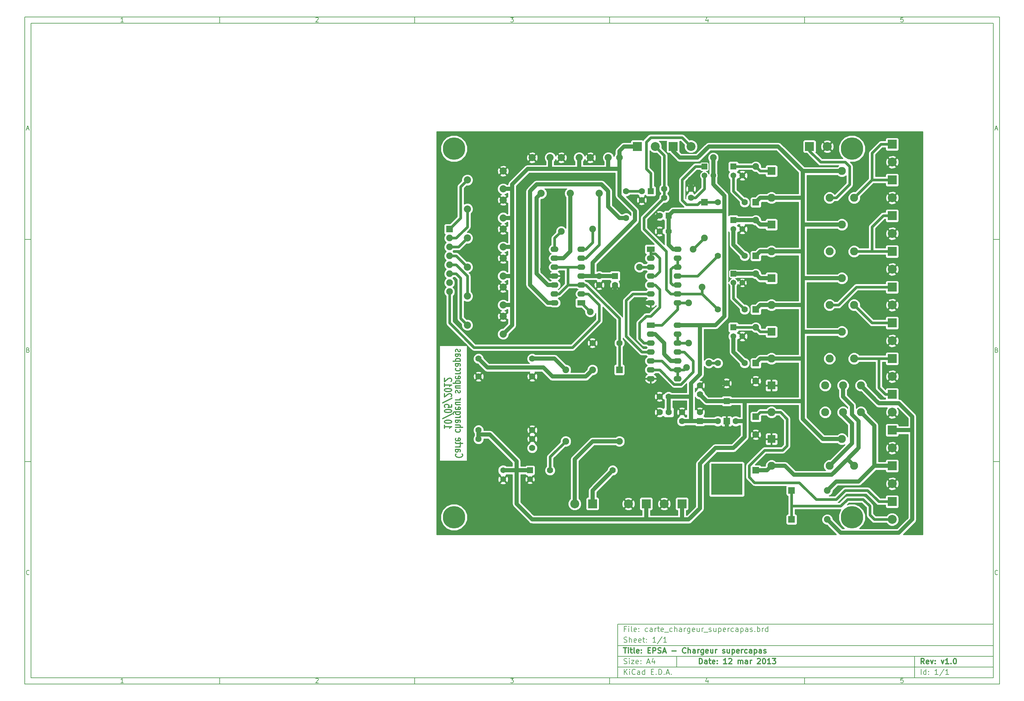
<source format=gbl>
G04 (created by PCBNEW-RS274X (2012-01-19 BZR 3256)-stable) date 12/03/2013 15:56:57*
G01*
G70*
G90*
%MOIN*%
G04 Gerber Fmt 3.4, Leading zero omitted, Abs format*
%FSLAX34Y34*%
G04 APERTURE LIST*
%ADD10C,0.006000*%
%ADD11C,0.012000*%
%ADD12C,0.070000*%
%ADD13R,0.070000X0.070000*%
%ADD14C,0.065000*%
%ADD15C,0.080000*%
%ADD16R,0.090000X0.090000*%
%ADD17C,0.090000*%
%ADD18C,0.075000*%
%ADD19R,0.075000X0.075000*%
%ADD20R,0.090000X0.062000*%
%ADD21O,0.090000X0.062000*%
%ADD22C,0.250000*%
%ADD23R,0.350000X0.350000*%
%ADD24R,0.100000X0.100000*%
%ADD25C,0.100000*%
%ADD26C,0.045000*%
%ADD27C,0.030000*%
%ADD28C,0.010000*%
G04 APERTURE END LIST*
G54D10*
X04000Y-04000D02*
X113000Y-04000D01*
X113000Y-78670D01*
X04000Y-78670D01*
X04000Y-04000D01*
X04700Y-04700D02*
X112300Y-04700D01*
X112300Y-77970D01*
X04700Y-77970D01*
X04700Y-04700D01*
X25800Y-04000D02*
X25800Y-04700D01*
X15043Y-04552D02*
X14757Y-04552D01*
X14900Y-04552D02*
X14900Y-04052D01*
X14852Y-04124D01*
X14805Y-04171D01*
X14757Y-04195D01*
X25800Y-78670D02*
X25800Y-77970D01*
X15043Y-78522D02*
X14757Y-78522D01*
X14900Y-78522D02*
X14900Y-78022D01*
X14852Y-78094D01*
X14805Y-78141D01*
X14757Y-78165D01*
X47600Y-04000D02*
X47600Y-04700D01*
X36557Y-04100D02*
X36581Y-04076D01*
X36629Y-04052D01*
X36748Y-04052D01*
X36795Y-04076D01*
X36819Y-04100D01*
X36843Y-04148D01*
X36843Y-04195D01*
X36819Y-04267D01*
X36533Y-04552D01*
X36843Y-04552D01*
X47600Y-78670D02*
X47600Y-77970D01*
X36557Y-78070D02*
X36581Y-78046D01*
X36629Y-78022D01*
X36748Y-78022D01*
X36795Y-78046D01*
X36819Y-78070D01*
X36843Y-78118D01*
X36843Y-78165D01*
X36819Y-78237D01*
X36533Y-78522D01*
X36843Y-78522D01*
X69400Y-04000D02*
X69400Y-04700D01*
X58333Y-04052D02*
X58643Y-04052D01*
X58476Y-04243D01*
X58548Y-04243D01*
X58595Y-04267D01*
X58619Y-04290D01*
X58643Y-04338D01*
X58643Y-04457D01*
X58619Y-04505D01*
X58595Y-04529D01*
X58548Y-04552D01*
X58405Y-04552D01*
X58357Y-04529D01*
X58333Y-04505D01*
X69400Y-78670D02*
X69400Y-77970D01*
X58333Y-78022D02*
X58643Y-78022D01*
X58476Y-78213D01*
X58548Y-78213D01*
X58595Y-78237D01*
X58619Y-78260D01*
X58643Y-78308D01*
X58643Y-78427D01*
X58619Y-78475D01*
X58595Y-78499D01*
X58548Y-78522D01*
X58405Y-78522D01*
X58357Y-78499D01*
X58333Y-78475D01*
X91200Y-04000D02*
X91200Y-04700D01*
X80395Y-04219D02*
X80395Y-04552D01*
X80276Y-04029D02*
X80157Y-04386D01*
X80467Y-04386D01*
X91200Y-78670D02*
X91200Y-77970D01*
X80395Y-78189D02*
X80395Y-78522D01*
X80276Y-77999D02*
X80157Y-78356D01*
X80467Y-78356D01*
X102219Y-04052D02*
X101981Y-04052D01*
X101957Y-04290D01*
X101981Y-04267D01*
X102029Y-04243D01*
X102148Y-04243D01*
X102195Y-04267D01*
X102219Y-04290D01*
X102243Y-04338D01*
X102243Y-04457D01*
X102219Y-04505D01*
X102195Y-04529D01*
X102148Y-04552D01*
X102029Y-04552D01*
X101981Y-04529D01*
X101957Y-04505D01*
X102219Y-78022D02*
X101981Y-78022D01*
X101957Y-78260D01*
X101981Y-78237D01*
X102029Y-78213D01*
X102148Y-78213D01*
X102195Y-78237D01*
X102219Y-78260D01*
X102243Y-78308D01*
X102243Y-78427D01*
X102219Y-78475D01*
X102195Y-78499D01*
X102148Y-78522D01*
X102029Y-78522D01*
X101981Y-78499D01*
X101957Y-78475D01*
X04000Y-28890D02*
X04700Y-28890D01*
X04231Y-16510D02*
X04469Y-16510D01*
X04184Y-16652D02*
X04350Y-16152D01*
X04517Y-16652D01*
X113000Y-28890D02*
X112300Y-28890D01*
X112531Y-16510D02*
X112769Y-16510D01*
X112484Y-16652D02*
X112650Y-16152D01*
X112817Y-16652D01*
X04000Y-53780D02*
X04700Y-53780D01*
X04386Y-41280D02*
X04457Y-41304D01*
X04481Y-41328D01*
X04505Y-41376D01*
X04505Y-41447D01*
X04481Y-41495D01*
X04457Y-41519D01*
X04410Y-41542D01*
X04219Y-41542D01*
X04219Y-41042D01*
X04386Y-41042D01*
X04433Y-41066D01*
X04457Y-41090D01*
X04481Y-41138D01*
X04481Y-41185D01*
X04457Y-41233D01*
X04433Y-41257D01*
X04386Y-41280D01*
X04219Y-41280D01*
X113000Y-53780D02*
X112300Y-53780D01*
X112686Y-41280D02*
X112757Y-41304D01*
X112781Y-41328D01*
X112805Y-41376D01*
X112805Y-41447D01*
X112781Y-41495D01*
X112757Y-41519D01*
X112710Y-41542D01*
X112519Y-41542D01*
X112519Y-41042D01*
X112686Y-41042D01*
X112733Y-41066D01*
X112757Y-41090D01*
X112781Y-41138D01*
X112781Y-41185D01*
X112757Y-41233D01*
X112733Y-41257D01*
X112686Y-41280D01*
X112519Y-41280D01*
X04505Y-66385D02*
X04481Y-66409D01*
X04410Y-66432D01*
X04362Y-66432D01*
X04290Y-66409D01*
X04243Y-66361D01*
X04219Y-66313D01*
X04195Y-66218D01*
X04195Y-66147D01*
X04219Y-66051D01*
X04243Y-66004D01*
X04290Y-65956D01*
X04362Y-65932D01*
X04410Y-65932D01*
X04481Y-65956D01*
X04505Y-65980D01*
X112805Y-66385D02*
X112781Y-66409D01*
X112710Y-66432D01*
X112662Y-66432D01*
X112590Y-66409D01*
X112543Y-66361D01*
X112519Y-66313D01*
X112495Y-66218D01*
X112495Y-66147D01*
X112519Y-66051D01*
X112543Y-66004D01*
X112590Y-65956D01*
X112662Y-65932D01*
X112710Y-65932D01*
X112781Y-65956D01*
X112805Y-65980D01*
G54D11*
X79443Y-76413D02*
X79443Y-75813D01*
X79586Y-75813D01*
X79671Y-75841D01*
X79729Y-75899D01*
X79757Y-75956D01*
X79786Y-76070D01*
X79786Y-76156D01*
X79757Y-76270D01*
X79729Y-76327D01*
X79671Y-76384D01*
X79586Y-76413D01*
X79443Y-76413D01*
X80300Y-76413D02*
X80300Y-76099D01*
X80271Y-76041D01*
X80214Y-76013D01*
X80100Y-76013D01*
X80043Y-76041D01*
X80300Y-76384D02*
X80243Y-76413D01*
X80100Y-76413D01*
X80043Y-76384D01*
X80014Y-76327D01*
X80014Y-76270D01*
X80043Y-76213D01*
X80100Y-76184D01*
X80243Y-76184D01*
X80300Y-76156D01*
X80500Y-76013D02*
X80729Y-76013D01*
X80586Y-75813D02*
X80586Y-76327D01*
X80614Y-76384D01*
X80672Y-76413D01*
X80729Y-76413D01*
X81157Y-76384D02*
X81100Y-76413D01*
X80986Y-76413D01*
X80929Y-76384D01*
X80900Y-76327D01*
X80900Y-76099D01*
X80929Y-76041D01*
X80986Y-76013D01*
X81100Y-76013D01*
X81157Y-76041D01*
X81186Y-76099D01*
X81186Y-76156D01*
X80900Y-76213D01*
X81443Y-76356D02*
X81471Y-76384D01*
X81443Y-76413D01*
X81414Y-76384D01*
X81443Y-76356D01*
X81443Y-76413D01*
X81443Y-76041D02*
X81471Y-76070D01*
X81443Y-76099D01*
X81414Y-76070D01*
X81443Y-76041D01*
X81443Y-76099D01*
X82500Y-76413D02*
X82157Y-76413D01*
X82329Y-76413D02*
X82329Y-75813D01*
X82272Y-75899D01*
X82214Y-75956D01*
X82157Y-75984D01*
X82728Y-75870D02*
X82757Y-75841D01*
X82814Y-75813D01*
X82957Y-75813D01*
X83014Y-75841D01*
X83043Y-75870D01*
X83071Y-75927D01*
X83071Y-75984D01*
X83043Y-76070D01*
X82700Y-76413D01*
X83071Y-76413D01*
X83785Y-76413D02*
X83785Y-76013D01*
X83785Y-76070D02*
X83813Y-76041D01*
X83871Y-76013D01*
X83956Y-76013D01*
X84013Y-76041D01*
X84042Y-76099D01*
X84042Y-76413D01*
X84042Y-76099D02*
X84071Y-76041D01*
X84128Y-76013D01*
X84213Y-76013D01*
X84271Y-76041D01*
X84299Y-76099D01*
X84299Y-76413D01*
X84842Y-76413D02*
X84842Y-76099D01*
X84813Y-76041D01*
X84756Y-76013D01*
X84642Y-76013D01*
X84585Y-76041D01*
X84842Y-76384D02*
X84785Y-76413D01*
X84642Y-76413D01*
X84585Y-76384D01*
X84556Y-76327D01*
X84556Y-76270D01*
X84585Y-76213D01*
X84642Y-76184D01*
X84785Y-76184D01*
X84842Y-76156D01*
X85128Y-76413D02*
X85128Y-76013D01*
X85128Y-76127D02*
X85156Y-76070D01*
X85185Y-76041D01*
X85242Y-76013D01*
X85299Y-76013D01*
X85927Y-75870D02*
X85956Y-75841D01*
X86013Y-75813D01*
X86156Y-75813D01*
X86213Y-75841D01*
X86242Y-75870D01*
X86270Y-75927D01*
X86270Y-75984D01*
X86242Y-76070D01*
X85899Y-76413D01*
X86270Y-76413D01*
X86641Y-75813D02*
X86698Y-75813D01*
X86755Y-75841D01*
X86784Y-75870D01*
X86813Y-75927D01*
X86841Y-76041D01*
X86841Y-76184D01*
X86813Y-76299D01*
X86784Y-76356D01*
X86755Y-76384D01*
X86698Y-76413D01*
X86641Y-76413D01*
X86584Y-76384D01*
X86555Y-76356D01*
X86527Y-76299D01*
X86498Y-76184D01*
X86498Y-76041D01*
X86527Y-75927D01*
X86555Y-75870D01*
X86584Y-75841D01*
X86641Y-75813D01*
X87412Y-76413D02*
X87069Y-76413D01*
X87241Y-76413D02*
X87241Y-75813D01*
X87184Y-75899D01*
X87126Y-75956D01*
X87069Y-75984D01*
X87612Y-75813D02*
X87983Y-75813D01*
X87783Y-76041D01*
X87869Y-76041D01*
X87926Y-76070D01*
X87955Y-76099D01*
X87983Y-76156D01*
X87983Y-76299D01*
X87955Y-76356D01*
X87926Y-76384D01*
X87869Y-76413D01*
X87697Y-76413D01*
X87640Y-76384D01*
X87612Y-76356D01*
G54D10*
X71043Y-77613D02*
X71043Y-77013D01*
X71386Y-77613D02*
X71129Y-77270D01*
X71386Y-77013D02*
X71043Y-77356D01*
X71643Y-77613D02*
X71643Y-77213D01*
X71643Y-77013D02*
X71614Y-77041D01*
X71643Y-77070D01*
X71671Y-77041D01*
X71643Y-77013D01*
X71643Y-77070D01*
X72272Y-77556D02*
X72243Y-77584D01*
X72157Y-77613D01*
X72100Y-77613D01*
X72015Y-77584D01*
X71957Y-77527D01*
X71929Y-77470D01*
X71900Y-77356D01*
X71900Y-77270D01*
X71929Y-77156D01*
X71957Y-77099D01*
X72015Y-77041D01*
X72100Y-77013D01*
X72157Y-77013D01*
X72243Y-77041D01*
X72272Y-77070D01*
X72786Y-77613D02*
X72786Y-77299D01*
X72757Y-77241D01*
X72700Y-77213D01*
X72586Y-77213D01*
X72529Y-77241D01*
X72786Y-77584D02*
X72729Y-77613D01*
X72586Y-77613D01*
X72529Y-77584D01*
X72500Y-77527D01*
X72500Y-77470D01*
X72529Y-77413D01*
X72586Y-77384D01*
X72729Y-77384D01*
X72786Y-77356D01*
X73329Y-77613D02*
X73329Y-77013D01*
X73329Y-77584D02*
X73272Y-77613D01*
X73158Y-77613D01*
X73100Y-77584D01*
X73072Y-77556D01*
X73043Y-77499D01*
X73043Y-77327D01*
X73072Y-77270D01*
X73100Y-77241D01*
X73158Y-77213D01*
X73272Y-77213D01*
X73329Y-77241D01*
X74072Y-77299D02*
X74272Y-77299D01*
X74358Y-77613D02*
X74072Y-77613D01*
X74072Y-77013D01*
X74358Y-77013D01*
X74615Y-77556D02*
X74643Y-77584D01*
X74615Y-77613D01*
X74586Y-77584D01*
X74615Y-77556D01*
X74615Y-77613D01*
X74901Y-77613D02*
X74901Y-77013D01*
X75044Y-77013D01*
X75129Y-77041D01*
X75187Y-77099D01*
X75215Y-77156D01*
X75244Y-77270D01*
X75244Y-77356D01*
X75215Y-77470D01*
X75187Y-77527D01*
X75129Y-77584D01*
X75044Y-77613D01*
X74901Y-77613D01*
X75501Y-77556D02*
X75529Y-77584D01*
X75501Y-77613D01*
X75472Y-77584D01*
X75501Y-77556D01*
X75501Y-77613D01*
X75758Y-77441D02*
X76044Y-77441D01*
X75701Y-77613D02*
X75901Y-77013D01*
X76101Y-77613D01*
X76301Y-77556D02*
X76329Y-77584D01*
X76301Y-77613D01*
X76272Y-77584D01*
X76301Y-77556D01*
X76301Y-77613D01*
G54D11*
X104586Y-76413D02*
X104386Y-76127D01*
X104243Y-76413D02*
X104243Y-75813D01*
X104471Y-75813D01*
X104529Y-75841D01*
X104557Y-75870D01*
X104586Y-75927D01*
X104586Y-76013D01*
X104557Y-76070D01*
X104529Y-76099D01*
X104471Y-76127D01*
X104243Y-76127D01*
X105071Y-76384D02*
X105014Y-76413D01*
X104900Y-76413D01*
X104843Y-76384D01*
X104814Y-76327D01*
X104814Y-76099D01*
X104843Y-76041D01*
X104900Y-76013D01*
X105014Y-76013D01*
X105071Y-76041D01*
X105100Y-76099D01*
X105100Y-76156D01*
X104814Y-76213D01*
X105300Y-76013D02*
X105443Y-76413D01*
X105585Y-76013D01*
X105814Y-76356D02*
X105842Y-76384D01*
X105814Y-76413D01*
X105785Y-76384D01*
X105814Y-76356D01*
X105814Y-76413D01*
X105814Y-76041D02*
X105842Y-76070D01*
X105814Y-76099D01*
X105785Y-76070D01*
X105814Y-76041D01*
X105814Y-76099D01*
X106500Y-76013D02*
X106643Y-76413D01*
X106785Y-76013D01*
X107328Y-76413D02*
X106985Y-76413D01*
X107157Y-76413D02*
X107157Y-75813D01*
X107100Y-75899D01*
X107042Y-75956D01*
X106985Y-75984D01*
X107585Y-76356D02*
X107613Y-76384D01*
X107585Y-76413D01*
X107556Y-76384D01*
X107585Y-76356D01*
X107585Y-76413D01*
X107985Y-75813D02*
X108042Y-75813D01*
X108099Y-75841D01*
X108128Y-75870D01*
X108157Y-75927D01*
X108185Y-76041D01*
X108185Y-76184D01*
X108157Y-76299D01*
X108128Y-76356D01*
X108099Y-76384D01*
X108042Y-76413D01*
X107985Y-76413D01*
X107928Y-76384D01*
X107899Y-76356D01*
X107871Y-76299D01*
X107842Y-76184D01*
X107842Y-76041D01*
X107871Y-75927D01*
X107899Y-75870D01*
X107928Y-75841D01*
X107985Y-75813D01*
G54D10*
X71014Y-76384D02*
X71100Y-76413D01*
X71243Y-76413D01*
X71300Y-76384D01*
X71329Y-76356D01*
X71357Y-76299D01*
X71357Y-76241D01*
X71329Y-76184D01*
X71300Y-76156D01*
X71243Y-76127D01*
X71129Y-76099D01*
X71071Y-76070D01*
X71043Y-76041D01*
X71014Y-75984D01*
X71014Y-75927D01*
X71043Y-75870D01*
X71071Y-75841D01*
X71129Y-75813D01*
X71271Y-75813D01*
X71357Y-75841D01*
X71614Y-76413D02*
X71614Y-76013D01*
X71614Y-75813D02*
X71585Y-75841D01*
X71614Y-75870D01*
X71642Y-75841D01*
X71614Y-75813D01*
X71614Y-75870D01*
X71843Y-76013D02*
X72157Y-76013D01*
X71843Y-76413D01*
X72157Y-76413D01*
X72614Y-76384D02*
X72557Y-76413D01*
X72443Y-76413D01*
X72386Y-76384D01*
X72357Y-76327D01*
X72357Y-76099D01*
X72386Y-76041D01*
X72443Y-76013D01*
X72557Y-76013D01*
X72614Y-76041D01*
X72643Y-76099D01*
X72643Y-76156D01*
X72357Y-76213D01*
X72900Y-76356D02*
X72928Y-76384D01*
X72900Y-76413D01*
X72871Y-76384D01*
X72900Y-76356D01*
X72900Y-76413D01*
X72900Y-76041D02*
X72928Y-76070D01*
X72900Y-76099D01*
X72871Y-76070D01*
X72900Y-76041D01*
X72900Y-76099D01*
X73614Y-76241D02*
X73900Y-76241D01*
X73557Y-76413D02*
X73757Y-75813D01*
X73957Y-76413D01*
X74414Y-76013D02*
X74414Y-76413D01*
X74271Y-75784D02*
X74128Y-76213D01*
X74500Y-76213D01*
X104243Y-77613D02*
X104243Y-77013D01*
X104786Y-77613D02*
X104786Y-77013D01*
X104786Y-77584D02*
X104729Y-77613D01*
X104615Y-77613D01*
X104557Y-77584D01*
X104529Y-77556D01*
X104500Y-77499D01*
X104500Y-77327D01*
X104529Y-77270D01*
X104557Y-77241D01*
X104615Y-77213D01*
X104729Y-77213D01*
X104786Y-77241D01*
X105072Y-77556D02*
X105100Y-77584D01*
X105072Y-77613D01*
X105043Y-77584D01*
X105072Y-77556D01*
X105072Y-77613D01*
X105072Y-77241D02*
X105100Y-77270D01*
X105072Y-77299D01*
X105043Y-77270D01*
X105072Y-77241D01*
X105072Y-77299D01*
X106129Y-77613D02*
X105786Y-77613D01*
X105958Y-77613D02*
X105958Y-77013D01*
X105901Y-77099D01*
X105843Y-77156D01*
X105786Y-77184D01*
X106814Y-76984D02*
X106300Y-77756D01*
X107329Y-77613D02*
X106986Y-77613D01*
X107158Y-77613D02*
X107158Y-77013D01*
X107101Y-77099D01*
X107043Y-77156D01*
X106986Y-77184D01*
G54D11*
X70957Y-74613D02*
X71300Y-74613D01*
X71129Y-75213D02*
X71129Y-74613D01*
X71500Y-75213D02*
X71500Y-74813D01*
X71500Y-74613D02*
X71471Y-74641D01*
X71500Y-74670D01*
X71528Y-74641D01*
X71500Y-74613D01*
X71500Y-74670D01*
X71700Y-74813D02*
X71929Y-74813D01*
X71786Y-74613D02*
X71786Y-75127D01*
X71814Y-75184D01*
X71872Y-75213D01*
X71929Y-75213D01*
X72215Y-75213D02*
X72157Y-75184D01*
X72129Y-75127D01*
X72129Y-74613D01*
X72671Y-75184D02*
X72614Y-75213D01*
X72500Y-75213D01*
X72443Y-75184D01*
X72414Y-75127D01*
X72414Y-74899D01*
X72443Y-74841D01*
X72500Y-74813D01*
X72614Y-74813D01*
X72671Y-74841D01*
X72700Y-74899D01*
X72700Y-74956D01*
X72414Y-75013D01*
X72957Y-75156D02*
X72985Y-75184D01*
X72957Y-75213D01*
X72928Y-75184D01*
X72957Y-75156D01*
X72957Y-75213D01*
X72957Y-74841D02*
X72985Y-74870D01*
X72957Y-74899D01*
X72928Y-74870D01*
X72957Y-74841D01*
X72957Y-74899D01*
X73700Y-74899D02*
X73900Y-74899D01*
X73986Y-75213D02*
X73700Y-75213D01*
X73700Y-74613D01*
X73986Y-74613D01*
X74243Y-75213D02*
X74243Y-74613D01*
X74471Y-74613D01*
X74529Y-74641D01*
X74557Y-74670D01*
X74586Y-74727D01*
X74586Y-74813D01*
X74557Y-74870D01*
X74529Y-74899D01*
X74471Y-74927D01*
X74243Y-74927D01*
X74814Y-75184D02*
X74900Y-75213D01*
X75043Y-75213D01*
X75100Y-75184D01*
X75129Y-75156D01*
X75157Y-75099D01*
X75157Y-75041D01*
X75129Y-74984D01*
X75100Y-74956D01*
X75043Y-74927D01*
X74929Y-74899D01*
X74871Y-74870D01*
X74843Y-74841D01*
X74814Y-74784D01*
X74814Y-74727D01*
X74843Y-74670D01*
X74871Y-74641D01*
X74929Y-74613D01*
X75071Y-74613D01*
X75157Y-74641D01*
X75385Y-75041D02*
X75671Y-75041D01*
X75328Y-75213D02*
X75528Y-74613D01*
X75728Y-75213D01*
X76385Y-74984D02*
X76842Y-74984D01*
X77928Y-75156D02*
X77899Y-75184D01*
X77813Y-75213D01*
X77756Y-75213D01*
X77671Y-75184D01*
X77613Y-75127D01*
X77585Y-75070D01*
X77556Y-74956D01*
X77556Y-74870D01*
X77585Y-74756D01*
X77613Y-74699D01*
X77671Y-74641D01*
X77756Y-74613D01*
X77813Y-74613D01*
X77899Y-74641D01*
X77928Y-74670D01*
X78185Y-75213D02*
X78185Y-74613D01*
X78442Y-75213D02*
X78442Y-74899D01*
X78413Y-74841D01*
X78356Y-74813D01*
X78271Y-74813D01*
X78213Y-74841D01*
X78185Y-74870D01*
X78985Y-75213D02*
X78985Y-74899D01*
X78956Y-74841D01*
X78899Y-74813D01*
X78785Y-74813D01*
X78728Y-74841D01*
X78985Y-75184D02*
X78928Y-75213D01*
X78785Y-75213D01*
X78728Y-75184D01*
X78699Y-75127D01*
X78699Y-75070D01*
X78728Y-75013D01*
X78785Y-74984D01*
X78928Y-74984D01*
X78985Y-74956D01*
X79271Y-75213D02*
X79271Y-74813D01*
X79271Y-74927D02*
X79299Y-74870D01*
X79328Y-74841D01*
X79385Y-74813D01*
X79442Y-74813D01*
X79899Y-74813D02*
X79899Y-75299D01*
X79870Y-75356D01*
X79842Y-75384D01*
X79785Y-75413D01*
X79699Y-75413D01*
X79642Y-75384D01*
X79899Y-75184D02*
X79842Y-75213D01*
X79728Y-75213D01*
X79670Y-75184D01*
X79642Y-75156D01*
X79613Y-75099D01*
X79613Y-74927D01*
X79642Y-74870D01*
X79670Y-74841D01*
X79728Y-74813D01*
X79842Y-74813D01*
X79899Y-74841D01*
X80413Y-75184D02*
X80356Y-75213D01*
X80242Y-75213D01*
X80185Y-75184D01*
X80156Y-75127D01*
X80156Y-74899D01*
X80185Y-74841D01*
X80242Y-74813D01*
X80356Y-74813D01*
X80413Y-74841D01*
X80442Y-74899D01*
X80442Y-74956D01*
X80156Y-75013D01*
X80956Y-74813D02*
X80956Y-75213D01*
X80699Y-74813D02*
X80699Y-75127D01*
X80727Y-75184D01*
X80785Y-75213D01*
X80870Y-75213D01*
X80927Y-75184D01*
X80956Y-75156D01*
X81242Y-75213D02*
X81242Y-74813D01*
X81242Y-74927D02*
X81270Y-74870D01*
X81299Y-74841D01*
X81356Y-74813D01*
X81413Y-74813D01*
X82041Y-75184D02*
X82098Y-75213D01*
X82213Y-75213D01*
X82270Y-75184D01*
X82298Y-75127D01*
X82298Y-75099D01*
X82270Y-75041D01*
X82213Y-75013D01*
X82127Y-75013D01*
X82070Y-74984D01*
X82041Y-74927D01*
X82041Y-74899D01*
X82070Y-74841D01*
X82127Y-74813D01*
X82213Y-74813D01*
X82270Y-74841D01*
X82813Y-74813D02*
X82813Y-75213D01*
X82556Y-74813D02*
X82556Y-75127D01*
X82584Y-75184D01*
X82642Y-75213D01*
X82727Y-75213D01*
X82784Y-75184D01*
X82813Y-75156D01*
X83099Y-74813D02*
X83099Y-75413D01*
X83099Y-74841D02*
X83156Y-74813D01*
X83270Y-74813D01*
X83327Y-74841D01*
X83356Y-74870D01*
X83385Y-74927D01*
X83385Y-75099D01*
X83356Y-75156D01*
X83327Y-75184D01*
X83270Y-75213D01*
X83156Y-75213D01*
X83099Y-75184D01*
X83870Y-75184D02*
X83813Y-75213D01*
X83699Y-75213D01*
X83642Y-75184D01*
X83613Y-75127D01*
X83613Y-74899D01*
X83642Y-74841D01*
X83699Y-74813D01*
X83813Y-74813D01*
X83870Y-74841D01*
X83899Y-74899D01*
X83899Y-74956D01*
X83613Y-75013D01*
X84156Y-75213D02*
X84156Y-74813D01*
X84156Y-74927D02*
X84184Y-74870D01*
X84213Y-74841D01*
X84270Y-74813D01*
X84327Y-74813D01*
X84784Y-75184D02*
X84727Y-75213D01*
X84613Y-75213D01*
X84555Y-75184D01*
X84527Y-75156D01*
X84498Y-75099D01*
X84498Y-74927D01*
X84527Y-74870D01*
X84555Y-74841D01*
X84613Y-74813D01*
X84727Y-74813D01*
X84784Y-74841D01*
X85298Y-75213D02*
X85298Y-74899D01*
X85269Y-74841D01*
X85212Y-74813D01*
X85098Y-74813D01*
X85041Y-74841D01*
X85298Y-75184D02*
X85241Y-75213D01*
X85098Y-75213D01*
X85041Y-75184D01*
X85012Y-75127D01*
X85012Y-75070D01*
X85041Y-75013D01*
X85098Y-74984D01*
X85241Y-74984D01*
X85298Y-74956D01*
X85584Y-74813D02*
X85584Y-75413D01*
X85584Y-74841D02*
X85641Y-74813D01*
X85755Y-74813D01*
X85812Y-74841D01*
X85841Y-74870D01*
X85870Y-74927D01*
X85870Y-75099D01*
X85841Y-75156D01*
X85812Y-75184D01*
X85755Y-75213D01*
X85641Y-75213D01*
X85584Y-75184D01*
X86384Y-75213D02*
X86384Y-74899D01*
X86355Y-74841D01*
X86298Y-74813D01*
X86184Y-74813D01*
X86127Y-74841D01*
X86384Y-75184D02*
X86327Y-75213D01*
X86184Y-75213D01*
X86127Y-75184D01*
X86098Y-75127D01*
X86098Y-75070D01*
X86127Y-75013D01*
X86184Y-74984D01*
X86327Y-74984D01*
X86384Y-74956D01*
X86641Y-75184D02*
X86698Y-75213D01*
X86813Y-75213D01*
X86870Y-75184D01*
X86898Y-75127D01*
X86898Y-75099D01*
X86870Y-75041D01*
X86813Y-75013D01*
X86727Y-75013D01*
X86670Y-74984D01*
X86641Y-74927D01*
X86641Y-74899D01*
X86670Y-74841D01*
X86727Y-74813D01*
X86813Y-74813D01*
X86870Y-74841D01*
G54D10*
X71243Y-72499D02*
X71043Y-72499D01*
X71043Y-72813D02*
X71043Y-72213D01*
X71329Y-72213D01*
X71557Y-72813D02*
X71557Y-72413D01*
X71557Y-72213D02*
X71528Y-72241D01*
X71557Y-72270D01*
X71585Y-72241D01*
X71557Y-72213D01*
X71557Y-72270D01*
X71929Y-72813D02*
X71871Y-72784D01*
X71843Y-72727D01*
X71843Y-72213D01*
X72385Y-72784D02*
X72328Y-72813D01*
X72214Y-72813D01*
X72157Y-72784D01*
X72128Y-72727D01*
X72128Y-72499D01*
X72157Y-72441D01*
X72214Y-72413D01*
X72328Y-72413D01*
X72385Y-72441D01*
X72414Y-72499D01*
X72414Y-72556D01*
X72128Y-72613D01*
X72671Y-72756D02*
X72699Y-72784D01*
X72671Y-72813D01*
X72642Y-72784D01*
X72671Y-72756D01*
X72671Y-72813D01*
X72671Y-72441D02*
X72699Y-72470D01*
X72671Y-72499D01*
X72642Y-72470D01*
X72671Y-72441D01*
X72671Y-72499D01*
X73671Y-72784D02*
X73614Y-72813D01*
X73500Y-72813D01*
X73442Y-72784D01*
X73414Y-72756D01*
X73385Y-72699D01*
X73385Y-72527D01*
X73414Y-72470D01*
X73442Y-72441D01*
X73500Y-72413D01*
X73614Y-72413D01*
X73671Y-72441D01*
X74185Y-72813D02*
X74185Y-72499D01*
X74156Y-72441D01*
X74099Y-72413D01*
X73985Y-72413D01*
X73928Y-72441D01*
X74185Y-72784D02*
X74128Y-72813D01*
X73985Y-72813D01*
X73928Y-72784D01*
X73899Y-72727D01*
X73899Y-72670D01*
X73928Y-72613D01*
X73985Y-72584D01*
X74128Y-72584D01*
X74185Y-72556D01*
X74471Y-72813D02*
X74471Y-72413D01*
X74471Y-72527D02*
X74499Y-72470D01*
X74528Y-72441D01*
X74585Y-72413D01*
X74642Y-72413D01*
X74756Y-72413D02*
X74985Y-72413D01*
X74842Y-72213D02*
X74842Y-72727D01*
X74870Y-72784D01*
X74928Y-72813D01*
X74985Y-72813D01*
X75413Y-72784D02*
X75356Y-72813D01*
X75242Y-72813D01*
X75185Y-72784D01*
X75156Y-72727D01*
X75156Y-72499D01*
X75185Y-72441D01*
X75242Y-72413D01*
X75356Y-72413D01*
X75413Y-72441D01*
X75442Y-72499D01*
X75442Y-72556D01*
X75156Y-72613D01*
X75556Y-72870D02*
X76013Y-72870D01*
X76413Y-72784D02*
X76356Y-72813D01*
X76242Y-72813D01*
X76184Y-72784D01*
X76156Y-72756D01*
X76127Y-72699D01*
X76127Y-72527D01*
X76156Y-72470D01*
X76184Y-72441D01*
X76242Y-72413D01*
X76356Y-72413D01*
X76413Y-72441D01*
X76670Y-72813D02*
X76670Y-72213D01*
X76927Y-72813D02*
X76927Y-72499D01*
X76898Y-72441D01*
X76841Y-72413D01*
X76756Y-72413D01*
X76698Y-72441D01*
X76670Y-72470D01*
X77470Y-72813D02*
X77470Y-72499D01*
X77441Y-72441D01*
X77384Y-72413D01*
X77270Y-72413D01*
X77213Y-72441D01*
X77470Y-72784D02*
X77413Y-72813D01*
X77270Y-72813D01*
X77213Y-72784D01*
X77184Y-72727D01*
X77184Y-72670D01*
X77213Y-72613D01*
X77270Y-72584D01*
X77413Y-72584D01*
X77470Y-72556D01*
X77756Y-72813D02*
X77756Y-72413D01*
X77756Y-72527D02*
X77784Y-72470D01*
X77813Y-72441D01*
X77870Y-72413D01*
X77927Y-72413D01*
X78384Y-72413D02*
X78384Y-72899D01*
X78355Y-72956D01*
X78327Y-72984D01*
X78270Y-73013D01*
X78184Y-73013D01*
X78127Y-72984D01*
X78384Y-72784D02*
X78327Y-72813D01*
X78213Y-72813D01*
X78155Y-72784D01*
X78127Y-72756D01*
X78098Y-72699D01*
X78098Y-72527D01*
X78127Y-72470D01*
X78155Y-72441D01*
X78213Y-72413D01*
X78327Y-72413D01*
X78384Y-72441D01*
X78898Y-72784D02*
X78841Y-72813D01*
X78727Y-72813D01*
X78670Y-72784D01*
X78641Y-72727D01*
X78641Y-72499D01*
X78670Y-72441D01*
X78727Y-72413D01*
X78841Y-72413D01*
X78898Y-72441D01*
X78927Y-72499D01*
X78927Y-72556D01*
X78641Y-72613D01*
X79441Y-72413D02*
X79441Y-72813D01*
X79184Y-72413D02*
X79184Y-72727D01*
X79212Y-72784D01*
X79270Y-72813D01*
X79355Y-72813D01*
X79412Y-72784D01*
X79441Y-72756D01*
X79727Y-72813D02*
X79727Y-72413D01*
X79727Y-72527D02*
X79755Y-72470D01*
X79784Y-72441D01*
X79841Y-72413D01*
X79898Y-72413D01*
X79955Y-72870D02*
X80412Y-72870D01*
X80526Y-72784D02*
X80583Y-72813D01*
X80698Y-72813D01*
X80755Y-72784D01*
X80783Y-72727D01*
X80783Y-72699D01*
X80755Y-72641D01*
X80698Y-72613D01*
X80612Y-72613D01*
X80555Y-72584D01*
X80526Y-72527D01*
X80526Y-72499D01*
X80555Y-72441D01*
X80612Y-72413D01*
X80698Y-72413D01*
X80755Y-72441D01*
X81298Y-72413D02*
X81298Y-72813D01*
X81041Y-72413D02*
X81041Y-72727D01*
X81069Y-72784D01*
X81127Y-72813D01*
X81212Y-72813D01*
X81269Y-72784D01*
X81298Y-72756D01*
X81584Y-72413D02*
X81584Y-73013D01*
X81584Y-72441D02*
X81641Y-72413D01*
X81755Y-72413D01*
X81812Y-72441D01*
X81841Y-72470D01*
X81870Y-72527D01*
X81870Y-72699D01*
X81841Y-72756D01*
X81812Y-72784D01*
X81755Y-72813D01*
X81641Y-72813D01*
X81584Y-72784D01*
X82355Y-72784D02*
X82298Y-72813D01*
X82184Y-72813D01*
X82127Y-72784D01*
X82098Y-72727D01*
X82098Y-72499D01*
X82127Y-72441D01*
X82184Y-72413D01*
X82298Y-72413D01*
X82355Y-72441D01*
X82384Y-72499D01*
X82384Y-72556D01*
X82098Y-72613D01*
X82641Y-72813D02*
X82641Y-72413D01*
X82641Y-72527D02*
X82669Y-72470D01*
X82698Y-72441D01*
X82755Y-72413D01*
X82812Y-72413D01*
X83269Y-72784D02*
X83212Y-72813D01*
X83098Y-72813D01*
X83040Y-72784D01*
X83012Y-72756D01*
X82983Y-72699D01*
X82983Y-72527D01*
X83012Y-72470D01*
X83040Y-72441D01*
X83098Y-72413D01*
X83212Y-72413D01*
X83269Y-72441D01*
X83783Y-72813D02*
X83783Y-72499D01*
X83754Y-72441D01*
X83697Y-72413D01*
X83583Y-72413D01*
X83526Y-72441D01*
X83783Y-72784D02*
X83726Y-72813D01*
X83583Y-72813D01*
X83526Y-72784D01*
X83497Y-72727D01*
X83497Y-72670D01*
X83526Y-72613D01*
X83583Y-72584D01*
X83726Y-72584D01*
X83783Y-72556D01*
X84069Y-72413D02*
X84069Y-73013D01*
X84069Y-72441D02*
X84126Y-72413D01*
X84240Y-72413D01*
X84297Y-72441D01*
X84326Y-72470D01*
X84355Y-72527D01*
X84355Y-72699D01*
X84326Y-72756D01*
X84297Y-72784D01*
X84240Y-72813D01*
X84126Y-72813D01*
X84069Y-72784D01*
X84869Y-72813D02*
X84869Y-72499D01*
X84840Y-72441D01*
X84783Y-72413D01*
X84669Y-72413D01*
X84612Y-72441D01*
X84869Y-72784D02*
X84812Y-72813D01*
X84669Y-72813D01*
X84612Y-72784D01*
X84583Y-72727D01*
X84583Y-72670D01*
X84612Y-72613D01*
X84669Y-72584D01*
X84812Y-72584D01*
X84869Y-72556D01*
X85126Y-72784D02*
X85183Y-72813D01*
X85298Y-72813D01*
X85355Y-72784D01*
X85383Y-72727D01*
X85383Y-72699D01*
X85355Y-72641D01*
X85298Y-72613D01*
X85212Y-72613D01*
X85155Y-72584D01*
X85126Y-72527D01*
X85126Y-72499D01*
X85155Y-72441D01*
X85212Y-72413D01*
X85298Y-72413D01*
X85355Y-72441D01*
X85641Y-72756D02*
X85669Y-72784D01*
X85641Y-72813D01*
X85612Y-72784D01*
X85641Y-72756D01*
X85641Y-72813D01*
X85927Y-72813D02*
X85927Y-72213D01*
X85927Y-72441D02*
X85984Y-72413D01*
X86098Y-72413D01*
X86155Y-72441D01*
X86184Y-72470D01*
X86213Y-72527D01*
X86213Y-72699D01*
X86184Y-72756D01*
X86155Y-72784D01*
X86098Y-72813D01*
X85984Y-72813D01*
X85927Y-72784D01*
X86470Y-72813D02*
X86470Y-72413D01*
X86470Y-72527D02*
X86498Y-72470D01*
X86527Y-72441D01*
X86584Y-72413D01*
X86641Y-72413D01*
X87098Y-72813D02*
X87098Y-72213D01*
X87098Y-72784D02*
X87041Y-72813D01*
X86927Y-72813D01*
X86869Y-72784D01*
X86841Y-72756D01*
X86812Y-72699D01*
X86812Y-72527D01*
X86841Y-72470D01*
X86869Y-72441D01*
X86927Y-72413D01*
X87041Y-72413D01*
X87098Y-72441D01*
X71014Y-73984D02*
X71100Y-74013D01*
X71243Y-74013D01*
X71300Y-73984D01*
X71329Y-73956D01*
X71357Y-73899D01*
X71357Y-73841D01*
X71329Y-73784D01*
X71300Y-73756D01*
X71243Y-73727D01*
X71129Y-73699D01*
X71071Y-73670D01*
X71043Y-73641D01*
X71014Y-73584D01*
X71014Y-73527D01*
X71043Y-73470D01*
X71071Y-73441D01*
X71129Y-73413D01*
X71271Y-73413D01*
X71357Y-73441D01*
X71614Y-74013D02*
X71614Y-73413D01*
X71871Y-74013D02*
X71871Y-73699D01*
X71842Y-73641D01*
X71785Y-73613D01*
X71700Y-73613D01*
X71642Y-73641D01*
X71614Y-73670D01*
X72385Y-73984D02*
X72328Y-74013D01*
X72214Y-74013D01*
X72157Y-73984D01*
X72128Y-73927D01*
X72128Y-73699D01*
X72157Y-73641D01*
X72214Y-73613D01*
X72328Y-73613D01*
X72385Y-73641D01*
X72414Y-73699D01*
X72414Y-73756D01*
X72128Y-73813D01*
X72899Y-73984D02*
X72842Y-74013D01*
X72728Y-74013D01*
X72671Y-73984D01*
X72642Y-73927D01*
X72642Y-73699D01*
X72671Y-73641D01*
X72728Y-73613D01*
X72842Y-73613D01*
X72899Y-73641D01*
X72928Y-73699D01*
X72928Y-73756D01*
X72642Y-73813D01*
X73099Y-73613D02*
X73328Y-73613D01*
X73185Y-73413D02*
X73185Y-73927D01*
X73213Y-73984D01*
X73271Y-74013D01*
X73328Y-74013D01*
X73528Y-73956D02*
X73556Y-73984D01*
X73528Y-74013D01*
X73499Y-73984D01*
X73528Y-73956D01*
X73528Y-74013D01*
X73528Y-73641D02*
X73556Y-73670D01*
X73528Y-73699D01*
X73499Y-73670D01*
X73528Y-73641D01*
X73528Y-73699D01*
X74585Y-74013D02*
X74242Y-74013D01*
X74414Y-74013D02*
X74414Y-73413D01*
X74357Y-73499D01*
X74299Y-73556D01*
X74242Y-73584D01*
X75270Y-73384D02*
X74756Y-74156D01*
X75785Y-74013D02*
X75442Y-74013D01*
X75614Y-74013D02*
X75614Y-73413D01*
X75557Y-73499D01*
X75499Y-73556D01*
X75442Y-73584D01*
X70300Y-71970D02*
X70300Y-77970D01*
X70300Y-71970D02*
X112300Y-71970D01*
X70300Y-71970D02*
X112300Y-71970D01*
X70300Y-74370D02*
X112300Y-74370D01*
X103500Y-75570D02*
X103500Y-77970D01*
X70300Y-76770D02*
X112300Y-76770D01*
X70300Y-75570D02*
X112300Y-75570D01*
X76900Y-75570D02*
X76900Y-76770D01*
G54D11*
X52252Y-52920D02*
X52214Y-52949D01*
X52176Y-53035D01*
X52176Y-53092D01*
X52214Y-53177D01*
X52290Y-53235D01*
X52367Y-53263D01*
X52519Y-53292D01*
X52633Y-53292D01*
X52786Y-53263D01*
X52862Y-53235D01*
X52938Y-53177D01*
X52976Y-53092D01*
X52976Y-53035D01*
X52938Y-52949D01*
X52900Y-52920D01*
X52176Y-52406D02*
X52595Y-52406D01*
X52671Y-52435D01*
X52710Y-52492D01*
X52710Y-52606D01*
X52671Y-52663D01*
X52214Y-52406D02*
X52176Y-52463D01*
X52176Y-52606D01*
X52214Y-52663D01*
X52290Y-52692D01*
X52367Y-52692D01*
X52443Y-52663D01*
X52481Y-52606D01*
X52481Y-52463D01*
X52519Y-52406D01*
X52176Y-52120D02*
X52710Y-52120D01*
X52557Y-52120D02*
X52633Y-52092D01*
X52671Y-52063D01*
X52710Y-52006D01*
X52710Y-51949D01*
X52710Y-51835D02*
X52710Y-51606D01*
X52976Y-51749D02*
X52290Y-51749D01*
X52214Y-51721D01*
X52176Y-51663D01*
X52176Y-51606D01*
X52214Y-51178D02*
X52176Y-51235D01*
X52176Y-51349D01*
X52214Y-51406D01*
X52290Y-51435D01*
X52595Y-51435D01*
X52671Y-51406D01*
X52710Y-51349D01*
X52710Y-51235D01*
X52671Y-51178D01*
X52595Y-51149D01*
X52519Y-51149D01*
X52443Y-51435D01*
X52214Y-50178D02*
X52176Y-50235D01*
X52176Y-50349D01*
X52214Y-50407D01*
X52252Y-50435D01*
X52329Y-50464D01*
X52557Y-50464D01*
X52633Y-50435D01*
X52671Y-50407D01*
X52710Y-50349D01*
X52710Y-50235D01*
X52671Y-50178D01*
X52176Y-49921D02*
X52976Y-49921D01*
X52176Y-49664D02*
X52595Y-49664D01*
X52671Y-49693D01*
X52710Y-49750D01*
X52710Y-49835D01*
X52671Y-49893D01*
X52633Y-49921D01*
X52176Y-49121D02*
X52595Y-49121D01*
X52671Y-49150D01*
X52710Y-49207D01*
X52710Y-49321D01*
X52671Y-49378D01*
X52214Y-49121D02*
X52176Y-49178D01*
X52176Y-49321D01*
X52214Y-49378D01*
X52290Y-49407D01*
X52367Y-49407D01*
X52443Y-49378D01*
X52481Y-49321D01*
X52481Y-49178D01*
X52519Y-49121D01*
X52176Y-48835D02*
X52710Y-48835D01*
X52557Y-48835D02*
X52633Y-48807D01*
X52671Y-48778D01*
X52710Y-48721D01*
X52710Y-48664D01*
X52710Y-48207D02*
X52062Y-48207D01*
X51986Y-48236D01*
X51948Y-48264D01*
X51910Y-48321D01*
X51910Y-48407D01*
X51948Y-48464D01*
X52214Y-48207D02*
X52176Y-48264D01*
X52176Y-48378D01*
X52214Y-48436D01*
X52252Y-48464D01*
X52329Y-48493D01*
X52557Y-48493D01*
X52633Y-48464D01*
X52671Y-48436D01*
X52710Y-48378D01*
X52710Y-48264D01*
X52671Y-48207D01*
X52214Y-47693D02*
X52176Y-47750D01*
X52176Y-47864D01*
X52214Y-47921D01*
X52290Y-47950D01*
X52595Y-47950D01*
X52671Y-47921D01*
X52710Y-47864D01*
X52710Y-47750D01*
X52671Y-47693D01*
X52595Y-47664D01*
X52519Y-47664D01*
X52443Y-47950D01*
X52710Y-47150D02*
X52176Y-47150D01*
X52710Y-47407D02*
X52290Y-47407D01*
X52214Y-47379D01*
X52176Y-47321D01*
X52176Y-47236D01*
X52214Y-47179D01*
X52252Y-47150D01*
X52176Y-46864D02*
X52710Y-46864D01*
X52557Y-46864D02*
X52633Y-46836D01*
X52671Y-46807D01*
X52710Y-46750D01*
X52710Y-46693D01*
X52214Y-46065D02*
X52176Y-46008D01*
X52176Y-45893D01*
X52214Y-45836D01*
X52290Y-45808D01*
X52329Y-45808D01*
X52405Y-45836D01*
X52443Y-45893D01*
X52443Y-45979D01*
X52481Y-46036D01*
X52557Y-46065D01*
X52595Y-46065D01*
X52671Y-46036D01*
X52710Y-45979D01*
X52710Y-45893D01*
X52671Y-45836D01*
X52710Y-45293D02*
X52176Y-45293D01*
X52710Y-45550D02*
X52290Y-45550D01*
X52214Y-45522D01*
X52176Y-45464D01*
X52176Y-45379D01*
X52214Y-45322D01*
X52252Y-45293D01*
X52710Y-45007D02*
X51910Y-45007D01*
X52671Y-45007D02*
X52710Y-44950D01*
X52710Y-44836D01*
X52671Y-44779D01*
X52633Y-44750D01*
X52557Y-44721D01*
X52329Y-44721D01*
X52252Y-44750D01*
X52214Y-44779D01*
X52176Y-44836D01*
X52176Y-44950D01*
X52214Y-45007D01*
X52214Y-44236D02*
X52176Y-44293D01*
X52176Y-44407D01*
X52214Y-44464D01*
X52290Y-44493D01*
X52595Y-44493D01*
X52671Y-44464D01*
X52710Y-44407D01*
X52710Y-44293D01*
X52671Y-44236D01*
X52595Y-44207D01*
X52519Y-44207D01*
X52443Y-44493D01*
X52176Y-43950D02*
X52710Y-43950D01*
X52557Y-43950D02*
X52633Y-43922D01*
X52671Y-43893D01*
X52710Y-43836D01*
X52710Y-43779D01*
X52214Y-43322D02*
X52176Y-43379D01*
X52176Y-43493D01*
X52214Y-43551D01*
X52252Y-43579D01*
X52329Y-43608D01*
X52557Y-43608D01*
X52633Y-43579D01*
X52671Y-43551D01*
X52710Y-43493D01*
X52710Y-43379D01*
X52671Y-43322D01*
X52176Y-42808D02*
X52595Y-42808D01*
X52671Y-42837D01*
X52710Y-42894D01*
X52710Y-43008D01*
X52671Y-43065D01*
X52214Y-42808D02*
X52176Y-42865D01*
X52176Y-43008D01*
X52214Y-43065D01*
X52290Y-43094D01*
X52367Y-43094D01*
X52443Y-43065D01*
X52481Y-43008D01*
X52481Y-42865D01*
X52519Y-42808D01*
X52710Y-42522D02*
X51910Y-42522D01*
X52671Y-42522D02*
X52710Y-42465D01*
X52710Y-42351D01*
X52671Y-42294D01*
X52633Y-42265D01*
X52557Y-42236D01*
X52329Y-42236D01*
X52252Y-42265D01*
X52214Y-42294D01*
X52176Y-42351D01*
X52176Y-42465D01*
X52214Y-42522D01*
X52176Y-41722D02*
X52595Y-41722D01*
X52671Y-41751D01*
X52710Y-41808D01*
X52710Y-41922D01*
X52671Y-41979D01*
X52214Y-41722D02*
X52176Y-41779D01*
X52176Y-41922D01*
X52214Y-41979D01*
X52290Y-42008D01*
X52367Y-42008D01*
X52443Y-41979D01*
X52481Y-41922D01*
X52481Y-41779D01*
X52519Y-41722D01*
X52214Y-41465D02*
X52176Y-41408D01*
X52176Y-41293D01*
X52214Y-41236D01*
X52290Y-41208D01*
X52329Y-41208D01*
X52405Y-41236D01*
X52443Y-41293D01*
X52443Y-41379D01*
X52481Y-41436D01*
X52557Y-41465D01*
X52595Y-41465D01*
X52671Y-41436D01*
X52710Y-41379D01*
X52710Y-41293D01*
X52671Y-41236D01*
X50936Y-49706D02*
X50936Y-50049D01*
X50936Y-49877D02*
X51736Y-49877D01*
X51622Y-49934D01*
X51546Y-49992D01*
X51508Y-50049D01*
X51736Y-49335D02*
X51736Y-49278D01*
X51698Y-49221D01*
X51660Y-49192D01*
X51584Y-49163D01*
X51431Y-49135D01*
X51241Y-49135D01*
X51089Y-49163D01*
X51012Y-49192D01*
X50974Y-49221D01*
X50936Y-49278D01*
X50936Y-49335D01*
X50974Y-49392D01*
X51012Y-49421D01*
X51089Y-49449D01*
X51241Y-49478D01*
X51431Y-49478D01*
X51584Y-49449D01*
X51660Y-49421D01*
X51698Y-49392D01*
X51736Y-49335D01*
X51774Y-48450D02*
X50746Y-48964D01*
X51736Y-48135D02*
X51736Y-48078D01*
X51698Y-48021D01*
X51660Y-47992D01*
X51584Y-47963D01*
X51431Y-47935D01*
X51241Y-47935D01*
X51089Y-47963D01*
X51012Y-47992D01*
X50974Y-48021D01*
X50936Y-48078D01*
X50936Y-48135D01*
X50974Y-48192D01*
X51012Y-48221D01*
X51089Y-48249D01*
X51241Y-48278D01*
X51431Y-48278D01*
X51584Y-48249D01*
X51660Y-48221D01*
X51698Y-48192D01*
X51736Y-48135D01*
X51736Y-47392D02*
X51736Y-47678D01*
X51355Y-47707D01*
X51393Y-47678D01*
X51431Y-47621D01*
X51431Y-47478D01*
X51393Y-47421D01*
X51355Y-47392D01*
X51279Y-47364D01*
X51089Y-47364D01*
X51012Y-47392D01*
X50974Y-47421D01*
X50936Y-47478D01*
X50936Y-47621D01*
X50974Y-47678D01*
X51012Y-47707D01*
X51774Y-46679D02*
X50746Y-47193D01*
X51660Y-46507D02*
X51698Y-46478D01*
X51736Y-46421D01*
X51736Y-46278D01*
X51698Y-46221D01*
X51660Y-46192D01*
X51584Y-46164D01*
X51508Y-46164D01*
X51393Y-46192D01*
X50936Y-46535D01*
X50936Y-46164D01*
X51736Y-45793D02*
X51736Y-45736D01*
X51698Y-45679D01*
X51660Y-45650D01*
X51584Y-45621D01*
X51431Y-45593D01*
X51241Y-45593D01*
X51089Y-45621D01*
X51012Y-45650D01*
X50974Y-45679D01*
X50936Y-45736D01*
X50936Y-45793D01*
X50974Y-45850D01*
X51012Y-45879D01*
X51089Y-45907D01*
X51241Y-45936D01*
X51431Y-45936D01*
X51584Y-45907D01*
X51660Y-45879D01*
X51698Y-45850D01*
X51736Y-45793D01*
X50936Y-45022D02*
X50936Y-45365D01*
X50936Y-45193D02*
X51736Y-45193D01*
X51622Y-45250D01*
X51546Y-45308D01*
X51508Y-45365D01*
X51660Y-44794D02*
X51698Y-44765D01*
X51736Y-44708D01*
X51736Y-44565D01*
X51698Y-44508D01*
X51660Y-44479D01*
X51584Y-44451D01*
X51508Y-44451D01*
X51393Y-44479D01*
X50936Y-44822D01*
X50936Y-44451D01*
G54D12*
X60750Y-52250D03*
X60750Y-51250D03*
X60750Y-50250D03*
X60750Y-44250D03*
X60750Y-42250D03*
X54750Y-42250D03*
X54750Y-44250D03*
X54750Y-50250D03*
X54750Y-51250D03*
G54D13*
X83250Y-26750D03*
G54D14*
X83250Y-27750D03*
X84250Y-27750D03*
G54D13*
X83250Y-20750D03*
G54D14*
X83250Y-21750D03*
X84250Y-21750D03*
G54D13*
X83250Y-38750D03*
G54D14*
X83250Y-39750D03*
X84250Y-39750D03*
G54D15*
X66000Y-19750D03*
X65000Y-23750D03*
X64000Y-19750D03*
X57500Y-26500D03*
X53500Y-25500D03*
X57500Y-24500D03*
X57500Y-23250D03*
X53500Y-22250D03*
X57500Y-21250D03*
X57500Y-33000D03*
X53500Y-32000D03*
X57500Y-31000D03*
X57500Y-29750D03*
X53500Y-28750D03*
X57500Y-27750D03*
X57500Y-36250D03*
X53500Y-35250D03*
X57500Y-34250D03*
X69250Y-19750D03*
X68250Y-23750D03*
X67250Y-19750D03*
X57500Y-39500D03*
X53500Y-38500D03*
X57500Y-37500D03*
G54D16*
X87500Y-51250D03*
G54D17*
X87500Y-54250D03*
X93996Y-54250D03*
X96752Y-54250D03*
X95374Y-51250D03*
G54D16*
X87500Y-33250D03*
G54D17*
X87500Y-36250D03*
X93996Y-36250D03*
X96752Y-36250D03*
X95374Y-33250D03*
G54D16*
X87500Y-39250D03*
G54D17*
X87500Y-42250D03*
X93996Y-42250D03*
X96752Y-42250D03*
X95374Y-39250D03*
G54D16*
X87500Y-21250D03*
G54D17*
X87500Y-24250D03*
X93996Y-24250D03*
X96752Y-24250D03*
X95374Y-21250D03*
G54D16*
X87500Y-27250D03*
G54D17*
X87500Y-30250D03*
X93996Y-30250D03*
X96752Y-30250D03*
X95374Y-27250D03*
G54D12*
X62750Y-54750D03*
X69750Y-54750D03*
X67500Y-40500D03*
X70500Y-40500D03*
G54D18*
X64500Y-51500D03*
X70500Y-51500D03*
X64500Y-43500D03*
X67500Y-43500D03*
G54D19*
X70500Y-43500D03*
G54D18*
X51500Y-32750D03*
X51500Y-31750D03*
X51500Y-33750D03*
X51500Y-34750D03*
X51500Y-30750D03*
X51500Y-29750D03*
G54D19*
X51500Y-27750D03*
G54D18*
X51500Y-28750D03*
G54D20*
X66250Y-36000D03*
G54D21*
X66250Y-35000D03*
X66250Y-34000D03*
X66250Y-33000D03*
X66250Y-32000D03*
X66250Y-31000D03*
X66250Y-30000D03*
X63250Y-30000D03*
X63250Y-31000D03*
X63250Y-32000D03*
X63250Y-33000D03*
X63250Y-34000D03*
X63250Y-35000D03*
X63250Y-36000D03*
G54D18*
X80000Y-28750D03*
G54D19*
X80000Y-24750D03*
G54D18*
X85750Y-26750D03*
G54D19*
X85750Y-30750D03*
G54D18*
X85750Y-20750D03*
G54D19*
X85750Y-24750D03*
G54D18*
X85750Y-50750D03*
G54D19*
X85750Y-54750D03*
G54D18*
X85750Y-38750D03*
G54D19*
X85750Y-42750D03*
G54D13*
X60500Y-54750D03*
G54D14*
X60500Y-55750D03*
G54D13*
X70000Y-33000D03*
G54D12*
X70000Y-34000D03*
G54D14*
X57500Y-54750D03*
X57500Y-55750D03*
G54D12*
X68250Y-33000D03*
X68250Y-34000D03*
G54D18*
X85750Y-44750D03*
G54D19*
X85750Y-48750D03*
G54D13*
X74000Y-23500D03*
G54D12*
X73000Y-23500D03*
X73000Y-24500D03*
G54D15*
X62750Y-19750D03*
X61750Y-23750D03*
X60750Y-19750D03*
G54D12*
X84500Y-24750D03*
X81500Y-24750D03*
X78500Y-24250D03*
X75500Y-24250D03*
X84500Y-36750D03*
X81500Y-36750D03*
G54D18*
X93750Y-57000D03*
G54D19*
X89750Y-57000D03*
G54D18*
X93750Y-60250D03*
G54D19*
X89750Y-60250D03*
G54D16*
X87500Y-45250D03*
G54D17*
X87500Y-48250D03*
X93500Y-45250D03*
X93500Y-48250D03*
X95500Y-45250D03*
X95500Y-48250D03*
X97500Y-45250D03*
X97500Y-48250D03*
G54D13*
X83250Y-32750D03*
G54D14*
X83250Y-33750D03*
X84250Y-33750D03*
G54D13*
X80000Y-20750D03*
G54D14*
X80000Y-21750D03*
X81000Y-21750D03*
G54D12*
X75500Y-23250D03*
X78500Y-23250D03*
X84500Y-42750D03*
X81500Y-42750D03*
X71250Y-23500D03*
X71250Y-26500D03*
X84500Y-30750D03*
X81500Y-30750D03*
G54D20*
X74000Y-30000D03*
G54D21*
X74000Y-31000D03*
X74000Y-32000D03*
X74000Y-33000D03*
X74000Y-34000D03*
X74000Y-35000D03*
X74000Y-36000D03*
X77000Y-36000D03*
X77000Y-35000D03*
X77000Y-34000D03*
X77000Y-33000D03*
X77000Y-32000D03*
X77000Y-31000D03*
X77000Y-30000D03*
G54D20*
X74000Y-38500D03*
G54D21*
X74000Y-39500D03*
X74000Y-40500D03*
X74000Y-41500D03*
X74000Y-42500D03*
X74000Y-43500D03*
X74000Y-44500D03*
X77000Y-44500D03*
X77000Y-43500D03*
X77000Y-42500D03*
X77000Y-41500D03*
X77000Y-40500D03*
X77000Y-39500D03*
X77000Y-38500D03*
G54D18*
X85750Y-32750D03*
G54D19*
X85750Y-36750D03*
G54D13*
X82500Y-47000D03*
G54D12*
X82500Y-45000D03*
G54D13*
X79500Y-49250D03*
G54D12*
X79500Y-48250D03*
X76000Y-48250D03*
X75000Y-48250D03*
G54D13*
X76000Y-26250D03*
G54D12*
X75000Y-26250D03*
X76000Y-46500D03*
X75000Y-46500D03*
X76000Y-28000D03*
X75000Y-28000D03*
X77500Y-49250D03*
X77500Y-48250D03*
X79500Y-46250D03*
X79500Y-45250D03*
G54D22*
X96500Y-60000D03*
X96500Y-18750D03*
X52000Y-18750D03*
X52000Y-60000D03*
G54D23*
X82500Y-55750D03*
G54D12*
X83500Y-49250D03*
G54D19*
X82500Y-49250D03*
G54D12*
X81500Y-49250D03*
G54D24*
X101000Y-54250D03*
G54D25*
X101000Y-56250D03*
G54D24*
X101000Y-26250D03*
G54D25*
X101000Y-28250D03*
G54D24*
X101000Y-50250D03*
G54D25*
X101000Y-52250D03*
G54D24*
X101000Y-18250D03*
G54D25*
X101000Y-20250D03*
G54D24*
X67500Y-58500D03*
G54D25*
X65500Y-58500D03*
G54D24*
X101000Y-58250D03*
G54D25*
X101000Y-60250D03*
G54D24*
X72500Y-18500D03*
G54D25*
X74500Y-18500D03*
G54D24*
X91750Y-18500D03*
G54D25*
X93750Y-18500D03*
G54D24*
X101000Y-46250D03*
G54D25*
X101000Y-48250D03*
G54D24*
X101000Y-22250D03*
G54D25*
X101000Y-24250D03*
G54D24*
X101000Y-30250D03*
G54D25*
X101000Y-32250D03*
G54D24*
X76500Y-18500D03*
G54D25*
X78500Y-18500D03*
G54D24*
X101000Y-42250D03*
G54D25*
X101000Y-44250D03*
G54D24*
X101000Y-38250D03*
G54D25*
X101000Y-40250D03*
G54D24*
X101000Y-34250D03*
G54D25*
X101000Y-36250D03*
G54D24*
X77500Y-58500D03*
G54D25*
X75500Y-58500D03*
G54D24*
X73500Y-58500D03*
G54D25*
X71500Y-58500D03*
G54D18*
X81000Y-19750D03*
X70500Y-19750D03*
X78000Y-43250D03*
X79750Y-34250D03*
X72750Y-32000D03*
X80500Y-42750D03*
X67500Y-27750D03*
X78250Y-36000D03*
X64000Y-28000D03*
X78250Y-40500D03*
X78750Y-30000D03*
X67250Y-37000D03*
X70000Y-35250D03*
X80500Y-43750D03*
X72000Y-36500D03*
X79250Y-51500D03*
X78500Y-22250D03*
X62000Y-32250D03*
X74000Y-27000D03*
G54D26*
X82500Y-47000D02*
X80250Y-47000D01*
X77250Y-19750D02*
X79250Y-19750D01*
X84500Y-51000D02*
X83250Y-52250D01*
X59000Y-54750D02*
X59000Y-58500D01*
X77500Y-58500D02*
X77500Y-60250D01*
X80250Y-47000D02*
X79500Y-46250D01*
X87500Y-30250D02*
X91000Y-30250D01*
X86250Y-36250D02*
X85750Y-36750D01*
X95374Y-51250D02*
X93250Y-51250D01*
X54750Y-50250D02*
X54750Y-50750D01*
X91000Y-36250D02*
X91000Y-39250D01*
X84500Y-49250D02*
X84500Y-51000D01*
X57500Y-54750D02*
X59000Y-54750D01*
X73500Y-58500D02*
X73500Y-60250D01*
X79500Y-59000D02*
X78250Y-60250D01*
X80500Y-18500D02*
X88250Y-18500D01*
X87500Y-42250D02*
X86250Y-42250D01*
X95374Y-27250D02*
X91000Y-27250D01*
X56000Y-50750D02*
X59000Y-53750D01*
X91000Y-47000D02*
X91000Y-42250D01*
X93250Y-51250D02*
X91000Y-49000D01*
X91000Y-24250D02*
X91000Y-27250D01*
X87500Y-36250D02*
X91000Y-36250D01*
X87500Y-36250D02*
X86250Y-36250D01*
X91000Y-21250D02*
X95374Y-21250D01*
X87500Y-42250D02*
X91000Y-42250D01*
X54750Y-50750D02*
X54750Y-51250D01*
X88250Y-18500D02*
X91000Y-21250D01*
X83250Y-52250D02*
X81250Y-52250D01*
X87500Y-24250D02*
X91000Y-24250D01*
X79250Y-19750D02*
X80500Y-18500D01*
X84500Y-49250D02*
X84500Y-47000D01*
X91000Y-49000D02*
X91000Y-47000D01*
X73500Y-60250D02*
X77500Y-60250D01*
X60750Y-60250D02*
X73500Y-60250D01*
X59000Y-58500D02*
X60750Y-60250D01*
X59000Y-53750D02*
X59000Y-54750D01*
X91000Y-33250D02*
X91000Y-33500D01*
X86250Y-30250D02*
X85750Y-30750D01*
X91000Y-30250D02*
X91000Y-33500D01*
X86250Y-42250D02*
X85750Y-42750D01*
X91000Y-27250D02*
X91000Y-30250D01*
X54750Y-50750D02*
X56000Y-50750D01*
X81250Y-52250D02*
X79500Y-54000D01*
X86250Y-24250D02*
X85750Y-24750D01*
X76500Y-18500D02*
X76500Y-19000D01*
X84500Y-47000D02*
X91000Y-47000D01*
X87500Y-24250D02*
X86250Y-24250D01*
X91000Y-42250D02*
X91000Y-39250D01*
X79500Y-54000D02*
X79500Y-59000D01*
X82500Y-47000D02*
X84500Y-47000D01*
X76500Y-19000D02*
X77250Y-19750D01*
X91000Y-33500D02*
X91000Y-36250D01*
X83500Y-49250D02*
X84500Y-49250D01*
X77500Y-60250D02*
X78250Y-60250D01*
X95374Y-33250D02*
X91000Y-33250D01*
X91000Y-21250D02*
X91000Y-24250D01*
X87500Y-30250D02*
X86250Y-30250D01*
X91000Y-39250D02*
X95374Y-39250D01*
X59000Y-54750D02*
X60500Y-54750D01*
X82250Y-25750D02*
X82250Y-37500D01*
X70500Y-19750D02*
X70500Y-19000D01*
X79500Y-49250D02*
X78500Y-49250D01*
X62750Y-21000D02*
X66000Y-21000D01*
X70500Y-19000D02*
X71000Y-18500D01*
X81500Y-49250D02*
X79500Y-49250D01*
X71000Y-18500D02*
X72500Y-18500D01*
X81000Y-22750D02*
X82250Y-24000D01*
X81000Y-21750D02*
X81000Y-19750D01*
X82250Y-24000D02*
X82250Y-25750D01*
X72250Y-25750D02*
X72250Y-26750D01*
X78500Y-46500D02*
X78500Y-49250D01*
X78500Y-49250D02*
X77500Y-49250D01*
X67500Y-33000D02*
X68250Y-33000D01*
X81250Y-38500D02*
X82250Y-37500D01*
X58500Y-23250D02*
X58500Y-22750D01*
X57500Y-39500D02*
X58500Y-38500D01*
X58500Y-38500D02*
X58500Y-36250D01*
X79500Y-38500D02*
X81250Y-38500D01*
X76500Y-25750D02*
X76000Y-26250D01*
X58500Y-26500D02*
X57500Y-26500D01*
X76000Y-26250D02*
X76000Y-28000D01*
X81000Y-21750D02*
X81000Y-22750D01*
X76500Y-25750D02*
X82250Y-25750D01*
X77000Y-38500D02*
X79500Y-38500D01*
X58500Y-29750D02*
X58500Y-26500D01*
X70500Y-24000D02*
X72250Y-25750D01*
X58500Y-33000D02*
X58500Y-29750D01*
X76000Y-28000D02*
X76000Y-29500D01*
X69250Y-21000D02*
X70500Y-21000D01*
X58500Y-36250D02*
X57500Y-36250D01*
X69250Y-21000D02*
X69250Y-19750D01*
X66250Y-33000D02*
X67500Y-33000D01*
X78500Y-45000D02*
X79500Y-44000D01*
X70500Y-19750D02*
X70500Y-21000D01*
X58500Y-36250D02*
X58500Y-33000D01*
X58500Y-22750D02*
X60250Y-21000D01*
X67500Y-33000D02*
X67500Y-31500D01*
X77000Y-30000D02*
X76500Y-30000D01*
X79500Y-44000D02*
X79500Y-38500D01*
X70500Y-21000D02*
X70500Y-24000D01*
X78500Y-46500D02*
X78500Y-45000D01*
X62750Y-21000D02*
X62750Y-19750D01*
X58500Y-29750D02*
X57500Y-29750D01*
X76500Y-30000D02*
X76000Y-29500D01*
X76000Y-48250D02*
X76000Y-46500D01*
X66000Y-21000D02*
X66000Y-19750D01*
X66000Y-21000D02*
X69250Y-21000D01*
X72250Y-26750D02*
X67500Y-31500D01*
X68250Y-33000D02*
X70000Y-33000D01*
X76000Y-46500D02*
X78500Y-46500D01*
X60250Y-21000D02*
X62750Y-21000D01*
X58500Y-26500D02*
X58500Y-23250D01*
X58500Y-33000D02*
X57500Y-33000D01*
X58500Y-23250D02*
X57500Y-23250D01*
X60750Y-42250D02*
X63250Y-42250D01*
X63250Y-42250D02*
X64500Y-43500D01*
X96500Y-49500D02*
X96500Y-51750D01*
X95500Y-48250D02*
X95500Y-48500D01*
X95500Y-48500D02*
X96500Y-49500D01*
X93996Y-54250D02*
X94000Y-54250D01*
X94000Y-54250D02*
X96500Y-51750D01*
X85750Y-54750D02*
X87000Y-54750D01*
X97250Y-49250D02*
X97250Y-52250D01*
X96750Y-54250D02*
X96000Y-53500D01*
X96500Y-47500D02*
X96500Y-48500D01*
X90000Y-55250D02*
X94250Y-55250D01*
X87000Y-54750D02*
X87500Y-54250D01*
X89000Y-54250D02*
X90000Y-55250D01*
X96500Y-48500D02*
X97250Y-49250D01*
X96752Y-54250D02*
X96750Y-54250D01*
X95500Y-46500D02*
X96500Y-47500D01*
X95500Y-45250D02*
X95500Y-46500D01*
X87500Y-54250D02*
X89000Y-54250D01*
X96000Y-53500D02*
X97250Y-52250D01*
X94250Y-55250D02*
X96000Y-53500D01*
X99000Y-54250D02*
X99000Y-49750D01*
X99000Y-49750D02*
X97500Y-48250D01*
X101000Y-54250D02*
X99000Y-54250D01*
X94750Y-56000D02*
X93750Y-57000D01*
X94750Y-56000D02*
X97250Y-56000D01*
X97250Y-56000D02*
X99000Y-54250D01*
X95250Y-61750D02*
X101750Y-61750D01*
X101750Y-61750D02*
X103250Y-60250D01*
X102250Y-50250D02*
X103250Y-50250D01*
X103250Y-60250D02*
X103250Y-51250D01*
X102250Y-50250D02*
X101000Y-50250D01*
X93750Y-60250D02*
X95250Y-61750D01*
X103250Y-50250D02*
X103250Y-51250D01*
X97500Y-45250D02*
X99250Y-47000D01*
X99250Y-47000D02*
X99500Y-47250D01*
X99500Y-47250D02*
X101750Y-47250D01*
X101750Y-47250D02*
X103250Y-48750D01*
X103250Y-48750D02*
X103250Y-50250D01*
G54D27*
X64750Y-34000D02*
X64750Y-32000D01*
X66250Y-32000D02*
X64750Y-32000D01*
X64750Y-32000D02*
X63250Y-32000D01*
X64750Y-34000D02*
X66250Y-34000D01*
X63750Y-35000D02*
X64750Y-34000D01*
X66250Y-34000D02*
X66750Y-34000D01*
X63250Y-35000D02*
X63750Y-35000D01*
X70500Y-37750D02*
X70500Y-40500D01*
X70500Y-43500D02*
X70500Y-40500D01*
X66750Y-34000D02*
X70500Y-37750D01*
X54250Y-41000D02*
X65250Y-41000D01*
X51500Y-38250D02*
X54250Y-41000D01*
X68250Y-38000D02*
X68250Y-36250D01*
X51500Y-34750D02*
X51500Y-38250D01*
X68250Y-36250D02*
X67000Y-35000D01*
X67000Y-35000D02*
X66250Y-35000D01*
X65250Y-41000D02*
X68250Y-38000D01*
X79750Y-35000D02*
X81500Y-36750D01*
X77000Y-43500D02*
X77750Y-43500D01*
X79750Y-34250D02*
X79750Y-35000D01*
X75750Y-34500D02*
X75750Y-30250D01*
X77000Y-44500D02*
X77000Y-43500D01*
X77000Y-35000D02*
X76250Y-35000D01*
X77750Y-43500D02*
X78000Y-43250D01*
X75500Y-24250D02*
X73250Y-26500D01*
X75500Y-24250D02*
X75500Y-23250D01*
X75500Y-19500D02*
X74500Y-18500D01*
X76250Y-35000D02*
X75750Y-34500D01*
X73250Y-27750D02*
X73250Y-26500D01*
X74000Y-42500D02*
X75250Y-42500D01*
X76250Y-43500D02*
X77000Y-43500D01*
X75250Y-42500D02*
X76250Y-43500D01*
X75750Y-30250D02*
X73250Y-27750D01*
X75500Y-23250D02*
X75500Y-19500D01*
X77000Y-35000D02*
X79750Y-35000D01*
X77000Y-33000D02*
X79250Y-33000D01*
X79250Y-33000D02*
X81500Y-30750D01*
X74000Y-32000D02*
X72750Y-32000D01*
X81500Y-42750D02*
X80500Y-42750D01*
X67500Y-29250D02*
X67500Y-27750D01*
X75250Y-38500D02*
X77000Y-36750D01*
X78250Y-36000D02*
X77000Y-36000D01*
X74000Y-38500D02*
X75250Y-38500D01*
X66750Y-30000D02*
X67500Y-29250D01*
X77000Y-36750D02*
X77000Y-36000D01*
X66250Y-30000D02*
X66750Y-30000D01*
X77000Y-40500D02*
X78250Y-40500D01*
X64000Y-28000D02*
X63250Y-28750D01*
X63250Y-28750D02*
X63250Y-30000D01*
X77000Y-39500D02*
X77000Y-40500D01*
X52750Y-23000D02*
X52750Y-26500D01*
X52750Y-23000D02*
X53500Y-22250D01*
X52750Y-26500D02*
X51500Y-27750D01*
X52250Y-28750D02*
X53500Y-27500D01*
X51500Y-28750D02*
X52250Y-28750D01*
X53500Y-27500D02*
X53500Y-25500D01*
X51500Y-29750D02*
X52500Y-29750D01*
X52500Y-29750D02*
X53500Y-28750D01*
X51500Y-30750D02*
X52250Y-30750D01*
X52250Y-30750D02*
X53500Y-32000D01*
X52250Y-31750D02*
X53500Y-33000D01*
X51500Y-31750D02*
X52250Y-31750D01*
X53500Y-33000D02*
X53500Y-35250D01*
X52750Y-33250D02*
X52750Y-37750D01*
X52250Y-32750D02*
X52750Y-33250D01*
X51500Y-32750D02*
X52250Y-32750D01*
X52750Y-37750D02*
X53500Y-38500D01*
X67250Y-37000D02*
X66250Y-36000D01*
X80000Y-28750D02*
X78750Y-30000D01*
G54D26*
X81750Y-45000D02*
X80500Y-43750D01*
X62750Y-33000D02*
X63250Y-33000D01*
X82500Y-45000D02*
X81750Y-45000D01*
X82500Y-50250D02*
X82500Y-49250D01*
X75000Y-26250D02*
X74750Y-26250D01*
X70000Y-34000D02*
X70000Y-35250D01*
X62750Y-33000D02*
X62000Y-32250D01*
X72500Y-36000D02*
X72000Y-36500D01*
X74750Y-26250D02*
X74000Y-27000D01*
X72500Y-36000D02*
X74000Y-36000D01*
X79250Y-51500D02*
X80000Y-50750D01*
X80000Y-50750D02*
X82000Y-50750D01*
X78500Y-23250D02*
X78500Y-22250D01*
X82000Y-50750D02*
X82500Y-50250D01*
G54D27*
X76250Y-33773D02*
X76250Y-32250D01*
X77000Y-34000D02*
X76477Y-34000D01*
X76477Y-34000D02*
X76250Y-33773D01*
X76500Y-32000D02*
X77000Y-32000D01*
X76250Y-32250D02*
X76500Y-32000D01*
X77000Y-31000D02*
X77000Y-32000D01*
X98752Y-22250D02*
X96752Y-24250D01*
X101000Y-22250D02*
X98752Y-22250D01*
X98752Y-19248D02*
X99750Y-18250D01*
X99750Y-18250D02*
X101000Y-18250D01*
X98752Y-22250D02*
X98752Y-19248D01*
X87500Y-39250D02*
X86250Y-39250D01*
X83250Y-38750D02*
X85750Y-38750D01*
X86250Y-39250D02*
X85750Y-38750D01*
G54D26*
X83250Y-41500D02*
X84500Y-42750D01*
X83250Y-39750D02*
X83250Y-41500D01*
G54D27*
X83250Y-23500D02*
X84500Y-24750D01*
X83250Y-21750D02*
X83250Y-23500D01*
X91750Y-19000D02*
X93000Y-20250D01*
X96250Y-20750D02*
X96250Y-22750D01*
X96250Y-20750D02*
X95750Y-20250D01*
X94750Y-24250D02*
X93996Y-24250D01*
X91750Y-18500D02*
X91750Y-19000D01*
X96250Y-22750D02*
X94750Y-24250D01*
X93000Y-20250D02*
X95750Y-20250D01*
X87500Y-21250D02*
X86250Y-21250D01*
X85750Y-20750D02*
X83250Y-20750D01*
X86250Y-21250D02*
X85750Y-20750D01*
X75000Y-31000D02*
X75000Y-32500D01*
X74500Y-30500D02*
X75000Y-31000D01*
X74500Y-33000D02*
X74000Y-33000D01*
X74000Y-31000D02*
X74000Y-30500D01*
X74000Y-30500D02*
X74500Y-30500D01*
X75000Y-32500D02*
X74500Y-33000D01*
X74000Y-30500D02*
X74000Y-30000D01*
X74000Y-34000D02*
X74500Y-34000D01*
X73500Y-37500D02*
X72750Y-38250D01*
X73250Y-40500D02*
X72750Y-40000D01*
X75000Y-36500D02*
X74000Y-37500D01*
X74000Y-40500D02*
X73250Y-40500D01*
X74000Y-37500D02*
X73500Y-37500D01*
X75000Y-34500D02*
X75000Y-36500D01*
X72750Y-40000D02*
X72750Y-38250D01*
X74500Y-34000D02*
X75000Y-34500D01*
X71250Y-39750D02*
X71250Y-35750D01*
X71250Y-35750D02*
X72000Y-35000D01*
X71250Y-39750D02*
X73000Y-41500D01*
X73000Y-41500D02*
X74000Y-41500D01*
X74000Y-35000D02*
X72000Y-35000D01*
X77000Y-41500D02*
X77750Y-41500D01*
X75000Y-43500D02*
X74000Y-43500D01*
X76625Y-45125D02*
X77375Y-45125D01*
X78750Y-42500D02*
X77750Y-41500D01*
X78750Y-43750D02*
X77375Y-45125D01*
X78750Y-42500D02*
X78750Y-43750D01*
X75000Y-43500D02*
X76625Y-45125D01*
X79000Y-24250D02*
X80000Y-23250D01*
X80000Y-23250D02*
X80000Y-21750D01*
X78500Y-24250D02*
X79000Y-24250D01*
G54D26*
X67500Y-57000D02*
X69750Y-54750D01*
X67500Y-58500D02*
X67500Y-57000D01*
X83250Y-27750D02*
X83250Y-29500D01*
X83250Y-29500D02*
X84500Y-30750D01*
X65500Y-58500D02*
X65500Y-53500D01*
X67500Y-51500D02*
X70500Y-51500D01*
X65500Y-53500D02*
X67500Y-51500D01*
G54D27*
X62750Y-54750D02*
X62750Y-53250D01*
X62750Y-53250D02*
X64500Y-51500D01*
G54D26*
X69250Y-23500D02*
X69250Y-25250D01*
X69250Y-25250D02*
X70500Y-26500D01*
X70500Y-26500D02*
X71250Y-26500D01*
X63250Y-36000D02*
X62500Y-36000D01*
X60500Y-34000D02*
X62500Y-36000D01*
X61250Y-22750D02*
X68500Y-22750D01*
X60500Y-23500D02*
X61250Y-22750D01*
X60500Y-34000D02*
X60500Y-23500D01*
X68500Y-22750D02*
X69250Y-23500D01*
X61250Y-24250D02*
X61750Y-23750D01*
X61250Y-32750D02*
X61250Y-24250D01*
X61250Y-32750D02*
X62500Y-34000D01*
X62500Y-34000D02*
X63250Y-34000D01*
G54D27*
X85625Y-56125D02*
X90625Y-56125D01*
X85000Y-54250D02*
X85000Y-55500D01*
X89250Y-49000D02*
X88500Y-48250D01*
X88750Y-52500D02*
X89250Y-52000D01*
X86750Y-52500D02*
X88750Y-52500D01*
X85625Y-56125D02*
X85000Y-55500D01*
X87500Y-48250D02*
X86250Y-48250D01*
X99500Y-58250D02*
X101000Y-58250D01*
X90625Y-56125D02*
X92500Y-58000D01*
X85000Y-54250D02*
X86750Y-52500D01*
X88500Y-48250D02*
X87500Y-48250D01*
X89250Y-52000D02*
X89250Y-49000D01*
X86250Y-48250D02*
X85750Y-48750D01*
X98250Y-57000D02*
X99500Y-58250D01*
X94750Y-58000D02*
X95750Y-57000D01*
X95750Y-57000D02*
X98250Y-57000D01*
X92500Y-58000D02*
X94750Y-58000D01*
X98500Y-58750D02*
X98500Y-59750D01*
X98500Y-59750D02*
X99000Y-60250D01*
X95250Y-58750D02*
X96000Y-58000D01*
X96000Y-58000D02*
X97750Y-58000D01*
X89750Y-58750D02*
X95250Y-58750D01*
X89750Y-58750D02*
X89750Y-60250D01*
X89750Y-57000D02*
X89750Y-58750D01*
X97750Y-58000D02*
X98500Y-58750D01*
X99000Y-60250D02*
X101000Y-60250D01*
X74000Y-23500D02*
X74000Y-21500D01*
X77500Y-17500D02*
X78500Y-18500D01*
X74000Y-17500D02*
X77500Y-17500D01*
X73500Y-18000D02*
X74000Y-17500D01*
X73500Y-21000D02*
X73500Y-18000D01*
X74000Y-21500D02*
X73500Y-21000D01*
X71250Y-23500D02*
X73000Y-23500D01*
X100250Y-46250D02*
X99500Y-45500D01*
X101000Y-46250D02*
X100250Y-46250D01*
X99500Y-42250D02*
X96752Y-42250D01*
X101000Y-42250D02*
X99500Y-42250D01*
X99500Y-45500D02*
X99500Y-42250D01*
X68250Y-29500D02*
X68250Y-23750D01*
X66250Y-31000D02*
X66750Y-31000D01*
X66750Y-31000D02*
X68250Y-29500D01*
G54D26*
X65000Y-30250D02*
X65000Y-23750D01*
X63250Y-31000D02*
X64250Y-31000D01*
X64250Y-31000D02*
X65000Y-30250D01*
G54D27*
X98750Y-30250D02*
X98750Y-27500D01*
X100000Y-26250D02*
X101000Y-26250D01*
X98750Y-27500D02*
X100000Y-26250D01*
X101000Y-30250D02*
X98750Y-30250D01*
X98750Y-30250D02*
X96752Y-30250D01*
G54D26*
X85750Y-26750D02*
X83250Y-26750D01*
X87500Y-27250D02*
X86250Y-27250D01*
X86250Y-27250D02*
X85750Y-26750D01*
G54D27*
X83250Y-35500D02*
X84500Y-36750D01*
X83250Y-33750D02*
X83250Y-35500D01*
X79000Y-20750D02*
X80000Y-20750D01*
X77500Y-22250D02*
X77500Y-24500D01*
X78000Y-25000D02*
X77500Y-24500D01*
X80000Y-24750D02*
X79500Y-24750D01*
X79500Y-24750D02*
X79250Y-25000D01*
X79250Y-25000D02*
X78000Y-25000D01*
X77500Y-22250D02*
X79000Y-20750D01*
X80000Y-24750D02*
X81500Y-24750D01*
X101000Y-38250D02*
X98752Y-38250D01*
X98752Y-38250D02*
X96752Y-36250D01*
G54D26*
X87500Y-33250D02*
X86250Y-33250D01*
X83250Y-32750D02*
X85750Y-32750D01*
X86250Y-33250D02*
X85750Y-32750D01*
G54D27*
X93996Y-36250D02*
X95000Y-36250D01*
X95000Y-36250D02*
X97000Y-34250D01*
X101000Y-34250D02*
X97000Y-34250D01*
G54D26*
X74000Y-39500D02*
X74500Y-39500D01*
X75500Y-40500D02*
X75500Y-41750D01*
X74500Y-39500D02*
X75500Y-40500D01*
X75500Y-41750D02*
X76250Y-42500D01*
X76250Y-42500D02*
X77000Y-42500D01*
X67500Y-43500D02*
X66750Y-44250D01*
X55750Y-43250D02*
X54750Y-42250D01*
X62000Y-43250D02*
X55750Y-43250D01*
X63000Y-44250D02*
X62000Y-43250D01*
X66750Y-44250D02*
X63000Y-44250D01*
G54D10*
G36*
X64607Y-23225D02*
X64450Y-23382D01*
X64351Y-23621D01*
X64351Y-23879D01*
X64450Y-24118D01*
X64525Y-24193D01*
X64525Y-27641D01*
X64354Y-27470D01*
X64125Y-27375D01*
X63876Y-27375D01*
X63646Y-27470D01*
X63470Y-27646D01*
X63375Y-27875D01*
X63375Y-28059D01*
X62967Y-28467D01*
X62880Y-28597D01*
X62850Y-28750D01*
X62850Y-29508D01*
X62786Y-29535D01*
X62632Y-29689D01*
X62548Y-29891D01*
X62548Y-30109D01*
X62632Y-30311D01*
X62786Y-30465D01*
X62870Y-30500D01*
X62786Y-30535D01*
X62632Y-30689D01*
X62548Y-30891D01*
X62548Y-31109D01*
X62632Y-31311D01*
X62786Y-31465D01*
X62870Y-31500D01*
X62786Y-31535D01*
X62632Y-31689D01*
X62548Y-31891D01*
X62548Y-32109D01*
X62632Y-32311D01*
X62786Y-32465D01*
X62865Y-32498D01*
X62700Y-32618D01*
X62585Y-32804D01*
X62568Y-32863D01*
X62615Y-32950D01*
X63150Y-32950D01*
X63200Y-32950D01*
X63300Y-32950D01*
X63350Y-32950D01*
X63885Y-32950D01*
X63932Y-32863D01*
X63915Y-32804D01*
X63800Y-32618D01*
X63634Y-32498D01*
X63714Y-32465D01*
X63779Y-32400D01*
X64350Y-32400D01*
X64350Y-33834D01*
X63668Y-34515D01*
X63629Y-34500D01*
X63714Y-34465D01*
X63868Y-34311D01*
X63952Y-34109D01*
X63952Y-33891D01*
X63868Y-33689D01*
X63714Y-33535D01*
X63634Y-33501D01*
X63800Y-33382D01*
X63915Y-33196D01*
X63932Y-33137D01*
X63885Y-33050D01*
X63350Y-33050D01*
X63300Y-33050D01*
X63200Y-33050D01*
X63150Y-33050D01*
X62615Y-33050D01*
X62568Y-33137D01*
X62585Y-33196D01*
X62700Y-33382D01*
X62865Y-33501D01*
X62810Y-33525D01*
X62696Y-33525D01*
X61725Y-32553D01*
X61725Y-24447D01*
X61773Y-24399D01*
X61879Y-24399D01*
X62118Y-24300D01*
X62300Y-24118D01*
X62399Y-23879D01*
X62399Y-23621D01*
X62300Y-23382D01*
X62143Y-23225D01*
X64607Y-23225D01*
X64607Y-23225D01*
G37*
G54D28*
X64607Y-23225D02*
X64450Y-23382D01*
X64351Y-23621D01*
X64351Y-23879D01*
X64450Y-24118D01*
X64525Y-24193D01*
X64525Y-27641D01*
X64354Y-27470D01*
X64125Y-27375D01*
X63876Y-27375D01*
X63646Y-27470D01*
X63470Y-27646D01*
X63375Y-27875D01*
X63375Y-28059D01*
X62967Y-28467D01*
X62880Y-28597D01*
X62850Y-28750D01*
X62850Y-29508D01*
X62786Y-29535D01*
X62632Y-29689D01*
X62548Y-29891D01*
X62548Y-30109D01*
X62632Y-30311D01*
X62786Y-30465D01*
X62870Y-30500D01*
X62786Y-30535D01*
X62632Y-30689D01*
X62548Y-30891D01*
X62548Y-31109D01*
X62632Y-31311D01*
X62786Y-31465D01*
X62870Y-31500D01*
X62786Y-31535D01*
X62632Y-31689D01*
X62548Y-31891D01*
X62548Y-32109D01*
X62632Y-32311D01*
X62786Y-32465D01*
X62865Y-32498D01*
X62700Y-32618D01*
X62585Y-32804D01*
X62568Y-32863D01*
X62615Y-32950D01*
X63150Y-32950D01*
X63200Y-32950D01*
X63300Y-32950D01*
X63350Y-32950D01*
X63885Y-32950D01*
X63932Y-32863D01*
X63915Y-32804D01*
X63800Y-32618D01*
X63634Y-32498D01*
X63714Y-32465D01*
X63779Y-32400D01*
X64350Y-32400D01*
X64350Y-33834D01*
X63668Y-34515D01*
X63629Y-34500D01*
X63714Y-34465D01*
X63868Y-34311D01*
X63952Y-34109D01*
X63952Y-33891D01*
X63868Y-33689D01*
X63714Y-33535D01*
X63634Y-33501D01*
X63800Y-33382D01*
X63915Y-33196D01*
X63932Y-33137D01*
X63885Y-33050D01*
X63350Y-33050D01*
X63300Y-33050D01*
X63200Y-33050D01*
X63150Y-33050D01*
X62615Y-33050D01*
X62568Y-33137D01*
X62585Y-33196D01*
X62700Y-33382D01*
X62865Y-33501D01*
X62810Y-33525D01*
X62696Y-33525D01*
X61725Y-32553D01*
X61725Y-24447D01*
X61773Y-24399D01*
X61879Y-24399D01*
X62118Y-24300D01*
X62300Y-24118D01*
X62399Y-23879D01*
X62399Y-23621D01*
X62300Y-23382D01*
X62143Y-23225D01*
X64607Y-23225D01*
G54D10*
G36*
X74600Y-36334D02*
X73950Y-36984D01*
X73950Y-36560D01*
X73950Y-36050D01*
X73365Y-36050D01*
X73318Y-36137D01*
X73335Y-36196D01*
X73450Y-36382D01*
X73627Y-36510D01*
X73840Y-36560D01*
X73950Y-36560D01*
X73950Y-36984D01*
X73834Y-37100D01*
X73500Y-37100D01*
X73347Y-37130D01*
X73217Y-37217D01*
X73214Y-37220D01*
X72467Y-37967D01*
X72380Y-38097D01*
X72350Y-38250D01*
X72350Y-40000D01*
X72380Y-40153D01*
X72467Y-40283D01*
X72967Y-40783D01*
X73096Y-40870D01*
X73097Y-40870D01*
X73250Y-40900D01*
X73471Y-40900D01*
X73536Y-40965D01*
X73620Y-41000D01*
X73536Y-41035D01*
X73471Y-41100D01*
X73165Y-41100D01*
X71650Y-39584D01*
X71650Y-35915D01*
X72165Y-35400D01*
X73471Y-35400D01*
X73536Y-35465D01*
X73615Y-35498D01*
X73450Y-35618D01*
X73335Y-35804D01*
X73318Y-35863D01*
X73365Y-35950D01*
X73900Y-35950D01*
X73950Y-35950D01*
X74050Y-35950D01*
X74050Y-36050D01*
X74050Y-36100D01*
X74050Y-36560D01*
X74160Y-36560D01*
X74373Y-36510D01*
X74550Y-36382D01*
X74600Y-36301D01*
X74600Y-36334D01*
X74600Y-36334D01*
G37*
G54D28*
X74600Y-36334D02*
X73950Y-36984D01*
X73950Y-36560D01*
X73950Y-36050D01*
X73365Y-36050D01*
X73318Y-36137D01*
X73335Y-36196D01*
X73450Y-36382D01*
X73627Y-36510D01*
X73840Y-36560D01*
X73950Y-36560D01*
X73950Y-36984D01*
X73834Y-37100D01*
X73500Y-37100D01*
X73347Y-37130D01*
X73217Y-37217D01*
X73214Y-37220D01*
X72467Y-37967D01*
X72380Y-38097D01*
X72350Y-38250D01*
X72350Y-40000D01*
X72380Y-40153D01*
X72467Y-40283D01*
X72967Y-40783D01*
X73096Y-40870D01*
X73097Y-40870D01*
X73250Y-40900D01*
X73471Y-40900D01*
X73536Y-40965D01*
X73620Y-41000D01*
X73536Y-41035D01*
X73471Y-41100D01*
X73165Y-41100D01*
X71650Y-39584D01*
X71650Y-35915D01*
X72165Y-35400D01*
X73471Y-35400D01*
X73536Y-35465D01*
X73615Y-35498D01*
X73450Y-35618D01*
X73335Y-35804D01*
X73318Y-35863D01*
X73365Y-35950D01*
X73900Y-35950D01*
X73950Y-35950D01*
X74050Y-35950D01*
X74050Y-36050D01*
X74050Y-36100D01*
X74050Y-36560D01*
X74160Y-36560D01*
X74373Y-36510D01*
X74550Y-36382D01*
X74600Y-36301D01*
X74600Y-36334D01*
G54D10*
G36*
X75100Y-23803D02*
X74992Y-23911D01*
X74901Y-24131D01*
X74901Y-24283D01*
X73593Y-25591D01*
X73593Y-24591D01*
X73582Y-24356D01*
X73513Y-24190D01*
X73414Y-24157D01*
X73071Y-24500D01*
X73414Y-24843D01*
X73513Y-24810D01*
X73593Y-24591D01*
X73593Y-25591D01*
X73343Y-25841D01*
X73343Y-24914D01*
X73000Y-24571D01*
X72929Y-24642D01*
X72929Y-24500D01*
X72586Y-24157D01*
X72487Y-24190D01*
X72407Y-24409D01*
X72418Y-24644D01*
X72487Y-24810D01*
X72586Y-24843D01*
X72929Y-24500D01*
X72929Y-24642D01*
X72657Y-24914D01*
X72690Y-25013D01*
X72909Y-25093D01*
X73144Y-25082D01*
X73310Y-25013D01*
X73343Y-24914D01*
X73343Y-25841D01*
X72967Y-26217D01*
X72880Y-26347D01*
X72850Y-26500D01*
X72850Y-27750D01*
X72880Y-27903D01*
X72967Y-28033D01*
X74375Y-29441D01*
X73501Y-29441D01*
X73409Y-29479D01*
X73339Y-29549D01*
X73301Y-29640D01*
X73301Y-29739D01*
X73301Y-30359D01*
X73339Y-30451D01*
X73409Y-30521D01*
X73500Y-30559D01*
X73512Y-30559D01*
X73382Y-30689D01*
X73298Y-30891D01*
X73298Y-31109D01*
X73382Y-31311D01*
X73536Y-31465D01*
X73620Y-31500D01*
X73536Y-31535D01*
X73471Y-31600D01*
X73234Y-31600D01*
X73104Y-31470D01*
X72875Y-31375D01*
X72626Y-31375D01*
X72396Y-31470D01*
X72220Y-31646D01*
X72125Y-31875D01*
X72125Y-32124D01*
X72220Y-32354D01*
X72396Y-32530D01*
X72625Y-32625D01*
X72874Y-32625D01*
X73104Y-32530D01*
X73234Y-32400D01*
X73471Y-32400D01*
X73536Y-32465D01*
X73620Y-32500D01*
X73536Y-32535D01*
X73382Y-32689D01*
X73298Y-32891D01*
X73298Y-33109D01*
X73382Y-33311D01*
X73536Y-33465D01*
X73620Y-33500D01*
X73536Y-33535D01*
X73382Y-33689D01*
X73298Y-33891D01*
X73298Y-34109D01*
X73382Y-34311D01*
X73536Y-34465D01*
X73620Y-34500D01*
X73536Y-34535D01*
X73471Y-34600D01*
X72000Y-34600D01*
X71847Y-34630D01*
X71717Y-34717D01*
X71714Y-34720D01*
X70967Y-35467D01*
X70880Y-35597D01*
X70850Y-35750D01*
X70850Y-37566D01*
X70783Y-37467D01*
X70593Y-37277D01*
X70343Y-37027D01*
X70343Y-34414D01*
X70000Y-34071D01*
X69929Y-34142D01*
X69657Y-34414D01*
X69690Y-34513D01*
X69909Y-34593D01*
X70144Y-34582D01*
X70310Y-34513D01*
X70343Y-34414D01*
X70343Y-37027D01*
X68843Y-35527D01*
X68843Y-34091D01*
X68832Y-33856D01*
X68763Y-33690D01*
X68664Y-33657D01*
X68321Y-34000D01*
X68664Y-34343D01*
X68763Y-34310D01*
X68843Y-34091D01*
X68843Y-35527D01*
X68593Y-35277D01*
X68593Y-34414D01*
X68250Y-34071D01*
X68179Y-34142D01*
X68179Y-34000D01*
X67836Y-33657D01*
X67737Y-33690D01*
X67657Y-33909D01*
X67668Y-34144D01*
X67737Y-34310D01*
X67836Y-34343D01*
X68179Y-34000D01*
X68179Y-34142D01*
X67907Y-34414D01*
X67940Y-34513D01*
X68159Y-34593D01*
X68394Y-34582D01*
X68560Y-34513D01*
X68593Y-34414D01*
X68593Y-35277D01*
X67033Y-33717D01*
X66903Y-33630D01*
X66786Y-33607D01*
X66714Y-33535D01*
X66629Y-33500D01*
X66689Y-33475D01*
X67500Y-33475D01*
X67878Y-33475D01*
X67911Y-33508D01*
X67930Y-33515D01*
X67907Y-33586D01*
X68250Y-33929D01*
X68593Y-33586D01*
X68569Y-33515D01*
X68589Y-33508D01*
X68622Y-33475D01*
X69432Y-33475D01*
X69439Y-33491D01*
X69509Y-33561D01*
X69556Y-33580D01*
X69498Y-33639D01*
X69533Y-33674D01*
X69487Y-33690D01*
X69407Y-33909D01*
X69418Y-34144D01*
X69487Y-34310D01*
X69586Y-34343D01*
X69894Y-34035D01*
X69929Y-34000D01*
X70000Y-33929D01*
X70071Y-34000D01*
X70106Y-34035D01*
X70414Y-34343D01*
X70513Y-34310D01*
X70593Y-34091D01*
X70582Y-33856D01*
X70513Y-33690D01*
X70466Y-33674D01*
X70502Y-33639D01*
X70443Y-33580D01*
X70491Y-33561D01*
X70561Y-33491D01*
X70599Y-33400D01*
X70599Y-33301D01*
X70599Y-32601D01*
X70561Y-32509D01*
X70491Y-32439D01*
X70400Y-32401D01*
X70301Y-32401D01*
X69601Y-32401D01*
X69509Y-32439D01*
X69439Y-32509D01*
X69432Y-32525D01*
X68622Y-32525D01*
X68589Y-32492D01*
X68369Y-32401D01*
X68131Y-32401D01*
X67975Y-32465D01*
X67975Y-31697D01*
X72586Y-27086D01*
X72689Y-26932D01*
X72725Y-26750D01*
X72725Y-25750D01*
X72724Y-25749D01*
X72725Y-25749D01*
X72718Y-25719D01*
X72689Y-25568D01*
X72586Y-25414D01*
X72582Y-25411D01*
X71270Y-24099D01*
X71369Y-24099D01*
X71589Y-24008D01*
X71697Y-23900D01*
X72553Y-23900D01*
X72661Y-24008D01*
X72680Y-24015D01*
X72657Y-24086D01*
X73000Y-24429D01*
X73343Y-24086D01*
X73319Y-24015D01*
X73339Y-24008D01*
X73414Y-23932D01*
X73439Y-23991D01*
X73509Y-24061D01*
X73600Y-24099D01*
X73699Y-24099D01*
X74399Y-24099D01*
X74491Y-24061D01*
X74561Y-23991D01*
X74599Y-23900D01*
X74599Y-23801D01*
X74599Y-23101D01*
X74561Y-23009D01*
X74491Y-22939D01*
X74400Y-22901D01*
X74400Y-21500D01*
X74370Y-21347D01*
X74370Y-21346D01*
X74283Y-21217D01*
X73900Y-20834D01*
X73900Y-18958D01*
X74075Y-19134D01*
X74350Y-19249D01*
X74648Y-19249D01*
X74672Y-19238D01*
X75100Y-19666D01*
X75100Y-22803D01*
X74992Y-22911D01*
X74901Y-23131D01*
X74901Y-23369D01*
X74992Y-23589D01*
X75100Y-23697D01*
X75100Y-23803D01*
X75100Y-23803D01*
G37*
G54D28*
X75100Y-23803D02*
X74992Y-23911D01*
X74901Y-24131D01*
X74901Y-24283D01*
X73593Y-25591D01*
X73593Y-24591D01*
X73582Y-24356D01*
X73513Y-24190D01*
X73414Y-24157D01*
X73071Y-24500D01*
X73414Y-24843D01*
X73513Y-24810D01*
X73593Y-24591D01*
X73593Y-25591D01*
X73343Y-25841D01*
X73343Y-24914D01*
X73000Y-24571D01*
X72929Y-24642D01*
X72929Y-24500D01*
X72586Y-24157D01*
X72487Y-24190D01*
X72407Y-24409D01*
X72418Y-24644D01*
X72487Y-24810D01*
X72586Y-24843D01*
X72929Y-24500D01*
X72929Y-24642D01*
X72657Y-24914D01*
X72690Y-25013D01*
X72909Y-25093D01*
X73144Y-25082D01*
X73310Y-25013D01*
X73343Y-24914D01*
X73343Y-25841D01*
X72967Y-26217D01*
X72880Y-26347D01*
X72850Y-26500D01*
X72850Y-27750D01*
X72880Y-27903D01*
X72967Y-28033D01*
X74375Y-29441D01*
X73501Y-29441D01*
X73409Y-29479D01*
X73339Y-29549D01*
X73301Y-29640D01*
X73301Y-29739D01*
X73301Y-30359D01*
X73339Y-30451D01*
X73409Y-30521D01*
X73500Y-30559D01*
X73512Y-30559D01*
X73382Y-30689D01*
X73298Y-30891D01*
X73298Y-31109D01*
X73382Y-31311D01*
X73536Y-31465D01*
X73620Y-31500D01*
X73536Y-31535D01*
X73471Y-31600D01*
X73234Y-31600D01*
X73104Y-31470D01*
X72875Y-31375D01*
X72626Y-31375D01*
X72396Y-31470D01*
X72220Y-31646D01*
X72125Y-31875D01*
X72125Y-32124D01*
X72220Y-32354D01*
X72396Y-32530D01*
X72625Y-32625D01*
X72874Y-32625D01*
X73104Y-32530D01*
X73234Y-32400D01*
X73471Y-32400D01*
X73536Y-32465D01*
X73620Y-32500D01*
X73536Y-32535D01*
X73382Y-32689D01*
X73298Y-32891D01*
X73298Y-33109D01*
X73382Y-33311D01*
X73536Y-33465D01*
X73620Y-33500D01*
X73536Y-33535D01*
X73382Y-33689D01*
X73298Y-33891D01*
X73298Y-34109D01*
X73382Y-34311D01*
X73536Y-34465D01*
X73620Y-34500D01*
X73536Y-34535D01*
X73471Y-34600D01*
X72000Y-34600D01*
X71847Y-34630D01*
X71717Y-34717D01*
X71714Y-34720D01*
X70967Y-35467D01*
X70880Y-35597D01*
X70850Y-35750D01*
X70850Y-37566D01*
X70783Y-37467D01*
X70593Y-37277D01*
X70343Y-37027D01*
X70343Y-34414D01*
X70000Y-34071D01*
X69929Y-34142D01*
X69657Y-34414D01*
X69690Y-34513D01*
X69909Y-34593D01*
X70144Y-34582D01*
X70310Y-34513D01*
X70343Y-34414D01*
X70343Y-37027D01*
X68843Y-35527D01*
X68843Y-34091D01*
X68832Y-33856D01*
X68763Y-33690D01*
X68664Y-33657D01*
X68321Y-34000D01*
X68664Y-34343D01*
X68763Y-34310D01*
X68843Y-34091D01*
X68843Y-35527D01*
X68593Y-35277D01*
X68593Y-34414D01*
X68250Y-34071D01*
X68179Y-34142D01*
X68179Y-34000D01*
X67836Y-33657D01*
X67737Y-33690D01*
X67657Y-33909D01*
X67668Y-34144D01*
X67737Y-34310D01*
X67836Y-34343D01*
X68179Y-34000D01*
X68179Y-34142D01*
X67907Y-34414D01*
X67940Y-34513D01*
X68159Y-34593D01*
X68394Y-34582D01*
X68560Y-34513D01*
X68593Y-34414D01*
X68593Y-35277D01*
X67033Y-33717D01*
X66903Y-33630D01*
X66786Y-33607D01*
X66714Y-33535D01*
X66629Y-33500D01*
X66689Y-33475D01*
X67500Y-33475D01*
X67878Y-33475D01*
X67911Y-33508D01*
X67930Y-33515D01*
X67907Y-33586D01*
X68250Y-33929D01*
X68593Y-33586D01*
X68569Y-33515D01*
X68589Y-33508D01*
X68622Y-33475D01*
X69432Y-33475D01*
X69439Y-33491D01*
X69509Y-33561D01*
X69556Y-33580D01*
X69498Y-33639D01*
X69533Y-33674D01*
X69487Y-33690D01*
X69407Y-33909D01*
X69418Y-34144D01*
X69487Y-34310D01*
X69586Y-34343D01*
X69894Y-34035D01*
X69929Y-34000D01*
X70000Y-33929D01*
X70071Y-34000D01*
X70106Y-34035D01*
X70414Y-34343D01*
X70513Y-34310D01*
X70593Y-34091D01*
X70582Y-33856D01*
X70513Y-33690D01*
X70466Y-33674D01*
X70502Y-33639D01*
X70443Y-33580D01*
X70491Y-33561D01*
X70561Y-33491D01*
X70599Y-33400D01*
X70599Y-33301D01*
X70599Y-32601D01*
X70561Y-32509D01*
X70491Y-32439D01*
X70400Y-32401D01*
X70301Y-32401D01*
X69601Y-32401D01*
X69509Y-32439D01*
X69439Y-32509D01*
X69432Y-32525D01*
X68622Y-32525D01*
X68589Y-32492D01*
X68369Y-32401D01*
X68131Y-32401D01*
X67975Y-32465D01*
X67975Y-31697D01*
X72586Y-27086D01*
X72689Y-26932D01*
X72725Y-26750D01*
X72725Y-25750D01*
X72724Y-25749D01*
X72725Y-25749D01*
X72718Y-25719D01*
X72689Y-25568D01*
X72586Y-25414D01*
X72582Y-25411D01*
X71270Y-24099D01*
X71369Y-24099D01*
X71589Y-24008D01*
X71697Y-23900D01*
X72553Y-23900D01*
X72661Y-24008D01*
X72680Y-24015D01*
X72657Y-24086D01*
X73000Y-24429D01*
X73343Y-24086D01*
X73319Y-24015D01*
X73339Y-24008D01*
X73414Y-23932D01*
X73439Y-23991D01*
X73509Y-24061D01*
X73600Y-24099D01*
X73699Y-24099D01*
X74399Y-24099D01*
X74491Y-24061D01*
X74561Y-23991D01*
X74599Y-23900D01*
X74599Y-23801D01*
X74599Y-23101D01*
X74561Y-23009D01*
X74491Y-22939D01*
X74400Y-22901D01*
X74400Y-21500D01*
X74370Y-21347D01*
X74370Y-21346D01*
X74283Y-21217D01*
X73900Y-20834D01*
X73900Y-18958D01*
X74075Y-19134D01*
X74350Y-19249D01*
X74648Y-19249D01*
X74672Y-19238D01*
X75100Y-19666D01*
X75100Y-22803D01*
X74992Y-22911D01*
X74901Y-23131D01*
X74901Y-23369D01*
X74992Y-23589D01*
X75100Y-23697D01*
X75100Y-23803D01*
G54D10*
G36*
X79774Y-21274D02*
X79703Y-21305D01*
X79555Y-21452D01*
X79475Y-21645D01*
X79475Y-21854D01*
X79555Y-22047D01*
X79600Y-22092D01*
X79600Y-23084D01*
X79093Y-23590D01*
X79093Y-23341D01*
X79082Y-23106D01*
X79013Y-22940D01*
X78914Y-22907D01*
X78843Y-22978D01*
X78843Y-22836D01*
X78810Y-22737D01*
X78591Y-22657D01*
X78356Y-22668D01*
X78190Y-22737D01*
X78157Y-22836D01*
X78500Y-23179D01*
X78843Y-22836D01*
X78843Y-22978D01*
X78571Y-23250D01*
X78914Y-23593D01*
X79013Y-23560D01*
X79093Y-23341D01*
X79093Y-23590D01*
X78890Y-23793D01*
X78839Y-23742D01*
X78819Y-23734D01*
X78843Y-23664D01*
X78500Y-23321D01*
X78429Y-23392D01*
X78429Y-23250D01*
X78086Y-22907D01*
X77987Y-22940D01*
X77907Y-23159D01*
X77918Y-23394D01*
X77987Y-23560D01*
X78086Y-23593D01*
X78429Y-23250D01*
X78429Y-23392D01*
X78157Y-23664D01*
X78180Y-23734D01*
X78161Y-23742D01*
X77992Y-23911D01*
X77901Y-24131D01*
X77901Y-24335D01*
X77900Y-24334D01*
X77900Y-22416D01*
X79166Y-21150D01*
X79507Y-21150D01*
X79514Y-21166D01*
X79584Y-21236D01*
X79675Y-21274D01*
X79774Y-21274D01*
X79774Y-21274D01*
G37*
G54D28*
X79774Y-21274D02*
X79703Y-21305D01*
X79555Y-21452D01*
X79475Y-21645D01*
X79475Y-21854D01*
X79555Y-22047D01*
X79600Y-22092D01*
X79600Y-23084D01*
X79093Y-23590D01*
X79093Y-23341D01*
X79082Y-23106D01*
X79013Y-22940D01*
X78914Y-22907D01*
X78843Y-22978D01*
X78843Y-22836D01*
X78810Y-22737D01*
X78591Y-22657D01*
X78356Y-22668D01*
X78190Y-22737D01*
X78157Y-22836D01*
X78500Y-23179D01*
X78843Y-22836D01*
X78843Y-22978D01*
X78571Y-23250D01*
X78914Y-23593D01*
X79013Y-23560D01*
X79093Y-23341D01*
X79093Y-23590D01*
X78890Y-23793D01*
X78839Y-23742D01*
X78819Y-23734D01*
X78843Y-23664D01*
X78500Y-23321D01*
X78429Y-23392D01*
X78429Y-23250D01*
X78086Y-22907D01*
X77987Y-22940D01*
X77907Y-23159D01*
X77918Y-23394D01*
X77987Y-23560D01*
X78086Y-23593D01*
X78429Y-23250D01*
X78429Y-23392D01*
X78157Y-23664D01*
X78180Y-23734D01*
X78161Y-23742D01*
X77992Y-23911D01*
X77901Y-24131D01*
X77901Y-24335D01*
X77900Y-24334D01*
X77900Y-22416D01*
X79166Y-21150D01*
X79507Y-21150D01*
X79514Y-21166D01*
X79584Y-21236D01*
X79675Y-21274D01*
X79774Y-21274D01*
G54D10*
G36*
X90525Y-46525D02*
X88200Y-46525D01*
X88200Y-45362D01*
X88200Y-45138D01*
X88199Y-44849D01*
X88199Y-44750D01*
X88161Y-44659D01*
X88091Y-44589D01*
X87999Y-44551D01*
X87612Y-44550D01*
X87550Y-44612D01*
X87550Y-45200D01*
X88138Y-45200D01*
X88200Y-45138D01*
X88200Y-45362D01*
X88138Y-45300D01*
X87550Y-45300D01*
X87550Y-45888D01*
X87612Y-45950D01*
X87999Y-45949D01*
X88091Y-45911D01*
X88161Y-45841D01*
X88199Y-45750D01*
X88199Y-45651D01*
X88200Y-45362D01*
X88200Y-46525D01*
X87450Y-46525D01*
X87450Y-45888D01*
X87450Y-45300D01*
X87450Y-45200D01*
X87450Y-44612D01*
X87388Y-44550D01*
X87001Y-44551D01*
X86909Y-44589D01*
X86839Y-44659D01*
X86801Y-44750D01*
X86801Y-44849D01*
X86800Y-45138D01*
X86862Y-45200D01*
X87450Y-45200D01*
X87450Y-45300D01*
X86862Y-45300D01*
X86800Y-45362D01*
X86801Y-45651D01*
X86801Y-45750D01*
X86839Y-45841D01*
X86909Y-45911D01*
X87001Y-45949D01*
X87388Y-45950D01*
X87450Y-45888D01*
X87450Y-46525D01*
X86367Y-46525D01*
X86367Y-44847D01*
X86357Y-44604D01*
X86283Y-44425D01*
X86181Y-44389D01*
X86111Y-44459D01*
X86111Y-44319D01*
X86075Y-44217D01*
X85847Y-44133D01*
X85604Y-44143D01*
X85425Y-44217D01*
X85389Y-44319D01*
X85750Y-44679D01*
X86111Y-44319D01*
X86111Y-44459D01*
X85821Y-44750D01*
X86181Y-45111D01*
X86283Y-45075D01*
X86367Y-44847D01*
X86367Y-46525D01*
X86111Y-46525D01*
X86111Y-45181D01*
X85750Y-44821D01*
X85679Y-44891D01*
X85679Y-44750D01*
X85319Y-44389D01*
X85217Y-44425D01*
X85133Y-44653D01*
X85143Y-44896D01*
X85217Y-45075D01*
X85319Y-45111D01*
X85679Y-44750D01*
X85679Y-44891D01*
X85389Y-45181D01*
X85425Y-45283D01*
X85653Y-45367D01*
X85896Y-45357D01*
X86075Y-45283D01*
X86111Y-45181D01*
X86111Y-46525D01*
X84500Y-46525D01*
X83093Y-46525D01*
X83093Y-45091D01*
X83082Y-44856D01*
X83013Y-44690D01*
X82914Y-44657D01*
X82843Y-44728D01*
X82843Y-44586D01*
X82810Y-44487D01*
X82591Y-44407D01*
X82356Y-44418D01*
X82190Y-44487D01*
X82157Y-44586D01*
X82500Y-44929D01*
X82843Y-44586D01*
X82843Y-44728D01*
X82571Y-45000D01*
X82914Y-45343D01*
X83013Y-45310D01*
X83093Y-45091D01*
X83093Y-46525D01*
X83067Y-46525D01*
X83061Y-46509D01*
X82991Y-46439D01*
X82900Y-46401D01*
X82843Y-46401D01*
X82843Y-45414D01*
X82500Y-45071D01*
X82429Y-45142D01*
X82429Y-45000D01*
X82086Y-44657D01*
X81987Y-44690D01*
X81907Y-44909D01*
X81918Y-45144D01*
X81987Y-45310D01*
X82086Y-45343D01*
X82429Y-45000D01*
X82429Y-45142D01*
X82157Y-45414D01*
X82190Y-45513D01*
X82409Y-45593D01*
X82644Y-45582D01*
X82810Y-45513D01*
X82843Y-45414D01*
X82843Y-46401D01*
X82801Y-46401D01*
X82101Y-46401D01*
X82009Y-46439D01*
X81939Y-46509D01*
X81932Y-46525D01*
X80446Y-46525D01*
X80099Y-46177D01*
X80099Y-46131D01*
X80093Y-46116D01*
X80093Y-45341D01*
X80082Y-45106D01*
X80013Y-44940D01*
X79914Y-44907D01*
X79571Y-45250D01*
X79914Y-45593D01*
X80013Y-45560D01*
X80093Y-45341D01*
X80093Y-46116D01*
X80008Y-45911D01*
X79839Y-45742D01*
X79819Y-45734D01*
X79843Y-45664D01*
X79500Y-45321D01*
X79157Y-45664D01*
X79180Y-45734D01*
X79161Y-45742D01*
X78992Y-45911D01*
X78975Y-45952D01*
X78975Y-45531D01*
X78987Y-45560D01*
X79086Y-45593D01*
X79394Y-45285D01*
X79429Y-45250D01*
X79500Y-45179D01*
X79535Y-45144D01*
X79843Y-44836D01*
X79810Y-44737D01*
X79591Y-44657D01*
X79511Y-44660D01*
X79836Y-44336D01*
X79939Y-44182D01*
X79975Y-44000D01*
X79975Y-43109D01*
X80146Y-43280D01*
X80375Y-43375D01*
X80624Y-43375D01*
X80854Y-43280D01*
X80984Y-43150D01*
X81053Y-43150D01*
X81161Y-43258D01*
X81381Y-43349D01*
X81619Y-43349D01*
X81839Y-43258D01*
X82008Y-43089D01*
X82099Y-42869D01*
X82099Y-42631D01*
X82008Y-42411D01*
X81839Y-42242D01*
X81619Y-42151D01*
X81381Y-42151D01*
X81161Y-42242D01*
X81053Y-42350D01*
X80984Y-42350D01*
X80854Y-42220D01*
X80625Y-42125D01*
X80376Y-42125D01*
X80146Y-42220D01*
X79975Y-42391D01*
X79975Y-38975D01*
X81250Y-38975D01*
X81432Y-38939D01*
X81586Y-38836D01*
X82586Y-37836D01*
X82689Y-37682D01*
X82725Y-37500D01*
X82725Y-33854D01*
X82805Y-34047D01*
X82850Y-34092D01*
X82850Y-35500D01*
X82880Y-35653D01*
X82967Y-35783D01*
X83901Y-36716D01*
X83901Y-36869D01*
X83992Y-37089D01*
X84161Y-37258D01*
X84381Y-37349D01*
X84619Y-37349D01*
X84839Y-37258D01*
X85008Y-37089D01*
X85099Y-36869D01*
X85099Y-36631D01*
X85008Y-36411D01*
X84839Y-36242D01*
X84769Y-36213D01*
X84769Y-33824D01*
X84758Y-33620D01*
X84702Y-33483D01*
X84611Y-33460D01*
X84540Y-33531D01*
X84540Y-33389D01*
X84517Y-33298D01*
X84324Y-33231D01*
X84120Y-33242D01*
X83983Y-33298D01*
X83960Y-33389D01*
X84250Y-33679D01*
X84540Y-33389D01*
X84540Y-33531D01*
X84321Y-33750D01*
X84611Y-34040D01*
X84702Y-34017D01*
X84769Y-33824D01*
X84769Y-36213D01*
X84619Y-36151D01*
X84540Y-36151D01*
X84540Y-34111D01*
X84250Y-33821D01*
X83960Y-34111D01*
X83983Y-34202D01*
X84176Y-34269D01*
X84380Y-34258D01*
X84517Y-34202D01*
X84540Y-34111D01*
X84540Y-36151D01*
X84466Y-36151D01*
X83650Y-35334D01*
X83650Y-34092D01*
X83695Y-34048D01*
X83753Y-33907D01*
X83798Y-34017D01*
X83889Y-34040D01*
X84179Y-33750D01*
X83889Y-33460D01*
X83798Y-33483D01*
X83756Y-33601D01*
X83695Y-33453D01*
X83548Y-33305D01*
X83473Y-33274D01*
X83574Y-33274D01*
X83666Y-33236D01*
X83677Y-33225D01*
X85341Y-33225D01*
X85396Y-33280D01*
X85625Y-33375D01*
X85703Y-33375D01*
X85914Y-33586D01*
X86068Y-33689D01*
X86250Y-33725D01*
X86801Y-33725D01*
X86801Y-33749D01*
X86839Y-33841D01*
X86909Y-33911D01*
X87000Y-33949D01*
X87099Y-33949D01*
X87999Y-33949D01*
X88091Y-33911D01*
X88161Y-33841D01*
X88199Y-33750D01*
X88199Y-33651D01*
X88199Y-32751D01*
X88161Y-32659D01*
X88091Y-32589D01*
X88000Y-32551D01*
X87901Y-32551D01*
X87001Y-32551D01*
X86909Y-32589D01*
X86839Y-32659D01*
X86801Y-32750D01*
X86801Y-32775D01*
X86447Y-32775D01*
X86375Y-32703D01*
X86375Y-32626D01*
X86280Y-32396D01*
X86104Y-32220D01*
X85875Y-32125D01*
X85626Y-32125D01*
X85396Y-32220D01*
X85341Y-32275D01*
X83677Y-32275D01*
X83666Y-32264D01*
X83575Y-32226D01*
X83476Y-32226D01*
X82926Y-32226D01*
X82834Y-32264D01*
X82764Y-32334D01*
X82726Y-32425D01*
X82726Y-32524D01*
X82726Y-33074D01*
X82764Y-33166D01*
X82834Y-33236D01*
X82925Y-33274D01*
X83024Y-33274D01*
X82953Y-33305D01*
X82805Y-33452D01*
X82725Y-33645D01*
X82725Y-28047D01*
X82742Y-28089D01*
X82775Y-28122D01*
X82775Y-29500D01*
X82811Y-29682D01*
X82914Y-29836D01*
X83901Y-30822D01*
X83901Y-30869D01*
X83992Y-31089D01*
X84161Y-31258D01*
X84381Y-31349D01*
X84619Y-31349D01*
X84839Y-31258D01*
X85008Y-31089D01*
X85099Y-30869D01*
X85099Y-30631D01*
X85008Y-30411D01*
X84843Y-30246D01*
X84843Y-27841D01*
X84832Y-27606D01*
X84763Y-27440D01*
X84664Y-27407D01*
X84321Y-27750D01*
X84664Y-28093D01*
X84763Y-28060D01*
X84843Y-27841D01*
X84843Y-30246D01*
X84839Y-30242D01*
X84619Y-30151D01*
X84593Y-30151D01*
X84593Y-28164D01*
X84250Y-27821D01*
X83907Y-28164D01*
X83940Y-28263D01*
X84159Y-28343D01*
X84394Y-28332D01*
X84560Y-28263D01*
X84593Y-28164D01*
X84593Y-30151D01*
X84572Y-30151D01*
X83725Y-29303D01*
X83725Y-28122D01*
X83758Y-28089D01*
X83765Y-28069D01*
X83836Y-28093D01*
X84179Y-27750D01*
X83836Y-27407D01*
X83765Y-27430D01*
X83758Y-27411D01*
X83682Y-27335D01*
X83741Y-27311D01*
X83811Y-27241D01*
X83817Y-27225D01*
X83968Y-27225D01*
X83940Y-27237D01*
X83907Y-27336D01*
X84250Y-27679D01*
X84593Y-27336D01*
X84560Y-27237D01*
X84527Y-27225D01*
X85341Y-27225D01*
X85396Y-27280D01*
X85625Y-27375D01*
X85703Y-27375D01*
X85914Y-27586D01*
X86068Y-27689D01*
X86250Y-27725D01*
X86801Y-27725D01*
X86801Y-27749D01*
X86839Y-27841D01*
X86909Y-27911D01*
X87000Y-27949D01*
X87099Y-27949D01*
X87999Y-27949D01*
X88091Y-27911D01*
X88161Y-27841D01*
X88199Y-27750D01*
X88199Y-27651D01*
X88199Y-26751D01*
X88161Y-26659D01*
X88091Y-26589D01*
X88000Y-26551D01*
X87901Y-26551D01*
X87001Y-26551D01*
X86909Y-26589D01*
X86839Y-26659D01*
X86801Y-26750D01*
X86801Y-26775D01*
X86447Y-26775D01*
X86375Y-26703D01*
X86375Y-26626D01*
X86280Y-26396D01*
X86104Y-26220D01*
X85875Y-26125D01*
X85626Y-26125D01*
X85396Y-26220D01*
X85341Y-26275D01*
X83817Y-26275D01*
X83811Y-26259D01*
X83741Y-26189D01*
X83650Y-26151D01*
X83551Y-26151D01*
X82851Y-26151D01*
X82759Y-26189D01*
X82725Y-26223D01*
X82725Y-25750D01*
X82725Y-24000D01*
X82724Y-23999D01*
X82725Y-23999D01*
X82689Y-23818D01*
X82586Y-23664D01*
X82582Y-23661D01*
X81475Y-22553D01*
X81475Y-21975D01*
X81525Y-21855D01*
X81525Y-21646D01*
X81475Y-21525D01*
X81475Y-20159D01*
X81530Y-20104D01*
X81625Y-19875D01*
X81625Y-19626D01*
X81530Y-19396D01*
X81354Y-19220D01*
X81125Y-19125D01*
X80876Y-19125D01*
X80646Y-19220D01*
X80470Y-19396D01*
X80375Y-19625D01*
X80375Y-19874D01*
X80470Y-20104D01*
X80525Y-20159D01*
X80525Y-21524D01*
X80499Y-21585D01*
X80445Y-21453D01*
X80298Y-21305D01*
X80223Y-21274D01*
X80324Y-21274D01*
X80416Y-21236D01*
X80486Y-21166D01*
X80524Y-21075D01*
X80524Y-20976D01*
X80524Y-20426D01*
X80486Y-20334D01*
X80416Y-20264D01*
X80325Y-20226D01*
X80226Y-20226D01*
X79676Y-20226D01*
X79584Y-20264D01*
X79514Y-20334D01*
X79507Y-20350D01*
X79000Y-20350D01*
X78846Y-20380D01*
X78717Y-20467D01*
X77217Y-21967D01*
X77130Y-22097D01*
X77100Y-22250D01*
X77100Y-24500D01*
X77130Y-24653D01*
X77217Y-24783D01*
X77709Y-25275D01*
X76500Y-25275D01*
X76318Y-25311D01*
X76164Y-25414D01*
X75927Y-25651D01*
X75601Y-25651D01*
X75509Y-25689D01*
X75439Y-25759D01*
X75419Y-25806D01*
X75361Y-25748D01*
X75325Y-25783D01*
X75310Y-25737D01*
X75091Y-25657D01*
X74856Y-25668D01*
X74690Y-25737D01*
X74657Y-25836D01*
X74965Y-26144D01*
X75000Y-26179D01*
X75071Y-26250D01*
X75000Y-26321D01*
X74965Y-26356D01*
X74929Y-26392D01*
X74929Y-26250D01*
X74586Y-25907D01*
X74487Y-25940D01*
X74407Y-26159D01*
X74418Y-26394D01*
X74487Y-26560D01*
X74586Y-26593D01*
X74929Y-26250D01*
X74929Y-26392D01*
X74657Y-26664D01*
X74690Y-26763D01*
X74909Y-26843D01*
X75144Y-26832D01*
X75310Y-26763D01*
X75325Y-26716D01*
X75343Y-26734D01*
X75361Y-26752D01*
X75419Y-26693D01*
X75439Y-26741D01*
X75509Y-26811D01*
X75525Y-26817D01*
X75525Y-27628D01*
X75492Y-27661D01*
X75484Y-27680D01*
X75414Y-27657D01*
X75343Y-27728D01*
X75343Y-27586D01*
X75310Y-27487D01*
X75091Y-27407D01*
X74856Y-27418D01*
X74690Y-27487D01*
X74657Y-27586D01*
X75000Y-27929D01*
X75343Y-27586D01*
X75343Y-27728D01*
X75071Y-28000D01*
X75414Y-28343D01*
X75484Y-28319D01*
X75492Y-28339D01*
X75525Y-28372D01*
X75525Y-29459D01*
X75343Y-29277D01*
X75343Y-28414D01*
X75000Y-28071D01*
X74929Y-28142D01*
X74929Y-28000D01*
X74586Y-27657D01*
X74487Y-27690D01*
X74407Y-27909D01*
X74418Y-28144D01*
X74487Y-28310D01*
X74586Y-28343D01*
X74929Y-28000D01*
X74929Y-28142D01*
X74657Y-28414D01*
X74690Y-28513D01*
X74909Y-28593D01*
X75144Y-28582D01*
X75310Y-28513D01*
X75343Y-28414D01*
X75343Y-29277D01*
X73650Y-27584D01*
X73650Y-26666D01*
X75467Y-24849D01*
X75619Y-24849D01*
X75839Y-24758D01*
X76008Y-24589D01*
X76099Y-24369D01*
X76099Y-24131D01*
X76008Y-23911D01*
X75900Y-23803D01*
X75900Y-23697D01*
X76008Y-23589D01*
X76099Y-23369D01*
X76099Y-23131D01*
X76008Y-22911D01*
X75900Y-22803D01*
X75900Y-19500D01*
X75870Y-19347D01*
X75870Y-19346D01*
X75783Y-19217D01*
X75239Y-18673D01*
X75249Y-18650D01*
X75249Y-18352D01*
X75135Y-18077D01*
X74958Y-17900D01*
X75771Y-17900D01*
X75751Y-17950D01*
X75751Y-18049D01*
X75751Y-19049D01*
X75789Y-19141D01*
X75859Y-19211D01*
X75950Y-19249D01*
X76049Y-19249D01*
X76105Y-19249D01*
X76164Y-19336D01*
X76911Y-20082D01*
X76914Y-20086D01*
X77068Y-20189D01*
X77250Y-20225D01*
X79250Y-20225D01*
X79432Y-20189D01*
X79586Y-20086D01*
X80696Y-18975D01*
X88053Y-18975D01*
X90525Y-21447D01*
X90525Y-23775D01*
X88199Y-23775D01*
X88199Y-21750D01*
X88199Y-21651D01*
X88199Y-20751D01*
X88161Y-20659D01*
X88091Y-20589D01*
X88000Y-20551D01*
X87901Y-20551D01*
X87001Y-20551D01*
X86909Y-20589D01*
X86839Y-20659D01*
X86801Y-20750D01*
X86801Y-20849D01*
X86801Y-20850D01*
X86416Y-20850D01*
X86375Y-20809D01*
X86375Y-20626D01*
X86280Y-20396D01*
X86104Y-20220D01*
X85875Y-20125D01*
X85626Y-20125D01*
X85396Y-20220D01*
X85266Y-20350D01*
X83848Y-20350D01*
X83811Y-20259D01*
X83741Y-20189D01*
X83650Y-20151D01*
X83551Y-20151D01*
X82851Y-20151D01*
X82759Y-20189D01*
X82689Y-20259D01*
X82651Y-20350D01*
X82651Y-20449D01*
X82651Y-21149D01*
X82689Y-21241D01*
X82759Y-21311D01*
X82817Y-21335D01*
X82742Y-21411D01*
X82651Y-21631D01*
X82651Y-21869D01*
X82742Y-22089D01*
X82850Y-22197D01*
X82850Y-23500D01*
X82880Y-23653D01*
X82967Y-23783D01*
X83901Y-24716D01*
X83901Y-24869D01*
X83992Y-25089D01*
X84161Y-25258D01*
X84381Y-25349D01*
X84619Y-25349D01*
X84839Y-25258D01*
X85008Y-25089D01*
X85099Y-24869D01*
X85099Y-24631D01*
X85008Y-24411D01*
X84843Y-24246D01*
X84843Y-21841D01*
X84832Y-21606D01*
X84763Y-21440D01*
X84664Y-21407D01*
X84593Y-21478D01*
X84593Y-21336D01*
X84560Y-21237D01*
X84341Y-21157D01*
X84106Y-21168D01*
X83940Y-21237D01*
X83907Y-21336D01*
X84250Y-21679D01*
X84593Y-21336D01*
X84593Y-21478D01*
X84321Y-21750D01*
X84664Y-22093D01*
X84763Y-22060D01*
X84843Y-21841D01*
X84843Y-24246D01*
X84839Y-24242D01*
X84619Y-24151D01*
X84593Y-24151D01*
X84593Y-22164D01*
X84250Y-21821D01*
X83907Y-22164D01*
X83940Y-22263D01*
X84159Y-22343D01*
X84394Y-22332D01*
X84560Y-22263D01*
X84593Y-22164D01*
X84593Y-24151D01*
X84466Y-24151D01*
X83650Y-23334D01*
X83650Y-22197D01*
X83758Y-22089D01*
X83765Y-22069D01*
X83836Y-22093D01*
X84179Y-21750D01*
X83836Y-21407D01*
X83765Y-21430D01*
X83758Y-21411D01*
X83682Y-21335D01*
X83741Y-21311D01*
X83811Y-21241D01*
X83849Y-21150D01*
X85266Y-21150D01*
X85396Y-21280D01*
X85625Y-21375D01*
X85809Y-21375D01*
X85967Y-21533D01*
X86096Y-21620D01*
X86097Y-21620D01*
X86250Y-21650D01*
X86801Y-21650D01*
X86801Y-21749D01*
X86839Y-21841D01*
X86909Y-21911D01*
X87000Y-21949D01*
X87099Y-21949D01*
X87999Y-21949D01*
X88091Y-21911D01*
X88161Y-21841D01*
X88199Y-21750D01*
X88199Y-23775D01*
X88013Y-23775D01*
X87897Y-23658D01*
X87640Y-23551D01*
X87362Y-23551D01*
X87105Y-23657D01*
X86986Y-23775D01*
X86250Y-23775D01*
X86068Y-23811D01*
X85914Y-23914D01*
X85702Y-24126D01*
X85326Y-24126D01*
X85234Y-24164D01*
X85164Y-24234D01*
X85126Y-24325D01*
X85126Y-24424D01*
X85126Y-25174D01*
X85164Y-25266D01*
X85234Y-25336D01*
X85325Y-25374D01*
X85424Y-25374D01*
X86174Y-25374D01*
X86266Y-25336D01*
X86336Y-25266D01*
X86374Y-25175D01*
X86374Y-25076D01*
X86374Y-24798D01*
X86447Y-24725D01*
X86986Y-24725D01*
X87103Y-24842D01*
X87360Y-24949D01*
X87638Y-24949D01*
X87895Y-24843D01*
X88013Y-24725D01*
X90525Y-24725D01*
X90525Y-27250D01*
X90525Y-29775D01*
X88013Y-29775D01*
X87897Y-29658D01*
X87640Y-29551D01*
X87362Y-29551D01*
X87105Y-29657D01*
X86986Y-29775D01*
X86250Y-29775D01*
X86068Y-29811D01*
X85914Y-29914D01*
X85702Y-30126D01*
X85326Y-30126D01*
X85234Y-30164D01*
X85164Y-30234D01*
X85126Y-30325D01*
X85126Y-30424D01*
X85126Y-31174D01*
X85164Y-31266D01*
X85234Y-31336D01*
X85325Y-31374D01*
X85424Y-31374D01*
X86174Y-31374D01*
X86266Y-31336D01*
X86336Y-31266D01*
X86374Y-31175D01*
X86374Y-31076D01*
X86374Y-30798D01*
X86447Y-30725D01*
X86986Y-30725D01*
X87103Y-30842D01*
X87360Y-30949D01*
X87638Y-30949D01*
X87895Y-30843D01*
X88013Y-30725D01*
X90525Y-30725D01*
X90525Y-33250D01*
X90525Y-33500D01*
X90525Y-35775D01*
X88013Y-35775D01*
X87897Y-35658D01*
X87640Y-35551D01*
X87362Y-35551D01*
X87105Y-35657D01*
X86986Y-35775D01*
X86250Y-35775D01*
X86068Y-35811D01*
X85914Y-35914D01*
X85702Y-36126D01*
X85326Y-36126D01*
X85234Y-36164D01*
X85164Y-36234D01*
X85126Y-36325D01*
X85126Y-36424D01*
X85126Y-37174D01*
X85164Y-37266D01*
X85234Y-37336D01*
X85325Y-37374D01*
X85424Y-37374D01*
X86174Y-37374D01*
X86266Y-37336D01*
X86336Y-37266D01*
X86374Y-37175D01*
X86374Y-37076D01*
X86374Y-36798D01*
X86447Y-36725D01*
X86986Y-36725D01*
X87103Y-36842D01*
X87360Y-36949D01*
X87638Y-36949D01*
X87895Y-36843D01*
X88013Y-36725D01*
X90525Y-36725D01*
X90525Y-39250D01*
X90525Y-41775D01*
X88199Y-41775D01*
X88199Y-39750D01*
X88199Y-39651D01*
X88199Y-38751D01*
X88161Y-38659D01*
X88091Y-38589D01*
X88000Y-38551D01*
X87901Y-38551D01*
X87001Y-38551D01*
X86909Y-38589D01*
X86839Y-38659D01*
X86801Y-38750D01*
X86801Y-38849D01*
X86801Y-38850D01*
X86416Y-38850D01*
X86375Y-38809D01*
X86375Y-38626D01*
X86280Y-38396D01*
X86104Y-38220D01*
X85875Y-38125D01*
X85626Y-38125D01*
X85396Y-38220D01*
X85266Y-38350D01*
X83848Y-38350D01*
X83811Y-38259D01*
X83741Y-38189D01*
X83650Y-38151D01*
X83551Y-38151D01*
X82851Y-38151D01*
X82759Y-38189D01*
X82689Y-38259D01*
X82651Y-38350D01*
X82651Y-38449D01*
X82651Y-39149D01*
X82689Y-39241D01*
X82759Y-39311D01*
X82817Y-39335D01*
X82742Y-39411D01*
X82651Y-39631D01*
X82651Y-39869D01*
X82742Y-40089D01*
X82775Y-40122D01*
X82775Y-41500D01*
X82811Y-41682D01*
X82914Y-41836D01*
X83901Y-42822D01*
X83901Y-42869D01*
X83992Y-43089D01*
X84161Y-43258D01*
X84381Y-43349D01*
X84619Y-43349D01*
X84839Y-43258D01*
X85008Y-43089D01*
X85099Y-42869D01*
X85099Y-42631D01*
X85008Y-42411D01*
X84843Y-42246D01*
X84843Y-39841D01*
X84832Y-39606D01*
X84763Y-39440D01*
X84664Y-39407D01*
X84593Y-39478D01*
X84593Y-39336D01*
X84560Y-39237D01*
X84341Y-39157D01*
X84106Y-39168D01*
X83940Y-39237D01*
X83907Y-39336D01*
X84250Y-39679D01*
X84593Y-39336D01*
X84593Y-39478D01*
X84321Y-39750D01*
X84664Y-40093D01*
X84763Y-40060D01*
X84843Y-39841D01*
X84843Y-42246D01*
X84839Y-42242D01*
X84619Y-42151D01*
X84593Y-42151D01*
X84593Y-40164D01*
X84250Y-39821D01*
X83907Y-40164D01*
X83940Y-40263D01*
X84159Y-40343D01*
X84394Y-40332D01*
X84560Y-40263D01*
X84593Y-40164D01*
X84593Y-42151D01*
X84572Y-42151D01*
X83725Y-41303D01*
X83725Y-40122D01*
X83758Y-40089D01*
X83765Y-40069D01*
X83836Y-40093D01*
X84179Y-39750D01*
X83836Y-39407D01*
X83765Y-39430D01*
X83758Y-39411D01*
X83682Y-39335D01*
X83741Y-39311D01*
X83811Y-39241D01*
X83849Y-39150D01*
X85266Y-39150D01*
X85396Y-39280D01*
X85625Y-39375D01*
X85809Y-39375D01*
X85967Y-39533D01*
X86096Y-39620D01*
X86097Y-39620D01*
X86250Y-39650D01*
X86801Y-39650D01*
X86801Y-39749D01*
X86839Y-39841D01*
X86909Y-39911D01*
X87000Y-39949D01*
X87099Y-39949D01*
X87999Y-39949D01*
X88091Y-39911D01*
X88161Y-39841D01*
X88199Y-39750D01*
X88199Y-41775D01*
X88013Y-41775D01*
X87897Y-41658D01*
X87640Y-41551D01*
X87362Y-41551D01*
X87105Y-41657D01*
X86986Y-41775D01*
X86250Y-41775D01*
X86068Y-41811D01*
X85914Y-41914D01*
X85702Y-42126D01*
X85326Y-42126D01*
X85234Y-42164D01*
X85164Y-42234D01*
X85126Y-42325D01*
X85126Y-42424D01*
X85126Y-43174D01*
X85164Y-43266D01*
X85234Y-43336D01*
X85325Y-43374D01*
X85424Y-43374D01*
X86174Y-43374D01*
X86266Y-43336D01*
X86336Y-43266D01*
X86374Y-43175D01*
X86374Y-43076D01*
X86374Y-42798D01*
X86447Y-42725D01*
X86986Y-42725D01*
X87103Y-42842D01*
X87360Y-42949D01*
X87638Y-42949D01*
X87895Y-42843D01*
X88013Y-42725D01*
X90525Y-42725D01*
X90525Y-46525D01*
X90525Y-46525D01*
G37*
G54D28*
X90525Y-46525D02*
X88200Y-46525D01*
X88200Y-45362D01*
X88200Y-45138D01*
X88199Y-44849D01*
X88199Y-44750D01*
X88161Y-44659D01*
X88091Y-44589D01*
X87999Y-44551D01*
X87612Y-44550D01*
X87550Y-44612D01*
X87550Y-45200D01*
X88138Y-45200D01*
X88200Y-45138D01*
X88200Y-45362D01*
X88138Y-45300D01*
X87550Y-45300D01*
X87550Y-45888D01*
X87612Y-45950D01*
X87999Y-45949D01*
X88091Y-45911D01*
X88161Y-45841D01*
X88199Y-45750D01*
X88199Y-45651D01*
X88200Y-45362D01*
X88200Y-46525D01*
X87450Y-46525D01*
X87450Y-45888D01*
X87450Y-45300D01*
X87450Y-45200D01*
X87450Y-44612D01*
X87388Y-44550D01*
X87001Y-44551D01*
X86909Y-44589D01*
X86839Y-44659D01*
X86801Y-44750D01*
X86801Y-44849D01*
X86800Y-45138D01*
X86862Y-45200D01*
X87450Y-45200D01*
X87450Y-45300D01*
X86862Y-45300D01*
X86800Y-45362D01*
X86801Y-45651D01*
X86801Y-45750D01*
X86839Y-45841D01*
X86909Y-45911D01*
X87001Y-45949D01*
X87388Y-45950D01*
X87450Y-45888D01*
X87450Y-46525D01*
X86367Y-46525D01*
X86367Y-44847D01*
X86357Y-44604D01*
X86283Y-44425D01*
X86181Y-44389D01*
X86111Y-44459D01*
X86111Y-44319D01*
X86075Y-44217D01*
X85847Y-44133D01*
X85604Y-44143D01*
X85425Y-44217D01*
X85389Y-44319D01*
X85750Y-44679D01*
X86111Y-44319D01*
X86111Y-44459D01*
X85821Y-44750D01*
X86181Y-45111D01*
X86283Y-45075D01*
X86367Y-44847D01*
X86367Y-46525D01*
X86111Y-46525D01*
X86111Y-45181D01*
X85750Y-44821D01*
X85679Y-44891D01*
X85679Y-44750D01*
X85319Y-44389D01*
X85217Y-44425D01*
X85133Y-44653D01*
X85143Y-44896D01*
X85217Y-45075D01*
X85319Y-45111D01*
X85679Y-44750D01*
X85679Y-44891D01*
X85389Y-45181D01*
X85425Y-45283D01*
X85653Y-45367D01*
X85896Y-45357D01*
X86075Y-45283D01*
X86111Y-45181D01*
X86111Y-46525D01*
X84500Y-46525D01*
X83093Y-46525D01*
X83093Y-45091D01*
X83082Y-44856D01*
X83013Y-44690D01*
X82914Y-44657D01*
X82843Y-44728D01*
X82843Y-44586D01*
X82810Y-44487D01*
X82591Y-44407D01*
X82356Y-44418D01*
X82190Y-44487D01*
X82157Y-44586D01*
X82500Y-44929D01*
X82843Y-44586D01*
X82843Y-44728D01*
X82571Y-45000D01*
X82914Y-45343D01*
X83013Y-45310D01*
X83093Y-45091D01*
X83093Y-46525D01*
X83067Y-46525D01*
X83061Y-46509D01*
X82991Y-46439D01*
X82900Y-46401D01*
X82843Y-46401D01*
X82843Y-45414D01*
X82500Y-45071D01*
X82429Y-45142D01*
X82429Y-45000D01*
X82086Y-44657D01*
X81987Y-44690D01*
X81907Y-44909D01*
X81918Y-45144D01*
X81987Y-45310D01*
X82086Y-45343D01*
X82429Y-45000D01*
X82429Y-45142D01*
X82157Y-45414D01*
X82190Y-45513D01*
X82409Y-45593D01*
X82644Y-45582D01*
X82810Y-45513D01*
X82843Y-45414D01*
X82843Y-46401D01*
X82801Y-46401D01*
X82101Y-46401D01*
X82009Y-46439D01*
X81939Y-46509D01*
X81932Y-46525D01*
X80446Y-46525D01*
X80099Y-46177D01*
X80099Y-46131D01*
X80093Y-46116D01*
X80093Y-45341D01*
X80082Y-45106D01*
X80013Y-44940D01*
X79914Y-44907D01*
X79571Y-45250D01*
X79914Y-45593D01*
X80013Y-45560D01*
X80093Y-45341D01*
X80093Y-46116D01*
X80008Y-45911D01*
X79839Y-45742D01*
X79819Y-45734D01*
X79843Y-45664D01*
X79500Y-45321D01*
X79157Y-45664D01*
X79180Y-45734D01*
X79161Y-45742D01*
X78992Y-45911D01*
X78975Y-45952D01*
X78975Y-45531D01*
X78987Y-45560D01*
X79086Y-45593D01*
X79394Y-45285D01*
X79429Y-45250D01*
X79500Y-45179D01*
X79535Y-45144D01*
X79843Y-44836D01*
X79810Y-44737D01*
X79591Y-44657D01*
X79511Y-44660D01*
X79836Y-44336D01*
X79939Y-44182D01*
X79975Y-44000D01*
X79975Y-43109D01*
X80146Y-43280D01*
X80375Y-43375D01*
X80624Y-43375D01*
X80854Y-43280D01*
X80984Y-43150D01*
X81053Y-43150D01*
X81161Y-43258D01*
X81381Y-43349D01*
X81619Y-43349D01*
X81839Y-43258D01*
X82008Y-43089D01*
X82099Y-42869D01*
X82099Y-42631D01*
X82008Y-42411D01*
X81839Y-42242D01*
X81619Y-42151D01*
X81381Y-42151D01*
X81161Y-42242D01*
X81053Y-42350D01*
X80984Y-42350D01*
X80854Y-42220D01*
X80625Y-42125D01*
X80376Y-42125D01*
X80146Y-42220D01*
X79975Y-42391D01*
X79975Y-38975D01*
X81250Y-38975D01*
X81432Y-38939D01*
X81586Y-38836D01*
X82586Y-37836D01*
X82689Y-37682D01*
X82725Y-37500D01*
X82725Y-33854D01*
X82805Y-34047D01*
X82850Y-34092D01*
X82850Y-35500D01*
X82880Y-35653D01*
X82967Y-35783D01*
X83901Y-36716D01*
X83901Y-36869D01*
X83992Y-37089D01*
X84161Y-37258D01*
X84381Y-37349D01*
X84619Y-37349D01*
X84839Y-37258D01*
X85008Y-37089D01*
X85099Y-36869D01*
X85099Y-36631D01*
X85008Y-36411D01*
X84839Y-36242D01*
X84769Y-36213D01*
X84769Y-33824D01*
X84758Y-33620D01*
X84702Y-33483D01*
X84611Y-33460D01*
X84540Y-33531D01*
X84540Y-33389D01*
X84517Y-33298D01*
X84324Y-33231D01*
X84120Y-33242D01*
X83983Y-33298D01*
X83960Y-33389D01*
X84250Y-33679D01*
X84540Y-33389D01*
X84540Y-33531D01*
X84321Y-33750D01*
X84611Y-34040D01*
X84702Y-34017D01*
X84769Y-33824D01*
X84769Y-36213D01*
X84619Y-36151D01*
X84540Y-36151D01*
X84540Y-34111D01*
X84250Y-33821D01*
X83960Y-34111D01*
X83983Y-34202D01*
X84176Y-34269D01*
X84380Y-34258D01*
X84517Y-34202D01*
X84540Y-34111D01*
X84540Y-36151D01*
X84466Y-36151D01*
X83650Y-35334D01*
X83650Y-34092D01*
X83695Y-34048D01*
X83753Y-33907D01*
X83798Y-34017D01*
X83889Y-34040D01*
X84179Y-33750D01*
X83889Y-33460D01*
X83798Y-33483D01*
X83756Y-33601D01*
X83695Y-33453D01*
X83548Y-33305D01*
X83473Y-33274D01*
X83574Y-33274D01*
X83666Y-33236D01*
X83677Y-33225D01*
X85341Y-33225D01*
X85396Y-33280D01*
X85625Y-33375D01*
X85703Y-33375D01*
X85914Y-33586D01*
X86068Y-33689D01*
X86250Y-33725D01*
X86801Y-33725D01*
X86801Y-33749D01*
X86839Y-33841D01*
X86909Y-33911D01*
X87000Y-33949D01*
X87099Y-33949D01*
X87999Y-33949D01*
X88091Y-33911D01*
X88161Y-33841D01*
X88199Y-33750D01*
X88199Y-33651D01*
X88199Y-32751D01*
X88161Y-32659D01*
X88091Y-32589D01*
X88000Y-32551D01*
X87901Y-32551D01*
X87001Y-32551D01*
X86909Y-32589D01*
X86839Y-32659D01*
X86801Y-32750D01*
X86801Y-32775D01*
X86447Y-32775D01*
X86375Y-32703D01*
X86375Y-32626D01*
X86280Y-32396D01*
X86104Y-32220D01*
X85875Y-32125D01*
X85626Y-32125D01*
X85396Y-32220D01*
X85341Y-32275D01*
X83677Y-32275D01*
X83666Y-32264D01*
X83575Y-32226D01*
X83476Y-32226D01*
X82926Y-32226D01*
X82834Y-32264D01*
X82764Y-32334D01*
X82726Y-32425D01*
X82726Y-32524D01*
X82726Y-33074D01*
X82764Y-33166D01*
X82834Y-33236D01*
X82925Y-33274D01*
X83024Y-33274D01*
X82953Y-33305D01*
X82805Y-33452D01*
X82725Y-33645D01*
X82725Y-28047D01*
X82742Y-28089D01*
X82775Y-28122D01*
X82775Y-29500D01*
X82811Y-29682D01*
X82914Y-29836D01*
X83901Y-30822D01*
X83901Y-30869D01*
X83992Y-31089D01*
X84161Y-31258D01*
X84381Y-31349D01*
X84619Y-31349D01*
X84839Y-31258D01*
X85008Y-31089D01*
X85099Y-30869D01*
X85099Y-30631D01*
X85008Y-30411D01*
X84843Y-30246D01*
X84843Y-27841D01*
X84832Y-27606D01*
X84763Y-27440D01*
X84664Y-27407D01*
X84321Y-27750D01*
X84664Y-28093D01*
X84763Y-28060D01*
X84843Y-27841D01*
X84843Y-30246D01*
X84839Y-30242D01*
X84619Y-30151D01*
X84593Y-30151D01*
X84593Y-28164D01*
X84250Y-27821D01*
X83907Y-28164D01*
X83940Y-28263D01*
X84159Y-28343D01*
X84394Y-28332D01*
X84560Y-28263D01*
X84593Y-28164D01*
X84593Y-30151D01*
X84572Y-30151D01*
X83725Y-29303D01*
X83725Y-28122D01*
X83758Y-28089D01*
X83765Y-28069D01*
X83836Y-28093D01*
X84179Y-27750D01*
X83836Y-27407D01*
X83765Y-27430D01*
X83758Y-27411D01*
X83682Y-27335D01*
X83741Y-27311D01*
X83811Y-27241D01*
X83817Y-27225D01*
X83968Y-27225D01*
X83940Y-27237D01*
X83907Y-27336D01*
X84250Y-27679D01*
X84593Y-27336D01*
X84560Y-27237D01*
X84527Y-27225D01*
X85341Y-27225D01*
X85396Y-27280D01*
X85625Y-27375D01*
X85703Y-27375D01*
X85914Y-27586D01*
X86068Y-27689D01*
X86250Y-27725D01*
X86801Y-27725D01*
X86801Y-27749D01*
X86839Y-27841D01*
X86909Y-27911D01*
X87000Y-27949D01*
X87099Y-27949D01*
X87999Y-27949D01*
X88091Y-27911D01*
X88161Y-27841D01*
X88199Y-27750D01*
X88199Y-27651D01*
X88199Y-26751D01*
X88161Y-26659D01*
X88091Y-26589D01*
X88000Y-26551D01*
X87901Y-26551D01*
X87001Y-26551D01*
X86909Y-26589D01*
X86839Y-26659D01*
X86801Y-26750D01*
X86801Y-26775D01*
X86447Y-26775D01*
X86375Y-26703D01*
X86375Y-26626D01*
X86280Y-26396D01*
X86104Y-26220D01*
X85875Y-26125D01*
X85626Y-26125D01*
X85396Y-26220D01*
X85341Y-26275D01*
X83817Y-26275D01*
X83811Y-26259D01*
X83741Y-26189D01*
X83650Y-26151D01*
X83551Y-26151D01*
X82851Y-26151D01*
X82759Y-26189D01*
X82725Y-26223D01*
X82725Y-25750D01*
X82725Y-24000D01*
X82724Y-23999D01*
X82725Y-23999D01*
X82689Y-23818D01*
X82586Y-23664D01*
X82582Y-23661D01*
X81475Y-22553D01*
X81475Y-21975D01*
X81525Y-21855D01*
X81525Y-21646D01*
X81475Y-21525D01*
X81475Y-20159D01*
X81530Y-20104D01*
X81625Y-19875D01*
X81625Y-19626D01*
X81530Y-19396D01*
X81354Y-19220D01*
X81125Y-19125D01*
X80876Y-19125D01*
X80646Y-19220D01*
X80470Y-19396D01*
X80375Y-19625D01*
X80375Y-19874D01*
X80470Y-20104D01*
X80525Y-20159D01*
X80525Y-21524D01*
X80499Y-21585D01*
X80445Y-21453D01*
X80298Y-21305D01*
X80223Y-21274D01*
X80324Y-21274D01*
X80416Y-21236D01*
X80486Y-21166D01*
X80524Y-21075D01*
X80524Y-20976D01*
X80524Y-20426D01*
X80486Y-20334D01*
X80416Y-20264D01*
X80325Y-20226D01*
X80226Y-20226D01*
X79676Y-20226D01*
X79584Y-20264D01*
X79514Y-20334D01*
X79507Y-20350D01*
X79000Y-20350D01*
X78846Y-20380D01*
X78717Y-20467D01*
X77217Y-21967D01*
X77130Y-22097D01*
X77100Y-22250D01*
X77100Y-24500D01*
X77130Y-24653D01*
X77217Y-24783D01*
X77709Y-25275D01*
X76500Y-25275D01*
X76318Y-25311D01*
X76164Y-25414D01*
X75927Y-25651D01*
X75601Y-25651D01*
X75509Y-25689D01*
X75439Y-25759D01*
X75419Y-25806D01*
X75361Y-25748D01*
X75325Y-25783D01*
X75310Y-25737D01*
X75091Y-25657D01*
X74856Y-25668D01*
X74690Y-25737D01*
X74657Y-25836D01*
X74965Y-26144D01*
X75000Y-26179D01*
X75071Y-26250D01*
X75000Y-26321D01*
X74965Y-26356D01*
X74929Y-26392D01*
X74929Y-26250D01*
X74586Y-25907D01*
X74487Y-25940D01*
X74407Y-26159D01*
X74418Y-26394D01*
X74487Y-26560D01*
X74586Y-26593D01*
X74929Y-26250D01*
X74929Y-26392D01*
X74657Y-26664D01*
X74690Y-26763D01*
X74909Y-26843D01*
X75144Y-26832D01*
X75310Y-26763D01*
X75325Y-26716D01*
X75343Y-26734D01*
X75361Y-26752D01*
X75419Y-26693D01*
X75439Y-26741D01*
X75509Y-26811D01*
X75525Y-26817D01*
X75525Y-27628D01*
X75492Y-27661D01*
X75484Y-27680D01*
X75414Y-27657D01*
X75343Y-27728D01*
X75343Y-27586D01*
X75310Y-27487D01*
X75091Y-27407D01*
X74856Y-27418D01*
X74690Y-27487D01*
X74657Y-27586D01*
X75000Y-27929D01*
X75343Y-27586D01*
X75343Y-27728D01*
X75071Y-28000D01*
X75414Y-28343D01*
X75484Y-28319D01*
X75492Y-28339D01*
X75525Y-28372D01*
X75525Y-29459D01*
X75343Y-29277D01*
X75343Y-28414D01*
X75000Y-28071D01*
X74929Y-28142D01*
X74929Y-28000D01*
X74586Y-27657D01*
X74487Y-27690D01*
X74407Y-27909D01*
X74418Y-28144D01*
X74487Y-28310D01*
X74586Y-28343D01*
X74929Y-28000D01*
X74929Y-28142D01*
X74657Y-28414D01*
X74690Y-28513D01*
X74909Y-28593D01*
X75144Y-28582D01*
X75310Y-28513D01*
X75343Y-28414D01*
X75343Y-29277D01*
X73650Y-27584D01*
X73650Y-26666D01*
X75467Y-24849D01*
X75619Y-24849D01*
X75839Y-24758D01*
X76008Y-24589D01*
X76099Y-24369D01*
X76099Y-24131D01*
X76008Y-23911D01*
X75900Y-23803D01*
X75900Y-23697D01*
X76008Y-23589D01*
X76099Y-23369D01*
X76099Y-23131D01*
X76008Y-22911D01*
X75900Y-22803D01*
X75900Y-19500D01*
X75870Y-19347D01*
X75870Y-19346D01*
X75783Y-19217D01*
X75239Y-18673D01*
X75249Y-18650D01*
X75249Y-18352D01*
X75135Y-18077D01*
X74958Y-17900D01*
X75771Y-17900D01*
X75751Y-17950D01*
X75751Y-18049D01*
X75751Y-19049D01*
X75789Y-19141D01*
X75859Y-19211D01*
X75950Y-19249D01*
X76049Y-19249D01*
X76105Y-19249D01*
X76164Y-19336D01*
X76911Y-20082D01*
X76914Y-20086D01*
X77068Y-20189D01*
X77250Y-20225D01*
X79250Y-20225D01*
X79432Y-20189D01*
X79586Y-20086D01*
X80696Y-18975D01*
X88053Y-18975D01*
X90525Y-21447D01*
X90525Y-23775D01*
X88199Y-23775D01*
X88199Y-21750D01*
X88199Y-21651D01*
X88199Y-20751D01*
X88161Y-20659D01*
X88091Y-20589D01*
X88000Y-20551D01*
X87901Y-20551D01*
X87001Y-20551D01*
X86909Y-20589D01*
X86839Y-20659D01*
X86801Y-20750D01*
X86801Y-20849D01*
X86801Y-20850D01*
X86416Y-20850D01*
X86375Y-20809D01*
X86375Y-20626D01*
X86280Y-20396D01*
X86104Y-20220D01*
X85875Y-20125D01*
X85626Y-20125D01*
X85396Y-20220D01*
X85266Y-20350D01*
X83848Y-20350D01*
X83811Y-20259D01*
X83741Y-20189D01*
X83650Y-20151D01*
X83551Y-20151D01*
X82851Y-20151D01*
X82759Y-20189D01*
X82689Y-20259D01*
X82651Y-20350D01*
X82651Y-20449D01*
X82651Y-21149D01*
X82689Y-21241D01*
X82759Y-21311D01*
X82817Y-21335D01*
X82742Y-21411D01*
X82651Y-21631D01*
X82651Y-21869D01*
X82742Y-22089D01*
X82850Y-22197D01*
X82850Y-23500D01*
X82880Y-23653D01*
X82967Y-23783D01*
X83901Y-24716D01*
X83901Y-24869D01*
X83992Y-25089D01*
X84161Y-25258D01*
X84381Y-25349D01*
X84619Y-25349D01*
X84839Y-25258D01*
X85008Y-25089D01*
X85099Y-24869D01*
X85099Y-24631D01*
X85008Y-24411D01*
X84843Y-24246D01*
X84843Y-21841D01*
X84832Y-21606D01*
X84763Y-21440D01*
X84664Y-21407D01*
X84593Y-21478D01*
X84593Y-21336D01*
X84560Y-21237D01*
X84341Y-21157D01*
X84106Y-21168D01*
X83940Y-21237D01*
X83907Y-21336D01*
X84250Y-21679D01*
X84593Y-21336D01*
X84593Y-21478D01*
X84321Y-21750D01*
X84664Y-22093D01*
X84763Y-22060D01*
X84843Y-21841D01*
X84843Y-24246D01*
X84839Y-24242D01*
X84619Y-24151D01*
X84593Y-24151D01*
X84593Y-22164D01*
X84250Y-21821D01*
X83907Y-22164D01*
X83940Y-22263D01*
X84159Y-22343D01*
X84394Y-22332D01*
X84560Y-22263D01*
X84593Y-22164D01*
X84593Y-24151D01*
X84466Y-24151D01*
X83650Y-23334D01*
X83650Y-22197D01*
X83758Y-22089D01*
X83765Y-22069D01*
X83836Y-22093D01*
X84179Y-21750D01*
X83836Y-21407D01*
X83765Y-21430D01*
X83758Y-21411D01*
X83682Y-21335D01*
X83741Y-21311D01*
X83811Y-21241D01*
X83849Y-21150D01*
X85266Y-21150D01*
X85396Y-21280D01*
X85625Y-21375D01*
X85809Y-21375D01*
X85967Y-21533D01*
X86096Y-21620D01*
X86097Y-21620D01*
X86250Y-21650D01*
X86801Y-21650D01*
X86801Y-21749D01*
X86839Y-21841D01*
X86909Y-21911D01*
X87000Y-21949D01*
X87099Y-21949D01*
X87999Y-21949D01*
X88091Y-21911D01*
X88161Y-21841D01*
X88199Y-21750D01*
X88199Y-23775D01*
X88013Y-23775D01*
X87897Y-23658D01*
X87640Y-23551D01*
X87362Y-23551D01*
X87105Y-23657D01*
X86986Y-23775D01*
X86250Y-23775D01*
X86068Y-23811D01*
X85914Y-23914D01*
X85702Y-24126D01*
X85326Y-24126D01*
X85234Y-24164D01*
X85164Y-24234D01*
X85126Y-24325D01*
X85126Y-24424D01*
X85126Y-25174D01*
X85164Y-25266D01*
X85234Y-25336D01*
X85325Y-25374D01*
X85424Y-25374D01*
X86174Y-25374D01*
X86266Y-25336D01*
X86336Y-25266D01*
X86374Y-25175D01*
X86374Y-25076D01*
X86374Y-24798D01*
X86447Y-24725D01*
X86986Y-24725D01*
X87103Y-24842D01*
X87360Y-24949D01*
X87638Y-24949D01*
X87895Y-24843D01*
X88013Y-24725D01*
X90525Y-24725D01*
X90525Y-27250D01*
X90525Y-29775D01*
X88013Y-29775D01*
X87897Y-29658D01*
X87640Y-29551D01*
X87362Y-29551D01*
X87105Y-29657D01*
X86986Y-29775D01*
X86250Y-29775D01*
X86068Y-29811D01*
X85914Y-29914D01*
X85702Y-30126D01*
X85326Y-30126D01*
X85234Y-30164D01*
X85164Y-30234D01*
X85126Y-30325D01*
X85126Y-30424D01*
X85126Y-31174D01*
X85164Y-31266D01*
X85234Y-31336D01*
X85325Y-31374D01*
X85424Y-31374D01*
X86174Y-31374D01*
X86266Y-31336D01*
X86336Y-31266D01*
X86374Y-31175D01*
X86374Y-31076D01*
X86374Y-30798D01*
X86447Y-30725D01*
X86986Y-30725D01*
X87103Y-30842D01*
X87360Y-30949D01*
X87638Y-30949D01*
X87895Y-30843D01*
X88013Y-30725D01*
X90525Y-30725D01*
X90525Y-33250D01*
X90525Y-33500D01*
X90525Y-35775D01*
X88013Y-35775D01*
X87897Y-35658D01*
X87640Y-35551D01*
X87362Y-35551D01*
X87105Y-35657D01*
X86986Y-35775D01*
X86250Y-35775D01*
X86068Y-35811D01*
X85914Y-35914D01*
X85702Y-36126D01*
X85326Y-36126D01*
X85234Y-36164D01*
X85164Y-36234D01*
X85126Y-36325D01*
X85126Y-36424D01*
X85126Y-37174D01*
X85164Y-37266D01*
X85234Y-37336D01*
X85325Y-37374D01*
X85424Y-37374D01*
X86174Y-37374D01*
X86266Y-37336D01*
X86336Y-37266D01*
X86374Y-37175D01*
X86374Y-37076D01*
X86374Y-36798D01*
X86447Y-36725D01*
X86986Y-36725D01*
X87103Y-36842D01*
X87360Y-36949D01*
X87638Y-36949D01*
X87895Y-36843D01*
X88013Y-36725D01*
X90525Y-36725D01*
X90525Y-39250D01*
X90525Y-41775D01*
X88199Y-41775D01*
X88199Y-39750D01*
X88199Y-39651D01*
X88199Y-38751D01*
X88161Y-38659D01*
X88091Y-38589D01*
X88000Y-38551D01*
X87901Y-38551D01*
X87001Y-38551D01*
X86909Y-38589D01*
X86839Y-38659D01*
X86801Y-38750D01*
X86801Y-38849D01*
X86801Y-38850D01*
X86416Y-38850D01*
X86375Y-38809D01*
X86375Y-38626D01*
X86280Y-38396D01*
X86104Y-38220D01*
X85875Y-38125D01*
X85626Y-38125D01*
X85396Y-38220D01*
X85266Y-38350D01*
X83848Y-38350D01*
X83811Y-38259D01*
X83741Y-38189D01*
X83650Y-38151D01*
X83551Y-38151D01*
X82851Y-38151D01*
X82759Y-38189D01*
X82689Y-38259D01*
X82651Y-38350D01*
X82651Y-38449D01*
X82651Y-39149D01*
X82689Y-39241D01*
X82759Y-39311D01*
X82817Y-39335D01*
X82742Y-39411D01*
X82651Y-39631D01*
X82651Y-39869D01*
X82742Y-40089D01*
X82775Y-40122D01*
X82775Y-41500D01*
X82811Y-41682D01*
X82914Y-41836D01*
X83901Y-42822D01*
X83901Y-42869D01*
X83992Y-43089D01*
X84161Y-43258D01*
X84381Y-43349D01*
X84619Y-43349D01*
X84839Y-43258D01*
X85008Y-43089D01*
X85099Y-42869D01*
X85099Y-42631D01*
X85008Y-42411D01*
X84843Y-42246D01*
X84843Y-39841D01*
X84832Y-39606D01*
X84763Y-39440D01*
X84664Y-39407D01*
X84593Y-39478D01*
X84593Y-39336D01*
X84560Y-39237D01*
X84341Y-39157D01*
X84106Y-39168D01*
X83940Y-39237D01*
X83907Y-39336D01*
X84250Y-39679D01*
X84593Y-39336D01*
X84593Y-39478D01*
X84321Y-39750D01*
X84664Y-40093D01*
X84763Y-40060D01*
X84843Y-39841D01*
X84843Y-42246D01*
X84839Y-42242D01*
X84619Y-42151D01*
X84593Y-42151D01*
X84593Y-40164D01*
X84250Y-39821D01*
X83907Y-40164D01*
X83940Y-40263D01*
X84159Y-40343D01*
X84394Y-40332D01*
X84560Y-40263D01*
X84593Y-40164D01*
X84593Y-42151D01*
X84572Y-42151D01*
X83725Y-41303D01*
X83725Y-40122D01*
X83758Y-40089D01*
X83765Y-40069D01*
X83836Y-40093D01*
X84179Y-39750D01*
X83836Y-39407D01*
X83765Y-39430D01*
X83758Y-39411D01*
X83682Y-39335D01*
X83741Y-39311D01*
X83811Y-39241D01*
X83849Y-39150D01*
X85266Y-39150D01*
X85396Y-39280D01*
X85625Y-39375D01*
X85809Y-39375D01*
X85967Y-39533D01*
X86096Y-39620D01*
X86097Y-39620D01*
X86250Y-39650D01*
X86801Y-39650D01*
X86801Y-39749D01*
X86839Y-39841D01*
X86909Y-39911D01*
X87000Y-39949D01*
X87099Y-39949D01*
X87999Y-39949D01*
X88091Y-39911D01*
X88161Y-39841D01*
X88199Y-39750D01*
X88199Y-41775D01*
X88013Y-41775D01*
X87897Y-41658D01*
X87640Y-41551D01*
X87362Y-41551D01*
X87105Y-41657D01*
X86986Y-41775D01*
X86250Y-41775D01*
X86068Y-41811D01*
X85914Y-41914D01*
X85702Y-42126D01*
X85326Y-42126D01*
X85234Y-42164D01*
X85164Y-42234D01*
X85126Y-42325D01*
X85126Y-42424D01*
X85126Y-43174D01*
X85164Y-43266D01*
X85234Y-43336D01*
X85325Y-43374D01*
X85424Y-43374D01*
X86174Y-43374D01*
X86266Y-43336D01*
X86336Y-43266D01*
X86374Y-43175D01*
X86374Y-43076D01*
X86374Y-42798D01*
X86447Y-42725D01*
X86986Y-42725D01*
X87103Y-42842D01*
X87360Y-42949D01*
X87638Y-42949D01*
X87895Y-42843D01*
X88013Y-42725D01*
X90525Y-42725D01*
X90525Y-46525D01*
G54D10*
G36*
X104425Y-61925D02*
X102247Y-61925D01*
X103586Y-60586D01*
X103689Y-60432D01*
X103725Y-60250D01*
X103725Y-51250D01*
X103725Y-50250D01*
X103725Y-48750D01*
X103689Y-48568D01*
X103586Y-48414D01*
X102086Y-46914D01*
X101932Y-46811D01*
X101750Y-46775D01*
X101749Y-46775D01*
X101749Y-46701D01*
X101749Y-45701D01*
X101739Y-45676D01*
X101739Y-44377D01*
X101731Y-44085D01*
X101634Y-43850D01*
X101520Y-43800D01*
X101450Y-43870D01*
X101450Y-43730D01*
X101400Y-43616D01*
X101127Y-43511D01*
X100835Y-43519D01*
X100600Y-43616D01*
X100550Y-43730D01*
X101000Y-44179D01*
X101450Y-43730D01*
X101450Y-43870D01*
X101071Y-44250D01*
X101520Y-44700D01*
X101634Y-44650D01*
X101739Y-44377D01*
X101739Y-45676D01*
X101711Y-45609D01*
X101641Y-45539D01*
X101550Y-45501D01*
X101451Y-45501D01*
X101450Y-45501D01*
X101450Y-44770D01*
X101000Y-44321D01*
X100929Y-44391D01*
X100929Y-44250D01*
X100480Y-43800D01*
X100366Y-43850D01*
X100261Y-44123D01*
X100269Y-44415D01*
X100366Y-44650D01*
X100480Y-44700D01*
X100929Y-44250D01*
X100929Y-44391D01*
X100550Y-44770D01*
X100600Y-44884D01*
X100873Y-44989D01*
X101165Y-44981D01*
X101400Y-44884D01*
X101450Y-44770D01*
X101450Y-45501D01*
X100451Y-45501D01*
X100359Y-45539D01*
X100289Y-45609D01*
X100255Y-45689D01*
X99900Y-45334D01*
X99900Y-42650D01*
X100251Y-42650D01*
X100251Y-42799D01*
X100289Y-42891D01*
X100359Y-42961D01*
X100450Y-42999D01*
X100549Y-42999D01*
X101549Y-42999D01*
X101641Y-42961D01*
X101711Y-42891D01*
X101749Y-42800D01*
X101749Y-42701D01*
X101749Y-41701D01*
X101749Y-38800D01*
X101749Y-38701D01*
X101749Y-37701D01*
X101749Y-34800D01*
X101749Y-34701D01*
X101749Y-33701D01*
X101749Y-30800D01*
X101749Y-30701D01*
X101749Y-29701D01*
X101739Y-29676D01*
X101739Y-28377D01*
X101731Y-28085D01*
X101634Y-27850D01*
X101520Y-27800D01*
X101450Y-27870D01*
X101450Y-27730D01*
X101400Y-27616D01*
X101127Y-27511D01*
X100835Y-27519D01*
X100600Y-27616D01*
X100550Y-27730D01*
X101000Y-28179D01*
X101450Y-27730D01*
X101450Y-27870D01*
X101071Y-28250D01*
X101520Y-28700D01*
X101634Y-28650D01*
X101739Y-28377D01*
X101739Y-29676D01*
X101711Y-29609D01*
X101641Y-29539D01*
X101550Y-29501D01*
X101451Y-29501D01*
X101450Y-29501D01*
X101450Y-28770D01*
X101000Y-28321D01*
X100929Y-28391D01*
X100929Y-28250D01*
X100480Y-27800D01*
X100366Y-27850D01*
X100261Y-28123D01*
X100269Y-28415D01*
X100366Y-28650D01*
X100480Y-28700D01*
X100929Y-28250D01*
X100929Y-28391D01*
X100550Y-28770D01*
X100600Y-28884D01*
X100873Y-28989D01*
X101165Y-28981D01*
X101400Y-28884D01*
X101450Y-28770D01*
X101450Y-29501D01*
X100451Y-29501D01*
X100359Y-29539D01*
X100289Y-29609D01*
X100251Y-29700D01*
X100251Y-29799D01*
X100251Y-29850D01*
X99150Y-29850D01*
X99150Y-27665D01*
X100165Y-26650D01*
X100251Y-26650D01*
X100251Y-26799D01*
X100289Y-26891D01*
X100359Y-26961D01*
X100450Y-26999D01*
X100549Y-26999D01*
X101549Y-26999D01*
X101641Y-26961D01*
X101711Y-26891D01*
X101749Y-26800D01*
X101749Y-26701D01*
X101749Y-25701D01*
X101749Y-22800D01*
X101749Y-22701D01*
X101749Y-21701D01*
X101739Y-21676D01*
X101739Y-20377D01*
X101731Y-20085D01*
X101634Y-19850D01*
X101520Y-19800D01*
X101450Y-19870D01*
X101450Y-19730D01*
X101400Y-19616D01*
X101127Y-19511D01*
X100835Y-19519D01*
X100600Y-19616D01*
X100550Y-19730D01*
X101000Y-20179D01*
X101450Y-19730D01*
X101450Y-19870D01*
X101071Y-20250D01*
X101520Y-20700D01*
X101634Y-20650D01*
X101739Y-20377D01*
X101739Y-21676D01*
X101711Y-21609D01*
X101641Y-21539D01*
X101550Y-21501D01*
X101451Y-21501D01*
X101450Y-21501D01*
X101450Y-20770D01*
X101000Y-20321D01*
X100929Y-20391D01*
X100929Y-20250D01*
X100480Y-19800D01*
X100366Y-19850D01*
X100261Y-20123D01*
X100269Y-20415D01*
X100366Y-20650D01*
X100480Y-20700D01*
X100929Y-20250D01*
X100929Y-20391D01*
X100550Y-20770D01*
X100600Y-20884D01*
X100873Y-20989D01*
X101165Y-20981D01*
X101400Y-20884D01*
X101450Y-20770D01*
X101450Y-21501D01*
X100451Y-21501D01*
X100359Y-21539D01*
X100289Y-21609D01*
X100251Y-21700D01*
X100251Y-21799D01*
X100251Y-21850D01*
X99152Y-21850D01*
X99152Y-19414D01*
X99916Y-18650D01*
X100251Y-18650D01*
X100251Y-18799D01*
X100289Y-18891D01*
X100359Y-18961D01*
X100450Y-18999D01*
X100549Y-18999D01*
X101549Y-18999D01*
X101641Y-18961D01*
X101711Y-18891D01*
X101749Y-18800D01*
X101749Y-18701D01*
X101749Y-17701D01*
X101711Y-17609D01*
X101641Y-17539D01*
X101550Y-17501D01*
X101451Y-17501D01*
X100451Y-17501D01*
X100359Y-17539D01*
X100289Y-17609D01*
X100251Y-17700D01*
X100251Y-17799D01*
X100251Y-17850D01*
X99750Y-17850D01*
X99596Y-17880D01*
X99467Y-17967D01*
X98469Y-18965D01*
X98382Y-19095D01*
X98352Y-19248D01*
X98352Y-22084D01*
X96885Y-23551D01*
X96614Y-23551D01*
X96357Y-23657D01*
X96160Y-23853D01*
X96053Y-24110D01*
X96053Y-24388D01*
X96159Y-24645D01*
X96355Y-24842D01*
X96612Y-24949D01*
X96890Y-24949D01*
X97147Y-24843D01*
X97344Y-24647D01*
X97451Y-24390D01*
X97451Y-24117D01*
X98918Y-22650D01*
X100251Y-22650D01*
X100251Y-22799D01*
X100289Y-22891D01*
X100359Y-22961D01*
X100450Y-22999D01*
X100549Y-22999D01*
X101549Y-22999D01*
X101641Y-22961D01*
X101711Y-22891D01*
X101749Y-22800D01*
X101749Y-25701D01*
X101739Y-25676D01*
X101739Y-24377D01*
X101731Y-24085D01*
X101634Y-23850D01*
X101520Y-23800D01*
X101450Y-23870D01*
X101450Y-23730D01*
X101400Y-23616D01*
X101127Y-23511D01*
X100835Y-23519D01*
X100600Y-23616D01*
X100550Y-23730D01*
X101000Y-24179D01*
X101450Y-23730D01*
X101450Y-23870D01*
X101071Y-24250D01*
X101520Y-24700D01*
X101634Y-24650D01*
X101739Y-24377D01*
X101739Y-25676D01*
X101711Y-25609D01*
X101641Y-25539D01*
X101550Y-25501D01*
X101451Y-25501D01*
X101450Y-25501D01*
X101450Y-24770D01*
X101000Y-24321D01*
X100929Y-24391D01*
X100929Y-24250D01*
X100480Y-23800D01*
X100366Y-23850D01*
X100261Y-24123D01*
X100269Y-24415D01*
X100366Y-24650D01*
X100480Y-24700D01*
X100929Y-24250D01*
X100929Y-24391D01*
X100550Y-24770D01*
X100600Y-24884D01*
X100873Y-24989D01*
X101165Y-24981D01*
X101400Y-24884D01*
X101450Y-24770D01*
X101450Y-25501D01*
X100451Y-25501D01*
X100359Y-25539D01*
X100289Y-25609D01*
X100251Y-25700D01*
X100251Y-25799D01*
X100251Y-25850D01*
X100000Y-25850D01*
X99999Y-25850D01*
X99969Y-25856D01*
X99847Y-25880D01*
X99717Y-25967D01*
X99714Y-25970D01*
X98467Y-27217D01*
X98380Y-27347D01*
X98350Y-27500D01*
X98350Y-29850D01*
X97340Y-29850D01*
X97149Y-29658D01*
X96892Y-29551D01*
X96614Y-29551D01*
X96357Y-29657D01*
X96160Y-29853D01*
X96053Y-30110D01*
X96053Y-30388D01*
X96159Y-30645D01*
X96355Y-30842D01*
X96612Y-30949D01*
X96890Y-30949D01*
X97147Y-30843D01*
X97340Y-30650D01*
X98750Y-30650D01*
X100251Y-30650D01*
X100251Y-30799D01*
X100289Y-30891D01*
X100359Y-30961D01*
X100450Y-30999D01*
X100549Y-30999D01*
X101549Y-30999D01*
X101641Y-30961D01*
X101711Y-30891D01*
X101749Y-30800D01*
X101749Y-33701D01*
X101739Y-33676D01*
X101739Y-32377D01*
X101731Y-32085D01*
X101634Y-31850D01*
X101520Y-31800D01*
X101450Y-31870D01*
X101450Y-31730D01*
X101400Y-31616D01*
X101127Y-31511D01*
X100835Y-31519D01*
X100600Y-31616D01*
X100550Y-31730D01*
X101000Y-32179D01*
X101450Y-31730D01*
X101450Y-31870D01*
X101071Y-32250D01*
X101520Y-32700D01*
X101634Y-32650D01*
X101739Y-32377D01*
X101739Y-33676D01*
X101711Y-33609D01*
X101641Y-33539D01*
X101550Y-33501D01*
X101451Y-33501D01*
X101450Y-33501D01*
X101450Y-32770D01*
X101000Y-32321D01*
X100929Y-32391D01*
X100929Y-32250D01*
X100480Y-31800D01*
X100366Y-31850D01*
X100261Y-32123D01*
X100269Y-32415D01*
X100366Y-32650D01*
X100480Y-32700D01*
X100929Y-32250D01*
X100929Y-32391D01*
X100550Y-32770D01*
X100600Y-32884D01*
X100873Y-32989D01*
X101165Y-32981D01*
X101400Y-32884D01*
X101450Y-32770D01*
X101450Y-33501D01*
X100451Y-33501D01*
X100359Y-33539D01*
X100289Y-33609D01*
X100251Y-33700D01*
X100251Y-33799D01*
X100251Y-33850D01*
X97000Y-33850D01*
X96846Y-33880D01*
X96717Y-33967D01*
X94834Y-35850D01*
X94584Y-35850D01*
X94393Y-35658D01*
X94136Y-35551D01*
X93858Y-35551D01*
X93601Y-35657D01*
X93404Y-35853D01*
X93297Y-36110D01*
X93297Y-36388D01*
X93403Y-36645D01*
X93599Y-36842D01*
X93856Y-36949D01*
X94134Y-36949D01*
X94391Y-36843D01*
X94584Y-36650D01*
X95000Y-36650D01*
X95153Y-36620D01*
X95283Y-36533D01*
X97166Y-34650D01*
X100251Y-34650D01*
X100251Y-34799D01*
X100289Y-34891D01*
X100359Y-34961D01*
X100450Y-34999D01*
X100549Y-34999D01*
X101549Y-34999D01*
X101641Y-34961D01*
X101711Y-34891D01*
X101749Y-34800D01*
X101749Y-37701D01*
X101739Y-37676D01*
X101739Y-36377D01*
X101731Y-36085D01*
X101634Y-35850D01*
X101520Y-35800D01*
X101450Y-35870D01*
X101450Y-35730D01*
X101400Y-35616D01*
X101127Y-35511D01*
X100835Y-35519D01*
X100600Y-35616D01*
X100550Y-35730D01*
X101000Y-36179D01*
X101450Y-35730D01*
X101450Y-35870D01*
X101071Y-36250D01*
X101520Y-36700D01*
X101634Y-36650D01*
X101739Y-36377D01*
X101739Y-37676D01*
X101711Y-37609D01*
X101641Y-37539D01*
X101550Y-37501D01*
X101451Y-37501D01*
X101450Y-37501D01*
X101450Y-36770D01*
X101000Y-36321D01*
X100929Y-36391D01*
X100929Y-36250D01*
X100480Y-35800D01*
X100366Y-35850D01*
X100261Y-36123D01*
X100269Y-36415D01*
X100366Y-36650D01*
X100480Y-36700D01*
X100929Y-36250D01*
X100929Y-36391D01*
X100550Y-36770D01*
X100600Y-36884D01*
X100873Y-36989D01*
X101165Y-36981D01*
X101400Y-36884D01*
X101450Y-36770D01*
X101450Y-37501D01*
X100451Y-37501D01*
X100359Y-37539D01*
X100289Y-37609D01*
X100251Y-37700D01*
X100251Y-37799D01*
X100251Y-37850D01*
X98918Y-37850D01*
X97451Y-36383D01*
X97451Y-36112D01*
X97345Y-35855D01*
X97149Y-35658D01*
X96892Y-35551D01*
X96614Y-35551D01*
X96357Y-35657D01*
X96160Y-35853D01*
X96053Y-36110D01*
X96053Y-36388D01*
X96159Y-36645D01*
X96355Y-36842D01*
X96612Y-36949D01*
X96885Y-36949D01*
X98469Y-38533D01*
X98598Y-38620D01*
X98599Y-38620D01*
X98752Y-38650D01*
X100251Y-38650D01*
X100251Y-38799D01*
X100289Y-38891D01*
X100359Y-38961D01*
X100450Y-38999D01*
X100549Y-38999D01*
X101549Y-38999D01*
X101641Y-38961D01*
X101711Y-38891D01*
X101749Y-38800D01*
X101749Y-41701D01*
X101739Y-41676D01*
X101739Y-40377D01*
X101731Y-40085D01*
X101634Y-39850D01*
X101520Y-39800D01*
X101450Y-39870D01*
X101450Y-39730D01*
X101400Y-39616D01*
X101127Y-39511D01*
X100835Y-39519D01*
X100600Y-39616D01*
X100550Y-39730D01*
X101000Y-40179D01*
X101450Y-39730D01*
X101450Y-39870D01*
X101071Y-40250D01*
X101520Y-40700D01*
X101634Y-40650D01*
X101739Y-40377D01*
X101739Y-41676D01*
X101711Y-41609D01*
X101641Y-41539D01*
X101550Y-41501D01*
X101451Y-41501D01*
X101450Y-41501D01*
X101450Y-40770D01*
X101000Y-40321D01*
X100929Y-40391D01*
X100929Y-40250D01*
X100480Y-39800D01*
X100366Y-39850D01*
X100261Y-40123D01*
X100269Y-40415D01*
X100366Y-40650D01*
X100480Y-40700D01*
X100929Y-40250D01*
X100929Y-40391D01*
X100550Y-40770D01*
X100600Y-40884D01*
X100873Y-40989D01*
X101165Y-40981D01*
X101400Y-40884D01*
X101450Y-40770D01*
X101450Y-41501D01*
X100451Y-41501D01*
X100359Y-41539D01*
X100289Y-41609D01*
X100251Y-41700D01*
X100251Y-41799D01*
X100251Y-41850D01*
X99500Y-41850D01*
X97340Y-41850D01*
X97149Y-41658D01*
X96892Y-41551D01*
X96614Y-41551D01*
X96357Y-41657D01*
X96160Y-41853D01*
X96053Y-42110D01*
X96053Y-42388D01*
X96159Y-42645D01*
X96355Y-42842D01*
X96612Y-42949D01*
X96890Y-42949D01*
X97147Y-42843D01*
X97340Y-42650D01*
X99100Y-42650D01*
X99100Y-45500D01*
X99130Y-45653D01*
X99217Y-45783D01*
X99964Y-46529D01*
X99967Y-46533D01*
X100096Y-46619D01*
X100097Y-46620D01*
X100250Y-46650D01*
X100251Y-46650D01*
X100251Y-46775D01*
X99696Y-46775D01*
X99586Y-46664D01*
X99582Y-46661D01*
X98199Y-45277D01*
X98199Y-45112D01*
X98093Y-44855D01*
X97897Y-44658D01*
X97640Y-44551D01*
X97362Y-44551D01*
X97105Y-44657D01*
X96908Y-44853D01*
X96801Y-45110D01*
X96801Y-45388D01*
X96907Y-45645D01*
X97103Y-45842D01*
X97360Y-45949D01*
X97527Y-45949D01*
X98911Y-47332D01*
X98914Y-47336D01*
X99161Y-47583D01*
X99164Y-47586D01*
X99318Y-47689D01*
X99500Y-47725D01*
X100446Y-47725D01*
X100390Y-47781D01*
X100430Y-47821D01*
X100366Y-47850D01*
X100261Y-48123D01*
X100269Y-48415D01*
X100366Y-48650D01*
X100480Y-48700D01*
X100894Y-48285D01*
X100929Y-48250D01*
X101000Y-48179D01*
X101071Y-48250D01*
X101106Y-48285D01*
X101520Y-48700D01*
X101634Y-48650D01*
X101739Y-48377D01*
X101731Y-48085D01*
X101634Y-47850D01*
X101569Y-47821D01*
X101609Y-47781D01*
X102775Y-48947D01*
X102775Y-49775D01*
X102250Y-49775D01*
X101749Y-49775D01*
X101749Y-49701D01*
X101739Y-49676D01*
X101711Y-49609D01*
X101641Y-49539D01*
X101550Y-49501D01*
X101451Y-49501D01*
X101450Y-49501D01*
X101450Y-48770D01*
X101000Y-48321D01*
X100929Y-48391D01*
X100550Y-48770D01*
X100600Y-48884D01*
X100873Y-48989D01*
X101165Y-48981D01*
X101400Y-48884D01*
X101450Y-48770D01*
X101450Y-49501D01*
X100451Y-49501D01*
X100359Y-49539D01*
X100289Y-49609D01*
X100251Y-49700D01*
X100251Y-49799D01*
X100251Y-50799D01*
X100289Y-50891D01*
X100359Y-50961D01*
X100450Y-50999D01*
X100549Y-50999D01*
X101549Y-50999D01*
X101641Y-50961D01*
X101711Y-50891D01*
X101749Y-50800D01*
X101749Y-50725D01*
X102250Y-50725D01*
X102775Y-50725D01*
X102775Y-51250D01*
X102775Y-60053D01*
X101553Y-61275D01*
X97340Y-61275D01*
X97348Y-61272D01*
X97771Y-60851D01*
X97999Y-60300D01*
X98000Y-59703D01*
X97772Y-59152D01*
X97351Y-58729D01*
X96800Y-58501D01*
X96203Y-58500D01*
X95968Y-58597D01*
X96165Y-58400D01*
X97584Y-58400D01*
X98100Y-58915D01*
X98100Y-59750D01*
X98130Y-59903D01*
X98217Y-60033D01*
X98717Y-60533D01*
X98846Y-60620D01*
X98847Y-60620D01*
X99000Y-60650D01*
X100355Y-60650D01*
X100365Y-60673D01*
X100575Y-60884D01*
X100850Y-60999D01*
X101148Y-60999D01*
X101423Y-60885D01*
X101634Y-60675D01*
X101749Y-60400D01*
X101749Y-60102D01*
X101635Y-59827D01*
X101425Y-59616D01*
X101150Y-59501D01*
X100852Y-59501D01*
X100577Y-59615D01*
X100366Y-59825D01*
X100355Y-59850D01*
X99166Y-59850D01*
X98900Y-59584D01*
X98900Y-58750D01*
X98870Y-58597D01*
X98869Y-58596D01*
X98783Y-58467D01*
X98779Y-58464D01*
X98033Y-57717D01*
X97903Y-57630D01*
X97750Y-57600D01*
X96000Y-57600D01*
X95847Y-57630D01*
X95717Y-57717D01*
X95714Y-57720D01*
X95084Y-58350D01*
X94932Y-58350D01*
X95033Y-58283D01*
X95916Y-57400D01*
X98084Y-57400D01*
X99214Y-58529D01*
X99217Y-58533D01*
X99346Y-58619D01*
X99347Y-58620D01*
X99469Y-58643D01*
X99499Y-58650D01*
X99499Y-58649D01*
X99500Y-58650D01*
X100251Y-58650D01*
X100251Y-58799D01*
X100289Y-58891D01*
X100359Y-58961D01*
X100450Y-58999D01*
X100549Y-58999D01*
X101549Y-58999D01*
X101641Y-58961D01*
X101711Y-58891D01*
X101749Y-58800D01*
X101749Y-58701D01*
X101749Y-57701D01*
X101739Y-57676D01*
X101739Y-56377D01*
X101731Y-56085D01*
X101634Y-55850D01*
X101520Y-55800D01*
X101450Y-55870D01*
X101450Y-55730D01*
X101400Y-55616D01*
X101127Y-55511D01*
X100835Y-55519D01*
X100600Y-55616D01*
X100550Y-55730D01*
X101000Y-56179D01*
X101450Y-55730D01*
X101450Y-55870D01*
X101071Y-56250D01*
X101520Y-56700D01*
X101634Y-56650D01*
X101739Y-56377D01*
X101739Y-57676D01*
X101711Y-57609D01*
X101641Y-57539D01*
X101550Y-57501D01*
X101451Y-57501D01*
X101450Y-57501D01*
X101450Y-56770D01*
X101000Y-56321D01*
X100929Y-56391D01*
X100929Y-56250D01*
X100480Y-55800D01*
X100366Y-55850D01*
X100261Y-56123D01*
X100269Y-56415D01*
X100366Y-56650D01*
X100480Y-56700D01*
X100929Y-56250D01*
X100929Y-56391D01*
X100550Y-56770D01*
X100600Y-56884D01*
X100873Y-56989D01*
X101165Y-56981D01*
X101400Y-56884D01*
X101450Y-56770D01*
X101450Y-57501D01*
X100451Y-57501D01*
X100359Y-57539D01*
X100289Y-57609D01*
X100251Y-57700D01*
X100251Y-57799D01*
X100251Y-57850D01*
X99665Y-57850D01*
X98533Y-56717D01*
X98403Y-56630D01*
X98250Y-56600D01*
X95750Y-56600D01*
X95596Y-56630D01*
X95467Y-56717D01*
X94584Y-57600D01*
X93934Y-57600D01*
X94104Y-57530D01*
X94280Y-57354D01*
X94375Y-57125D01*
X94375Y-57047D01*
X94947Y-56475D01*
X97250Y-56475D01*
X97432Y-56439D01*
X97586Y-56336D01*
X99196Y-54725D01*
X100251Y-54725D01*
X100251Y-54799D01*
X100289Y-54891D01*
X100359Y-54961D01*
X100450Y-54999D01*
X100549Y-54999D01*
X101549Y-54999D01*
X101641Y-54961D01*
X101711Y-54891D01*
X101749Y-54800D01*
X101749Y-54701D01*
X101749Y-53701D01*
X101739Y-53676D01*
X101739Y-52377D01*
X101731Y-52085D01*
X101634Y-51850D01*
X101520Y-51800D01*
X101450Y-51870D01*
X101450Y-51730D01*
X101400Y-51616D01*
X101127Y-51511D01*
X100835Y-51519D01*
X100600Y-51616D01*
X100550Y-51730D01*
X101000Y-52179D01*
X101450Y-51730D01*
X101450Y-51870D01*
X101071Y-52250D01*
X101520Y-52700D01*
X101634Y-52650D01*
X101739Y-52377D01*
X101739Y-53676D01*
X101711Y-53609D01*
X101641Y-53539D01*
X101550Y-53501D01*
X101451Y-53501D01*
X101450Y-53501D01*
X101450Y-52770D01*
X101000Y-52321D01*
X100929Y-52391D01*
X100929Y-52250D01*
X100480Y-51800D01*
X100366Y-51850D01*
X100261Y-52123D01*
X100269Y-52415D01*
X100366Y-52650D01*
X100480Y-52700D01*
X100929Y-52250D01*
X100929Y-52391D01*
X100550Y-52770D01*
X100600Y-52884D01*
X100873Y-52989D01*
X101165Y-52981D01*
X101400Y-52884D01*
X101450Y-52770D01*
X101450Y-53501D01*
X100451Y-53501D01*
X100359Y-53539D01*
X100289Y-53609D01*
X100251Y-53700D01*
X100251Y-53775D01*
X99475Y-53775D01*
X99475Y-49750D01*
X99439Y-49568D01*
X99336Y-49414D01*
X98199Y-48277D01*
X98199Y-48112D01*
X98093Y-47855D01*
X97897Y-47658D01*
X97640Y-47551D01*
X97362Y-47551D01*
X97105Y-47657D01*
X96975Y-47786D01*
X96975Y-47500D01*
X96939Y-47318D01*
X96836Y-47164D01*
X95975Y-46303D01*
X95975Y-45763D01*
X96092Y-45647D01*
X96199Y-45390D01*
X96199Y-45112D01*
X96093Y-44855D01*
X95897Y-44658D01*
X95640Y-44551D01*
X95362Y-44551D01*
X95105Y-44657D01*
X94908Y-44853D01*
X94801Y-45110D01*
X94801Y-45388D01*
X94907Y-45645D01*
X95025Y-45763D01*
X95025Y-46500D01*
X95061Y-46682D01*
X95164Y-46836D01*
X96025Y-47697D01*
X96025Y-47786D01*
X95897Y-47658D01*
X95640Y-47551D01*
X95362Y-47551D01*
X95105Y-47657D01*
X94908Y-47853D01*
X94801Y-48110D01*
X94801Y-48388D01*
X94907Y-48645D01*
X95103Y-48842D01*
X95217Y-48889D01*
X96025Y-49697D01*
X96025Y-50995D01*
X95967Y-50855D01*
X95771Y-50658D01*
X95514Y-50551D01*
X95236Y-50551D01*
X94979Y-50657D01*
X94860Y-50775D01*
X94695Y-50775D01*
X94695Y-42390D01*
X94695Y-42112D01*
X94589Y-41855D01*
X94393Y-41658D01*
X94136Y-41551D01*
X93858Y-41551D01*
X93601Y-41657D01*
X93404Y-41853D01*
X93297Y-42110D01*
X93297Y-42388D01*
X93403Y-42645D01*
X93599Y-42842D01*
X93856Y-42949D01*
X94134Y-42949D01*
X94391Y-42843D01*
X94588Y-42647D01*
X94695Y-42390D01*
X94695Y-50775D01*
X94199Y-50775D01*
X94199Y-48390D01*
X94199Y-48112D01*
X94199Y-45390D01*
X94199Y-45112D01*
X94093Y-44855D01*
X93897Y-44658D01*
X93640Y-44551D01*
X93362Y-44551D01*
X93105Y-44657D01*
X92908Y-44853D01*
X92801Y-45110D01*
X92801Y-45388D01*
X92907Y-45645D01*
X93103Y-45842D01*
X93360Y-45949D01*
X93638Y-45949D01*
X93895Y-45843D01*
X94092Y-45647D01*
X94199Y-45390D01*
X94199Y-48112D01*
X94093Y-47855D01*
X93897Y-47658D01*
X93640Y-47551D01*
X93362Y-47551D01*
X93105Y-47657D01*
X92908Y-47853D01*
X92801Y-48110D01*
X92801Y-48388D01*
X92907Y-48645D01*
X93103Y-48842D01*
X93360Y-48949D01*
X93638Y-48949D01*
X93895Y-48843D01*
X94092Y-48647D01*
X94199Y-48390D01*
X94199Y-50775D01*
X93447Y-50775D01*
X91475Y-48803D01*
X91475Y-47000D01*
X91475Y-42250D01*
X91475Y-39725D01*
X94860Y-39725D01*
X94977Y-39842D01*
X95234Y-39949D01*
X95512Y-39949D01*
X95769Y-39843D01*
X95966Y-39647D01*
X96073Y-39390D01*
X96073Y-39112D01*
X95967Y-38855D01*
X95771Y-38658D01*
X95514Y-38551D01*
X95236Y-38551D01*
X94979Y-38657D01*
X94860Y-38775D01*
X91475Y-38775D01*
X91475Y-36250D01*
X91475Y-33725D01*
X94860Y-33725D01*
X94977Y-33842D01*
X95234Y-33949D01*
X95512Y-33949D01*
X95769Y-33843D01*
X95966Y-33647D01*
X96073Y-33390D01*
X96073Y-33112D01*
X95967Y-32855D01*
X95771Y-32658D01*
X95514Y-32551D01*
X95236Y-32551D01*
X94979Y-32657D01*
X94860Y-32775D01*
X94695Y-32775D01*
X94695Y-30390D01*
X94695Y-30112D01*
X94589Y-29855D01*
X94393Y-29658D01*
X94136Y-29551D01*
X93858Y-29551D01*
X93601Y-29657D01*
X93404Y-29853D01*
X93297Y-30110D01*
X93297Y-30388D01*
X93403Y-30645D01*
X93599Y-30842D01*
X93856Y-30949D01*
X94134Y-30949D01*
X94391Y-30843D01*
X94588Y-30647D01*
X94695Y-30390D01*
X94695Y-32775D01*
X91475Y-32775D01*
X91475Y-30250D01*
X91475Y-27725D01*
X94860Y-27725D01*
X94977Y-27842D01*
X95234Y-27949D01*
X95512Y-27949D01*
X95769Y-27843D01*
X95966Y-27647D01*
X96073Y-27390D01*
X96073Y-27112D01*
X95967Y-26855D01*
X95771Y-26658D01*
X95514Y-26551D01*
X95236Y-26551D01*
X94979Y-26657D01*
X94860Y-26775D01*
X91475Y-26775D01*
X91475Y-24250D01*
X91475Y-21725D01*
X94860Y-21725D01*
X94977Y-21842D01*
X95234Y-21949D01*
X95512Y-21949D01*
X95769Y-21843D01*
X95850Y-21762D01*
X95850Y-22584D01*
X94584Y-23849D01*
X94393Y-23658D01*
X94136Y-23551D01*
X93858Y-23551D01*
X93601Y-23657D01*
X93404Y-23853D01*
X93297Y-24110D01*
X93297Y-24388D01*
X93403Y-24645D01*
X93599Y-24842D01*
X93856Y-24949D01*
X94134Y-24949D01*
X94391Y-24843D01*
X94584Y-24650D01*
X94750Y-24650D01*
X94903Y-24620D01*
X95033Y-24533D01*
X96533Y-23033D01*
X96620Y-22904D01*
X96620Y-22903D01*
X96650Y-22750D01*
X96650Y-20750D01*
X96620Y-20597D01*
X96620Y-20596D01*
X96533Y-20467D01*
X96315Y-20249D01*
X96797Y-20250D01*
X97348Y-20022D01*
X97771Y-19601D01*
X97999Y-19050D01*
X98000Y-18453D01*
X97772Y-17902D01*
X97351Y-17479D01*
X96800Y-17251D01*
X96203Y-17250D01*
X95652Y-17478D01*
X95229Y-17899D01*
X95001Y-18450D01*
X95000Y-19047D01*
X95228Y-19598D01*
X95478Y-19850D01*
X94489Y-19850D01*
X94489Y-18627D01*
X94481Y-18335D01*
X94384Y-18100D01*
X94270Y-18050D01*
X94200Y-18120D01*
X94200Y-17980D01*
X94150Y-17866D01*
X93877Y-17761D01*
X93585Y-17769D01*
X93350Y-17866D01*
X93300Y-17980D01*
X93750Y-18429D01*
X94200Y-17980D01*
X94200Y-18120D01*
X93821Y-18500D01*
X94270Y-18950D01*
X94384Y-18900D01*
X94489Y-18627D01*
X94489Y-19850D01*
X94200Y-19850D01*
X94200Y-19020D01*
X93750Y-18571D01*
X93679Y-18641D01*
X93679Y-18500D01*
X93230Y-18050D01*
X93116Y-18100D01*
X93011Y-18373D01*
X93019Y-18665D01*
X93116Y-18900D01*
X93230Y-18950D01*
X93679Y-18500D01*
X93679Y-18641D01*
X93300Y-19020D01*
X93350Y-19134D01*
X93623Y-19239D01*
X93915Y-19231D01*
X94150Y-19134D01*
X94200Y-19020D01*
X94200Y-19850D01*
X93165Y-19850D01*
X92458Y-19143D01*
X92461Y-19141D01*
X92499Y-19050D01*
X92499Y-18951D01*
X92499Y-17951D01*
X92461Y-17859D01*
X92391Y-17789D01*
X92300Y-17751D01*
X92201Y-17751D01*
X91201Y-17751D01*
X91109Y-17789D01*
X91039Y-17859D01*
X91001Y-17950D01*
X91001Y-18049D01*
X91001Y-19049D01*
X91039Y-19141D01*
X91109Y-19211D01*
X91200Y-19249D01*
X91299Y-19249D01*
X91444Y-19249D01*
X91467Y-19283D01*
X92714Y-20529D01*
X92717Y-20533D01*
X92846Y-20619D01*
X92847Y-20620D01*
X92969Y-20643D01*
X92999Y-20650D01*
X92999Y-20649D01*
X93000Y-20650D01*
X94995Y-20650D01*
X94979Y-20657D01*
X94860Y-20775D01*
X91197Y-20775D01*
X88586Y-18164D01*
X88432Y-18061D01*
X88250Y-18025D01*
X80500Y-18025D01*
X80499Y-18025D01*
X80318Y-18061D01*
X80164Y-18164D01*
X80161Y-18167D01*
X79053Y-19275D01*
X77446Y-19275D01*
X77240Y-19069D01*
X77249Y-19050D01*
X77249Y-18951D01*
X77249Y-17951D01*
X77227Y-17900D01*
X77334Y-17900D01*
X77760Y-18326D01*
X77751Y-18350D01*
X77751Y-18648D01*
X77865Y-18923D01*
X78075Y-19134D01*
X78350Y-19249D01*
X78648Y-19249D01*
X78923Y-19135D01*
X79134Y-18925D01*
X79249Y-18650D01*
X79249Y-18352D01*
X79135Y-18077D01*
X78925Y-17866D01*
X78650Y-17751D01*
X78352Y-17751D01*
X78327Y-17761D01*
X77783Y-17217D01*
X77653Y-17130D01*
X77500Y-17100D01*
X74000Y-17100D01*
X73846Y-17130D01*
X73717Y-17217D01*
X73217Y-17717D01*
X73157Y-17805D01*
X73141Y-17789D01*
X73050Y-17751D01*
X72951Y-17751D01*
X71951Y-17751D01*
X71859Y-17789D01*
X71789Y-17859D01*
X71751Y-17950D01*
X71751Y-18025D01*
X71000Y-18025D01*
X70818Y-18061D01*
X70664Y-18164D01*
X70164Y-18664D01*
X70061Y-18818D01*
X70025Y-19000D01*
X70025Y-19341D01*
X69970Y-19396D01*
X69887Y-19594D01*
X69800Y-19382D01*
X69618Y-19200D01*
X69379Y-19101D01*
X69121Y-19101D01*
X68882Y-19200D01*
X68700Y-19382D01*
X68601Y-19621D01*
X68601Y-19879D01*
X68700Y-20118D01*
X68775Y-20193D01*
X68775Y-20525D01*
X67891Y-20525D01*
X67891Y-19853D01*
X67881Y-19599D01*
X67804Y-19410D01*
X67699Y-19372D01*
X67628Y-19443D01*
X67628Y-19301D01*
X67590Y-19196D01*
X67353Y-19109D01*
X67099Y-19119D01*
X66910Y-19196D01*
X66872Y-19301D01*
X67250Y-19679D01*
X67628Y-19301D01*
X67628Y-19443D01*
X67321Y-19750D01*
X67699Y-20128D01*
X67804Y-20090D01*
X67891Y-19853D01*
X67891Y-20525D01*
X67628Y-20525D01*
X67628Y-20199D01*
X67250Y-19821D01*
X66872Y-20199D01*
X66910Y-20304D01*
X67147Y-20391D01*
X67401Y-20381D01*
X67590Y-20304D01*
X67628Y-20199D01*
X67628Y-20525D01*
X66475Y-20525D01*
X66475Y-20193D01*
X66550Y-20118D01*
X66629Y-19926D01*
X66696Y-20090D01*
X66801Y-20128D01*
X67179Y-19750D01*
X66801Y-19372D01*
X66696Y-19410D01*
X66632Y-19582D01*
X66550Y-19382D01*
X66368Y-19200D01*
X66129Y-19101D01*
X65871Y-19101D01*
X65632Y-19200D01*
X65450Y-19382D01*
X65351Y-19621D01*
X65351Y-19879D01*
X65450Y-20118D01*
X65525Y-20193D01*
X65525Y-20525D01*
X64641Y-20525D01*
X64641Y-19853D01*
X64631Y-19599D01*
X64554Y-19410D01*
X64449Y-19372D01*
X64378Y-19443D01*
X64378Y-19301D01*
X64340Y-19196D01*
X64103Y-19109D01*
X63849Y-19119D01*
X63660Y-19196D01*
X63622Y-19301D01*
X64000Y-19679D01*
X64378Y-19301D01*
X64378Y-19443D01*
X64071Y-19750D01*
X64449Y-20128D01*
X64554Y-20090D01*
X64641Y-19853D01*
X64641Y-20525D01*
X64378Y-20525D01*
X64378Y-20199D01*
X64000Y-19821D01*
X63622Y-20199D01*
X63660Y-20304D01*
X63897Y-20391D01*
X64151Y-20381D01*
X64340Y-20304D01*
X64378Y-20199D01*
X64378Y-20525D01*
X63225Y-20525D01*
X63225Y-20193D01*
X63300Y-20118D01*
X63379Y-19926D01*
X63446Y-20090D01*
X63551Y-20128D01*
X63929Y-19750D01*
X63551Y-19372D01*
X63446Y-19410D01*
X63382Y-19582D01*
X63300Y-19382D01*
X63118Y-19200D01*
X62879Y-19101D01*
X62621Y-19101D01*
X62382Y-19200D01*
X62200Y-19382D01*
X62101Y-19621D01*
X62101Y-19879D01*
X62200Y-20118D01*
X62275Y-20193D01*
X62275Y-20525D01*
X61391Y-20525D01*
X61391Y-19853D01*
X61381Y-19599D01*
X61304Y-19410D01*
X61199Y-19372D01*
X61128Y-19443D01*
X61128Y-19301D01*
X61090Y-19196D01*
X60853Y-19109D01*
X60599Y-19119D01*
X60410Y-19196D01*
X60372Y-19301D01*
X60750Y-19679D01*
X61128Y-19301D01*
X61128Y-19443D01*
X60821Y-19750D01*
X61199Y-20128D01*
X61304Y-20090D01*
X61391Y-19853D01*
X61391Y-20525D01*
X61128Y-20525D01*
X61128Y-20199D01*
X60750Y-19821D01*
X60679Y-19892D01*
X60679Y-19750D01*
X60301Y-19372D01*
X60196Y-19410D01*
X60109Y-19647D01*
X60119Y-19901D01*
X60196Y-20090D01*
X60301Y-20128D01*
X60679Y-19750D01*
X60679Y-19892D01*
X60372Y-20199D01*
X60410Y-20304D01*
X60647Y-20391D01*
X60901Y-20381D01*
X61090Y-20304D01*
X61128Y-20199D01*
X61128Y-20525D01*
X60250Y-20525D01*
X60249Y-20525D01*
X60219Y-20531D01*
X60068Y-20561D01*
X59914Y-20664D01*
X59911Y-20667D01*
X58164Y-22414D01*
X58141Y-22448D01*
X58141Y-21353D01*
X58131Y-21099D01*
X58054Y-20910D01*
X57949Y-20872D01*
X57878Y-20943D01*
X57878Y-20801D01*
X57840Y-20696D01*
X57603Y-20609D01*
X57349Y-20619D01*
X57160Y-20696D01*
X57122Y-20801D01*
X57500Y-21179D01*
X57878Y-20801D01*
X57878Y-20943D01*
X57571Y-21250D01*
X57949Y-21628D01*
X58054Y-21590D01*
X58141Y-21353D01*
X58141Y-22448D01*
X58061Y-22568D01*
X58025Y-22750D01*
X58025Y-22775D01*
X57943Y-22775D01*
X57878Y-22710D01*
X57878Y-21699D01*
X57500Y-21321D01*
X57429Y-21392D01*
X57429Y-21250D01*
X57051Y-20872D01*
X56946Y-20910D01*
X56859Y-21147D01*
X56869Y-21401D01*
X56946Y-21590D01*
X57051Y-21628D01*
X57429Y-21250D01*
X57429Y-21392D01*
X57122Y-21699D01*
X57160Y-21804D01*
X57397Y-21891D01*
X57651Y-21881D01*
X57840Y-21804D01*
X57878Y-21699D01*
X57878Y-22710D01*
X57868Y-22700D01*
X57629Y-22601D01*
X57371Y-22601D01*
X57132Y-22700D01*
X56950Y-22882D01*
X56851Y-23121D01*
X56851Y-23379D01*
X56950Y-23618D01*
X57132Y-23800D01*
X57323Y-23879D01*
X57160Y-23946D01*
X57122Y-24051D01*
X57500Y-24429D01*
X57878Y-24051D01*
X57840Y-23946D01*
X57667Y-23882D01*
X57868Y-23800D01*
X57943Y-23725D01*
X58025Y-23725D01*
X58025Y-24149D01*
X57949Y-24122D01*
X57571Y-24500D01*
X57949Y-24878D01*
X58025Y-24850D01*
X58025Y-26025D01*
X57943Y-26025D01*
X57878Y-25960D01*
X57878Y-24949D01*
X57500Y-24571D01*
X57429Y-24642D01*
X57429Y-24500D01*
X57051Y-24122D01*
X56946Y-24160D01*
X56859Y-24397D01*
X56869Y-24651D01*
X56946Y-24840D01*
X57051Y-24878D01*
X57429Y-24500D01*
X57429Y-24642D01*
X57122Y-24949D01*
X57160Y-25054D01*
X57397Y-25141D01*
X57651Y-25131D01*
X57840Y-25054D01*
X57878Y-24949D01*
X57878Y-25960D01*
X57868Y-25950D01*
X57629Y-25851D01*
X57371Y-25851D01*
X57132Y-25950D01*
X56950Y-26132D01*
X56851Y-26371D01*
X56851Y-26629D01*
X56950Y-26868D01*
X57132Y-27050D01*
X57323Y-27129D01*
X57160Y-27196D01*
X57122Y-27301D01*
X57500Y-27679D01*
X57878Y-27301D01*
X57840Y-27196D01*
X57667Y-27132D01*
X57868Y-27050D01*
X57943Y-26975D01*
X58025Y-26975D01*
X58025Y-27399D01*
X57949Y-27372D01*
X57571Y-27750D01*
X57949Y-28128D01*
X58025Y-28100D01*
X58025Y-29275D01*
X57943Y-29275D01*
X57878Y-29210D01*
X57878Y-28199D01*
X57500Y-27821D01*
X57429Y-27892D01*
X57429Y-27750D01*
X57051Y-27372D01*
X56946Y-27410D01*
X56859Y-27647D01*
X56869Y-27901D01*
X56946Y-28090D01*
X57051Y-28128D01*
X57429Y-27750D01*
X57429Y-27892D01*
X57122Y-28199D01*
X57160Y-28304D01*
X57397Y-28391D01*
X57651Y-28381D01*
X57840Y-28304D01*
X57878Y-28199D01*
X57878Y-29210D01*
X57868Y-29200D01*
X57629Y-29101D01*
X57371Y-29101D01*
X57132Y-29200D01*
X56950Y-29382D01*
X56851Y-29621D01*
X56851Y-29879D01*
X56950Y-30118D01*
X57132Y-30300D01*
X57323Y-30379D01*
X57160Y-30446D01*
X57122Y-30551D01*
X57500Y-30929D01*
X57878Y-30551D01*
X57840Y-30446D01*
X57667Y-30382D01*
X57868Y-30300D01*
X57943Y-30225D01*
X58025Y-30225D01*
X58025Y-30649D01*
X57949Y-30622D01*
X57571Y-31000D01*
X57949Y-31378D01*
X58025Y-31350D01*
X58025Y-32525D01*
X57943Y-32525D01*
X57878Y-32460D01*
X57878Y-31449D01*
X57500Y-31071D01*
X57429Y-31142D01*
X57429Y-31000D01*
X57051Y-30622D01*
X56946Y-30660D01*
X56859Y-30897D01*
X56869Y-31151D01*
X56946Y-31340D01*
X57051Y-31378D01*
X57429Y-31000D01*
X57429Y-31142D01*
X57122Y-31449D01*
X57160Y-31554D01*
X57397Y-31641D01*
X57651Y-31631D01*
X57840Y-31554D01*
X57878Y-31449D01*
X57878Y-32460D01*
X57868Y-32450D01*
X57629Y-32351D01*
X57371Y-32351D01*
X57132Y-32450D01*
X56950Y-32632D01*
X56851Y-32871D01*
X56851Y-33129D01*
X56950Y-33368D01*
X57132Y-33550D01*
X57323Y-33629D01*
X57160Y-33696D01*
X57122Y-33801D01*
X57500Y-34179D01*
X57878Y-33801D01*
X57840Y-33696D01*
X57667Y-33632D01*
X57868Y-33550D01*
X57943Y-33475D01*
X58025Y-33475D01*
X58025Y-33899D01*
X57949Y-33872D01*
X57571Y-34250D01*
X57949Y-34628D01*
X58025Y-34600D01*
X58025Y-35775D01*
X57943Y-35775D01*
X57878Y-35710D01*
X57878Y-34699D01*
X57500Y-34321D01*
X57429Y-34392D01*
X57429Y-34250D01*
X57051Y-33872D01*
X56946Y-33910D01*
X56859Y-34147D01*
X56869Y-34401D01*
X56946Y-34590D01*
X57051Y-34628D01*
X57429Y-34250D01*
X57429Y-34392D01*
X57122Y-34699D01*
X57160Y-34804D01*
X57397Y-34891D01*
X57651Y-34881D01*
X57840Y-34804D01*
X57878Y-34699D01*
X57878Y-35710D01*
X57868Y-35700D01*
X57629Y-35601D01*
X57371Y-35601D01*
X57132Y-35700D01*
X56950Y-35882D01*
X56851Y-36121D01*
X56851Y-36379D01*
X56950Y-36618D01*
X57132Y-36800D01*
X57323Y-36879D01*
X57160Y-36946D01*
X57122Y-37051D01*
X57500Y-37429D01*
X57878Y-37051D01*
X57840Y-36946D01*
X57667Y-36882D01*
X57868Y-36800D01*
X57943Y-36725D01*
X58025Y-36725D01*
X58025Y-37149D01*
X57949Y-37122D01*
X57571Y-37500D01*
X57949Y-37878D01*
X58025Y-37850D01*
X58025Y-38303D01*
X57878Y-38450D01*
X57878Y-37949D01*
X57500Y-37571D01*
X57429Y-37642D01*
X57429Y-37500D01*
X57051Y-37122D01*
X56946Y-37160D01*
X56859Y-37397D01*
X56869Y-37651D01*
X56946Y-37840D01*
X57051Y-37878D01*
X57429Y-37500D01*
X57429Y-37642D01*
X57122Y-37949D01*
X57160Y-38054D01*
X57397Y-38141D01*
X57651Y-38131D01*
X57840Y-38054D01*
X57878Y-37949D01*
X57878Y-38450D01*
X57477Y-38851D01*
X57371Y-38851D01*
X57132Y-38950D01*
X56950Y-39132D01*
X56851Y-39371D01*
X56851Y-39629D01*
X56950Y-39868D01*
X57132Y-40050D01*
X57371Y-40149D01*
X57629Y-40149D01*
X57868Y-40050D01*
X58050Y-39868D01*
X58149Y-39629D01*
X58149Y-39523D01*
X58836Y-38836D01*
X58939Y-38682D01*
X58975Y-38500D01*
X58975Y-36250D01*
X58975Y-33000D01*
X58975Y-29750D01*
X58975Y-26500D01*
X58975Y-23250D01*
X58975Y-22946D01*
X60446Y-21475D01*
X62750Y-21475D01*
X66000Y-21475D01*
X69250Y-21475D01*
X70025Y-21475D01*
X70025Y-24000D01*
X70061Y-24182D01*
X70164Y-24336D01*
X71775Y-25946D01*
X71775Y-26202D01*
X71758Y-26161D01*
X71589Y-25992D01*
X71369Y-25901D01*
X71131Y-25901D01*
X70911Y-25992D01*
X70878Y-26025D01*
X70696Y-26025D01*
X69725Y-25053D01*
X69725Y-23500D01*
X69689Y-23318D01*
X69586Y-23164D01*
X69582Y-23161D01*
X68836Y-22414D01*
X68682Y-22311D01*
X68500Y-22275D01*
X61250Y-22275D01*
X61068Y-22311D01*
X60914Y-22414D01*
X60911Y-22417D01*
X60164Y-23164D01*
X60061Y-23318D01*
X60025Y-23500D01*
X60025Y-34000D01*
X60061Y-34182D01*
X60164Y-34336D01*
X62164Y-36336D01*
X62318Y-36439D01*
X62500Y-36475D01*
X62810Y-36475D01*
X62988Y-36549D01*
X63206Y-36549D01*
X63512Y-36549D01*
X63714Y-36465D01*
X63868Y-36311D01*
X63952Y-36109D01*
X63952Y-35891D01*
X63868Y-35689D01*
X63714Y-35535D01*
X63629Y-35500D01*
X63714Y-35465D01*
X63786Y-35392D01*
X63903Y-35370D01*
X64033Y-35283D01*
X64916Y-34400D01*
X65721Y-34400D01*
X65786Y-34465D01*
X65870Y-34500D01*
X65786Y-34535D01*
X65632Y-34689D01*
X65548Y-34891D01*
X65548Y-35109D01*
X65632Y-35311D01*
X65762Y-35441D01*
X65751Y-35441D01*
X65659Y-35479D01*
X65589Y-35549D01*
X65551Y-35640D01*
X65551Y-35739D01*
X65551Y-36359D01*
X65589Y-36451D01*
X65659Y-36521D01*
X65750Y-36559D01*
X65849Y-36559D01*
X66243Y-36559D01*
X66625Y-36941D01*
X66625Y-37124D01*
X66720Y-37354D01*
X66896Y-37530D01*
X67125Y-37625D01*
X67374Y-37625D01*
X67604Y-37530D01*
X67780Y-37354D01*
X67850Y-37185D01*
X67850Y-37834D01*
X65084Y-40600D01*
X54416Y-40600D01*
X51900Y-38084D01*
X51900Y-35234D01*
X52030Y-35104D01*
X52125Y-34875D01*
X52125Y-34626D01*
X52030Y-34396D01*
X51884Y-34250D01*
X52030Y-34104D01*
X52125Y-33875D01*
X52125Y-33626D01*
X52030Y-33396D01*
X51884Y-33250D01*
X51984Y-33150D01*
X52084Y-33150D01*
X52350Y-33416D01*
X52350Y-37750D01*
X52380Y-37903D01*
X52467Y-38033D01*
X52851Y-38416D01*
X52851Y-38629D01*
X52950Y-38868D01*
X53132Y-39050D01*
X53371Y-39149D01*
X53629Y-39149D01*
X53868Y-39050D01*
X54050Y-38868D01*
X54149Y-38629D01*
X54149Y-38371D01*
X54050Y-38132D01*
X53868Y-37950D01*
X53629Y-37851D01*
X53416Y-37851D01*
X53150Y-37584D01*
X53150Y-35807D01*
X53371Y-35899D01*
X53629Y-35899D01*
X53868Y-35800D01*
X54050Y-35618D01*
X54149Y-35379D01*
X54149Y-35121D01*
X54050Y-34882D01*
X53900Y-34732D01*
X53900Y-33000D01*
X53899Y-32999D01*
X53900Y-32999D01*
X53893Y-32969D01*
X53870Y-32847D01*
X53869Y-32846D01*
X53783Y-32717D01*
X53779Y-32714D01*
X53689Y-32624D01*
X53868Y-32550D01*
X54050Y-32368D01*
X54149Y-32129D01*
X54149Y-31871D01*
X54050Y-31632D01*
X53868Y-31450D01*
X53629Y-31351D01*
X53416Y-31351D01*
X52533Y-30467D01*
X52403Y-30380D01*
X52250Y-30350D01*
X51984Y-30350D01*
X51884Y-30250D01*
X51984Y-30150D01*
X52500Y-30150D01*
X52653Y-30120D01*
X52783Y-30033D01*
X53417Y-29399D01*
X53629Y-29399D01*
X53868Y-29300D01*
X54050Y-29118D01*
X54149Y-28879D01*
X54149Y-28621D01*
X54050Y-28382D01*
X53868Y-28200D01*
X53629Y-28101D01*
X53464Y-28101D01*
X53779Y-27785D01*
X53782Y-27783D01*
X53783Y-27783D01*
X53869Y-27654D01*
X53870Y-27653D01*
X53893Y-27531D01*
X53900Y-27501D01*
X53899Y-27500D01*
X53900Y-27500D01*
X53900Y-26018D01*
X54050Y-25868D01*
X54149Y-25629D01*
X54149Y-25371D01*
X54050Y-25132D01*
X53868Y-24950D01*
X53629Y-24851D01*
X53371Y-24851D01*
X53150Y-24942D01*
X53150Y-23165D01*
X53416Y-22899D01*
X53629Y-22899D01*
X53868Y-22800D01*
X54050Y-22618D01*
X54149Y-22379D01*
X54149Y-22121D01*
X54050Y-21882D01*
X53868Y-21700D01*
X53629Y-21601D01*
X53500Y-21601D01*
X53500Y-18453D01*
X53272Y-17902D01*
X52851Y-17479D01*
X52300Y-17251D01*
X51703Y-17250D01*
X51152Y-17478D01*
X50729Y-17899D01*
X50501Y-18450D01*
X50500Y-19047D01*
X50728Y-19598D01*
X51149Y-20021D01*
X51700Y-20249D01*
X52297Y-20250D01*
X52848Y-20022D01*
X53271Y-19601D01*
X53499Y-19050D01*
X53500Y-18453D01*
X53500Y-21601D01*
X53371Y-21601D01*
X53132Y-21700D01*
X52950Y-21882D01*
X52851Y-22121D01*
X52851Y-22333D01*
X52467Y-22717D01*
X52380Y-22847D01*
X52350Y-23000D01*
X52350Y-26334D01*
X51558Y-27126D01*
X51076Y-27126D01*
X50984Y-27164D01*
X50914Y-27234D01*
X50876Y-27325D01*
X50876Y-27424D01*
X50876Y-28174D01*
X50914Y-28266D01*
X50984Y-28336D01*
X51016Y-28349D01*
X50970Y-28396D01*
X50875Y-28625D01*
X50875Y-28874D01*
X50970Y-29104D01*
X51116Y-29250D01*
X50970Y-29396D01*
X50875Y-29625D01*
X50875Y-29874D01*
X50970Y-30104D01*
X51116Y-30250D01*
X50970Y-30396D01*
X50875Y-30625D01*
X50875Y-30874D01*
X50970Y-31104D01*
X51116Y-31250D01*
X50970Y-31396D01*
X50875Y-31625D01*
X50875Y-31874D01*
X50970Y-32104D01*
X51116Y-32250D01*
X50970Y-32396D01*
X50875Y-32625D01*
X50875Y-32874D01*
X50970Y-33104D01*
X51116Y-33250D01*
X50970Y-33396D01*
X50875Y-33625D01*
X50875Y-33874D01*
X50970Y-34104D01*
X51116Y-34250D01*
X50970Y-34396D01*
X50875Y-34625D01*
X50875Y-34874D01*
X50970Y-35104D01*
X51100Y-35234D01*
X51100Y-38250D01*
X51130Y-38403D01*
X51217Y-38533D01*
X53468Y-40784D01*
X50390Y-40784D01*
X50390Y-53717D01*
X53490Y-53717D01*
X53490Y-40806D01*
X53967Y-41283D01*
X54096Y-41370D01*
X54097Y-41370D01*
X54250Y-41400D01*
X65250Y-41400D01*
X65403Y-41370D01*
X65533Y-41283D01*
X68529Y-38285D01*
X68532Y-38283D01*
X68533Y-38283D01*
X68619Y-38154D01*
X68620Y-38153D01*
X68650Y-38000D01*
X68650Y-36466D01*
X70100Y-37916D01*
X70100Y-40053D01*
X69992Y-40161D01*
X69901Y-40381D01*
X69901Y-40619D01*
X69992Y-40839D01*
X70100Y-40947D01*
X70100Y-42876D01*
X70076Y-42876D01*
X69984Y-42914D01*
X69914Y-42984D01*
X69876Y-43075D01*
X69876Y-43174D01*
X69876Y-43924D01*
X69914Y-44016D01*
X69984Y-44086D01*
X70075Y-44124D01*
X70174Y-44124D01*
X70924Y-44124D01*
X71016Y-44086D01*
X71086Y-44016D01*
X71124Y-43925D01*
X71124Y-43826D01*
X71124Y-43076D01*
X71086Y-42984D01*
X71016Y-42914D01*
X70925Y-42876D01*
X70900Y-42876D01*
X70900Y-40947D01*
X71008Y-40839D01*
X71099Y-40619D01*
X71099Y-40381D01*
X71008Y-40161D01*
X70900Y-40053D01*
X70900Y-39932D01*
X70967Y-40033D01*
X72714Y-41779D01*
X72717Y-41783D01*
X72846Y-41869D01*
X72847Y-41870D01*
X72969Y-41893D01*
X72999Y-41900D01*
X72999Y-41899D01*
X73000Y-41900D01*
X73471Y-41900D01*
X73536Y-41965D01*
X73620Y-42000D01*
X73536Y-42035D01*
X73382Y-42189D01*
X73298Y-42391D01*
X73298Y-42609D01*
X73382Y-42811D01*
X73536Y-42965D01*
X73620Y-43000D01*
X73536Y-43035D01*
X73382Y-43189D01*
X73298Y-43391D01*
X73298Y-43609D01*
X73382Y-43811D01*
X73536Y-43965D01*
X73615Y-43998D01*
X73450Y-44118D01*
X73335Y-44304D01*
X73318Y-44363D01*
X73365Y-44450D01*
X73900Y-44450D01*
X73950Y-44450D01*
X74050Y-44450D01*
X74100Y-44450D01*
X74635Y-44450D01*
X74682Y-44363D01*
X74665Y-44304D01*
X74550Y-44118D01*
X74384Y-43998D01*
X74464Y-43965D01*
X74529Y-43900D01*
X74834Y-43900D01*
X76342Y-45408D01*
X76471Y-45495D01*
X76472Y-45495D01*
X76625Y-45525D01*
X77375Y-45525D01*
X77528Y-45495D01*
X77658Y-45408D01*
X78025Y-45040D01*
X78025Y-46025D01*
X76372Y-46025D01*
X76339Y-45992D01*
X76119Y-45901D01*
X75881Y-45901D01*
X75661Y-45992D01*
X75492Y-46161D01*
X75484Y-46180D01*
X75414Y-46157D01*
X75343Y-46228D01*
X75343Y-46086D01*
X75310Y-45987D01*
X75091Y-45907D01*
X74856Y-45918D01*
X74690Y-45987D01*
X74682Y-46011D01*
X74682Y-44637D01*
X74635Y-44550D01*
X74050Y-44550D01*
X74050Y-45060D01*
X74160Y-45060D01*
X74373Y-45010D01*
X74550Y-44882D01*
X74665Y-44696D01*
X74682Y-44637D01*
X74682Y-46011D01*
X74657Y-46086D01*
X75000Y-46429D01*
X75343Y-46086D01*
X75343Y-46228D01*
X75071Y-46500D01*
X75414Y-46843D01*
X75484Y-46819D01*
X75492Y-46839D01*
X75525Y-46872D01*
X75525Y-47682D01*
X75509Y-47689D01*
X75439Y-47759D01*
X75419Y-47806D01*
X75361Y-47748D01*
X75343Y-47766D01*
X75343Y-46914D01*
X75000Y-46571D01*
X74929Y-46642D01*
X74929Y-46500D01*
X74586Y-46157D01*
X74487Y-46190D01*
X74407Y-46409D01*
X74418Y-46644D01*
X74487Y-46810D01*
X74586Y-46843D01*
X74929Y-46500D01*
X74929Y-46642D01*
X74657Y-46914D01*
X74690Y-47013D01*
X74909Y-47093D01*
X75144Y-47082D01*
X75310Y-47013D01*
X75343Y-46914D01*
X75343Y-47766D01*
X75325Y-47783D01*
X75310Y-47737D01*
X75091Y-47657D01*
X74856Y-47668D01*
X74690Y-47737D01*
X74657Y-47836D01*
X74965Y-48144D01*
X75000Y-48179D01*
X75071Y-48250D01*
X75000Y-48321D01*
X74965Y-48356D01*
X74929Y-48392D01*
X74929Y-48250D01*
X74586Y-47907D01*
X74487Y-47940D01*
X74407Y-48159D01*
X74418Y-48394D01*
X74487Y-48560D01*
X74586Y-48593D01*
X74929Y-48250D01*
X74929Y-48392D01*
X74657Y-48664D01*
X74690Y-48763D01*
X74909Y-48843D01*
X75144Y-48832D01*
X75310Y-48763D01*
X75325Y-48716D01*
X75343Y-48734D01*
X75361Y-48752D01*
X75419Y-48693D01*
X75439Y-48741D01*
X75509Y-48811D01*
X75600Y-48849D01*
X75699Y-48849D01*
X76399Y-48849D01*
X76491Y-48811D01*
X76561Y-48741D01*
X76599Y-48650D01*
X76599Y-48551D01*
X76599Y-47851D01*
X76561Y-47759D01*
X76491Y-47689D01*
X76475Y-47682D01*
X76475Y-46975D01*
X78025Y-46975D01*
X78025Y-47968D01*
X78013Y-47940D01*
X77914Y-47907D01*
X77843Y-47978D01*
X77843Y-47836D01*
X77810Y-47737D01*
X77591Y-47657D01*
X77356Y-47668D01*
X77190Y-47737D01*
X77157Y-47836D01*
X77500Y-48179D01*
X77843Y-47836D01*
X77843Y-47978D01*
X77571Y-48250D01*
X77914Y-48593D01*
X78013Y-48560D01*
X78025Y-48527D01*
X78025Y-48775D01*
X77872Y-48775D01*
X77839Y-48742D01*
X77819Y-48734D01*
X77843Y-48664D01*
X77500Y-48321D01*
X77429Y-48392D01*
X77429Y-48250D01*
X77086Y-47907D01*
X76987Y-47940D01*
X76907Y-48159D01*
X76918Y-48394D01*
X76987Y-48560D01*
X77086Y-48593D01*
X77429Y-48250D01*
X77429Y-48392D01*
X77157Y-48664D01*
X77180Y-48734D01*
X77161Y-48742D01*
X76992Y-48911D01*
X76901Y-49131D01*
X76901Y-49369D01*
X76992Y-49589D01*
X77161Y-49758D01*
X77381Y-49849D01*
X77619Y-49849D01*
X77839Y-49758D01*
X77872Y-49725D01*
X78500Y-49725D01*
X78932Y-49725D01*
X78939Y-49741D01*
X79009Y-49811D01*
X79100Y-49849D01*
X79199Y-49849D01*
X79899Y-49849D01*
X79991Y-49811D01*
X80061Y-49741D01*
X80067Y-49725D01*
X81091Y-49725D01*
X81146Y-49780D01*
X81375Y-49875D01*
X81624Y-49875D01*
X81854Y-49780D01*
X81900Y-49733D01*
X81914Y-49766D01*
X81984Y-49836D01*
X82075Y-49874D01*
X82174Y-49874D01*
X82388Y-49875D01*
X82450Y-49813D01*
X82450Y-49350D01*
X82450Y-49300D01*
X82450Y-49200D01*
X82450Y-49150D01*
X82450Y-48687D01*
X82388Y-48625D01*
X82174Y-48626D01*
X82075Y-48626D01*
X81984Y-48664D01*
X81914Y-48734D01*
X81900Y-48766D01*
X81854Y-48720D01*
X81625Y-48625D01*
X81376Y-48625D01*
X81146Y-48720D01*
X81091Y-48775D01*
X80093Y-48775D01*
X80067Y-48775D01*
X80061Y-48759D01*
X79991Y-48689D01*
X79943Y-48669D01*
X80002Y-48611D01*
X79966Y-48575D01*
X80013Y-48560D01*
X80093Y-48341D01*
X80082Y-48106D01*
X80013Y-47940D01*
X79914Y-47907D01*
X79843Y-47978D01*
X79843Y-47836D01*
X79810Y-47737D01*
X79591Y-47657D01*
X79356Y-47668D01*
X79190Y-47737D01*
X79157Y-47836D01*
X79500Y-48179D01*
X79843Y-47836D01*
X79843Y-47978D01*
X79606Y-48215D01*
X79571Y-48250D01*
X79500Y-48321D01*
X79429Y-48250D01*
X79394Y-48215D01*
X79086Y-47907D01*
X78987Y-47940D01*
X78975Y-47972D01*
X78975Y-46547D01*
X78992Y-46589D01*
X79161Y-46758D01*
X79381Y-46849D01*
X79427Y-46849D01*
X79911Y-47332D01*
X79914Y-47336D01*
X80068Y-47439D01*
X80250Y-47475D01*
X81932Y-47475D01*
X81939Y-47491D01*
X82009Y-47561D01*
X82100Y-47599D01*
X82199Y-47599D01*
X82899Y-47599D01*
X82991Y-47561D01*
X83061Y-47491D01*
X83067Y-47475D01*
X84025Y-47475D01*
X84025Y-48775D01*
X83909Y-48775D01*
X83854Y-48720D01*
X83625Y-48625D01*
X83376Y-48625D01*
X83146Y-48720D01*
X83099Y-48766D01*
X83086Y-48734D01*
X83016Y-48664D01*
X82925Y-48626D01*
X82826Y-48626D01*
X82612Y-48625D01*
X82550Y-48687D01*
X82550Y-49150D01*
X82550Y-49200D01*
X82550Y-49300D01*
X82550Y-49350D01*
X82550Y-49813D01*
X82612Y-49875D01*
X82826Y-49874D01*
X82925Y-49874D01*
X83016Y-49836D01*
X83086Y-49766D01*
X83099Y-49733D01*
X83146Y-49780D01*
X83375Y-49875D01*
X83624Y-49875D01*
X83854Y-49780D01*
X83909Y-49725D01*
X84025Y-49725D01*
X84025Y-50803D01*
X83053Y-51775D01*
X81250Y-51775D01*
X81249Y-51775D01*
X81219Y-51781D01*
X81068Y-51811D01*
X80914Y-51914D01*
X80911Y-51917D01*
X79164Y-53664D01*
X79061Y-53818D01*
X79025Y-54000D01*
X79025Y-58803D01*
X78053Y-59775D01*
X77975Y-59775D01*
X77975Y-59249D01*
X78049Y-59249D01*
X78141Y-59211D01*
X78211Y-59141D01*
X78249Y-59050D01*
X78249Y-58951D01*
X78249Y-57951D01*
X78211Y-57859D01*
X78141Y-57789D01*
X78050Y-57751D01*
X77951Y-57751D01*
X76951Y-57751D01*
X76859Y-57789D01*
X76789Y-57859D01*
X76751Y-57950D01*
X76751Y-58049D01*
X76751Y-59049D01*
X76789Y-59141D01*
X76859Y-59211D01*
X76950Y-59249D01*
X77025Y-59249D01*
X77025Y-59775D01*
X76239Y-59775D01*
X76239Y-58627D01*
X76231Y-58335D01*
X76134Y-58100D01*
X76020Y-58050D01*
X75950Y-58120D01*
X75950Y-57980D01*
X75900Y-57866D01*
X75627Y-57761D01*
X75343Y-57768D01*
X75335Y-57769D01*
X75100Y-57866D01*
X75050Y-57980D01*
X75500Y-58429D01*
X75950Y-57980D01*
X75950Y-58120D01*
X75571Y-58500D01*
X76020Y-58950D01*
X76134Y-58900D01*
X76239Y-58627D01*
X76239Y-59775D01*
X75950Y-59775D01*
X75950Y-59020D01*
X75500Y-58571D01*
X75429Y-58641D01*
X75429Y-58500D01*
X74980Y-58050D01*
X74866Y-58100D01*
X74761Y-58373D01*
X74769Y-58665D01*
X74866Y-58900D01*
X74980Y-58950D01*
X75429Y-58500D01*
X75429Y-58641D01*
X75050Y-59020D01*
X75100Y-59134D01*
X75373Y-59239D01*
X75665Y-59231D01*
X75900Y-59134D01*
X75950Y-59020D01*
X75950Y-59775D01*
X73975Y-59775D01*
X73975Y-59249D01*
X74049Y-59249D01*
X74141Y-59211D01*
X74211Y-59141D01*
X74249Y-59050D01*
X74249Y-58951D01*
X74249Y-57951D01*
X74211Y-57859D01*
X74141Y-57789D01*
X74050Y-57751D01*
X73951Y-57751D01*
X73950Y-57751D01*
X73950Y-45060D01*
X73950Y-44550D01*
X73365Y-44550D01*
X73318Y-44637D01*
X73335Y-44696D01*
X73450Y-44882D01*
X73627Y-45010D01*
X73840Y-45060D01*
X73950Y-45060D01*
X73950Y-57751D01*
X72951Y-57751D01*
X72859Y-57789D01*
X72789Y-57859D01*
X72751Y-57950D01*
X72751Y-58049D01*
X72751Y-59049D01*
X72789Y-59141D01*
X72859Y-59211D01*
X72950Y-59249D01*
X73025Y-59249D01*
X73025Y-59775D01*
X72239Y-59775D01*
X72239Y-58627D01*
X72231Y-58335D01*
X72134Y-58100D01*
X72020Y-58050D01*
X71950Y-58120D01*
X71950Y-57980D01*
X71900Y-57866D01*
X71627Y-57761D01*
X71335Y-57769D01*
X71125Y-57855D01*
X71125Y-51625D01*
X71125Y-51376D01*
X71030Y-51146D01*
X70854Y-50970D01*
X70625Y-50875D01*
X70376Y-50875D01*
X70146Y-50970D01*
X70091Y-51025D01*
X68125Y-51025D01*
X68125Y-43625D01*
X68125Y-43376D01*
X68093Y-43298D01*
X68093Y-40591D01*
X68082Y-40356D01*
X68013Y-40190D01*
X67914Y-40157D01*
X67843Y-40228D01*
X67843Y-40086D01*
X67810Y-39987D01*
X67591Y-39907D01*
X67356Y-39918D01*
X67190Y-39987D01*
X67157Y-40086D01*
X67500Y-40429D01*
X67843Y-40086D01*
X67843Y-40228D01*
X67571Y-40500D01*
X67914Y-40843D01*
X68013Y-40810D01*
X68093Y-40591D01*
X68093Y-43298D01*
X68030Y-43146D01*
X67854Y-42970D01*
X67843Y-42965D01*
X67843Y-40914D01*
X67500Y-40571D01*
X67429Y-40642D01*
X67429Y-40500D01*
X67086Y-40157D01*
X66987Y-40190D01*
X66907Y-40409D01*
X66918Y-40644D01*
X66987Y-40810D01*
X67086Y-40843D01*
X67429Y-40500D01*
X67429Y-40642D01*
X67157Y-40914D01*
X67190Y-41013D01*
X67409Y-41093D01*
X67644Y-41082D01*
X67810Y-41013D01*
X67843Y-40914D01*
X67843Y-42965D01*
X67625Y-42875D01*
X67376Y-42875D01*
X67146Y-42970D01*
X66970Y-43146D01*
X66875Y-43375D01*
X66875Y-43453D01*
X66553Y-43775D01*
X65062Y-43775D01*
X65125Y-43625D01*
X65125Y-43376D01*
X65030Y-43146D01*
X64854Y-42970D01*
X64625Y-42875D01*
X64546Y-42875D01*
X63586Y-41914D01*
X63432Y-41811D01*
X63250Y-41775D01*
X61122Y-41775D01*
X61089Y-41742D01*
X60869Y-41651D01*
X60631Y-41651D01*
X60411Y-41742D01*
X60242Y-41911D01*
X60151Y-42131D01*
X60151Y-42369D01*
X60242Y-42589D01*
X60411Y-42758D01*
X60452Y-42775D01*
X55947Y-42775D01*
X55349Y-42177D01*
X55349Y-42131D01*
X55258Y-41911D01*
X55089Y-41742D01*
X54869Y-41651D01*
X54631Y-41651D01*
X54411Y-41742D01*
X54242Y-41911D01*
X54151Y-42131D01*
X54151Y-42369D01*
X54242Y-42589D01*
X54411Y-42758D01*
X54631Y-42849D01*
X54677Y-42849D01*
X55414Y-43586D01*
X55568Y-43689D01*
X55750Y-43725D01*
X60468Y-43725D01*
X60440Y-43737D01*
X60407Y-43836D01*
X60750Y-44179D01*
X61093Y-43836D01*
X61060Y-43737D01*
X61027Y-43725D01*
X61803Y-43725D01*
X62664Y-44586D01*
X62818Y-44689D01*
X63000Y-44725D01*
X66750Y-44725D01*
X66932Y-44689D01*
X67086Y-44586D01*
X67546Y-44125D01*
X67624Y-44125D01*
X67854Y-44030D01*
X68030Y-43854D01*
X68125Y-43625D01*
X68125Y-51025D01*
X67500Y-51025D01*
X67318Y-51061D01*
X67164Y-51164D01*
X65164Y-53164D01*
X65125Y-53222D01*
X65125Y-51625D01*
X65125Y-51376D01*
X65030Y-51146D01*
X64854Y-50970D01*
X64625Y-50875D01*
X64376Y-50875D01*
X64146Y-50970D01*
X63970Y-51146D01*
X63875Y-51375D01*
X63875Y-51559D01*
X62467Y-52967D01*
X62380Y-53097D01*
X62350Y-53250D01*
X62350Y-54303D01*
X62242Y-54411D01*
X62151Y-54631D01*
X62151Y-54869D01*
X62242Y-55089D01*
X62411Y-55258D01*
X62631Y-55349D01*
X62869Y-55349D01*
X63089Y-55258D01*
X63258Y-55089D01*
X63349Y-54869D01*
X63349Y-54631D01*
X63258Y-54411D01*
X63150Y-54303D01*
X63150Y-53415D01*
X64440Y-52125D01*
X64624Y-52125D01*
X64854Y-52030D01*
X65030Y-51854D01*
X65125Y-51625D01*
X65125Y-53222D01*
X65061Y-53318D01*
X65025Y-53500D01*
X65025Y-57916D01*
X64866Y-58075D01*
X64751Y-58350D01*
X64751Y-58648D01*
X64865Y-58923D01*
X65075Y-59134D01*
X65350Y-59249D01*
X65648Y-59249D01*
X65923Y-59135D01*
X66134Y-58925D01*
X66249Y-58650D01*
X66249Y-58352D01*
X66135Y-58077D01*
X65975Y-57916D01*
X65975Y-53697D01*
X67697Y-51975D01*
X70091Y-51975D01*
X70146Y-52030D01*
X70375Y-52125D01*
X70624Y-52125D01*
X70854Y-52030D01*
X71030Y-51854D01*
X71125Y-51625D01*
X71125Y-57855D01*
X71100Y-57866D01*
X71050Y-57980D01*
X71500Y-58429D01*
X71950Y-57980D01*
X71950Y-58120D01*
X71571Y-58500D01*
X72020Y-58950D01*
X72134Y-58900D01*
X72239Y-58627D01*
X72239Y-59775D01*
X71950Y-59775D01*
X71950Y-59020D01*
X71500Y-58571D01*
X71429Y-58641D01*
X71429Y-58500D01*
X70980Y-58050D01*
X70866Y-58100D01*
X70761Y-58373D01*
X70769Y-58665D01*
X70866Y-58900D01*
X70980Y-58950D01*
X71429Y-58500D01*
X71429Y-58641D01*
X71050Y-59020D01*
X71100Y-59134D01*
X71373Y-59239D01*
X71665Y-59231D01*
X71900Y-59134D01*
X71950Y-59020D01*
X71950Y-59775D01*
X70349Y-59775D01*
X70349Y-54869D01*
X70349Y-54631D01*
X70258Y-54411D01*
X70089Y-54242D01*
X69869Y-54151D01*
X69631Y-54151D01*
X69411Y-54242D01*
X69242Y-54411D01*
X69151Y-54631D01*
X69151Y-54677D01*
X67164Y-56664D01*
X67061Y-56818D01*
X67025Y-57000D01*
X67025Y-57751D01*
X66951Y-57751D01*
X66859Y-57789D01*
X66789Y-57859D01*
X66751Y-57950D01*
X66751Y-58049D01*
X66751Y-59049D01*
X66789Y-59141D01*
X66859Y-59211D01*
X66950Y-59249D01*
X67049Y-59249D01*
X68049Y-59249D01*
X68141Y-59211D01*
X68211Y-59141D01*
X68249Y-59050D01*
X68249Y-58951D01*
X68249Y-57951D01*
X68211Y-57859D01*
X68141Y-57789D01*
X68050Y-57751D01*
X67975Y-57751D01*
X67975Y-57197D01*
X69823Y-55349D01*
X69869Y-55349D01*
X70089Y-55258D01*
X70258Y-55089D01*
X70349Y-54869D01*
X70349Y-59775D01*
X61349Y-59775D01*
X61349Y-52369D01*
X61349Y-52131D01*
X61343Y-52116D01*
X61343Y-51341D01*
X61343Y-50341D01*
X61343Y-44341D01*
X61332Y-44106D01*
X61263Y-43940D01*
X61164Y-43907D01*
X60821Y-44250D01*
X61164Y-44593D01*
X61263Y-44560D01*
X61343Y-44341D01*
X61343Y-50341D01*
X61332Y-50106D01*
X61263Y-49940D01*
X61164Y-49907D01*
X61093Y-49978D01*
X61093Y-49836D01*
X61093Y-44664D01*
X60750Y-44321D01*
X60679Y-44392D01*
X60679Y-44250D01*
X60336Y-43907D01*
X60237Y-43940D01*
X60157Y-44159D01*
X60168Y-44394D01*
X60237Y-44560D01*
X60336Y-44593D01*
X60679Y-44250D01*
X60679Y-44392D01*
X60407Y-44664D01*
X60440Y-44763D01*
X60659Y-44843D01*
X60894Y-44832D01*
X61060Y-44763D01*
X61093Y-44664D01*
X61093Y-49836D01*
X61060Y-49737D01*
X60841Y-49657D01*
X60606Y-49668D01*
X60440Y-49737D01*
X60407Y-49836D01*
X60750Y-50179D01*
X61093Y-49836D01*
X61093Y-49978D01*
X60821Y-50250D01*
X61164Y-50593D01*
X61263Y-50560D01*
X61343Y-50341D01*
X61343Y-51341D01*
X61332Y-51106D01*
X61263Y-50940D01*
X61164Y-50907D01*
X61093Y-50978D01*
X61093Y-50836D01*
X61064Y-50750D01*
X61093Y-50664D01*
X60750Y-50321D01*
X60679Y-50392D01*
X60679Y-50250D01*
X60336Y-49907D01*
X60237Y-49940D01*
X60157Y-50159D01*
X60168Y-50394D01*
X60237Y-50560D01*
X60336Y-50593D01*
X60679Y-50250D01*
X60679Y-50392D01*
X60407Y-50664D01*
X60435Y-50750D01*
X60407Y-50836D01*
X60750Y-51179D01*
X61093Y-50836D01*
X61093Y-50978D01*
X60821Y-51250D01*
X61164Y-51593D01*
X61263Y-51560D01*
X61343Y-51341D01*
X61343Y-52116D01*
X61258Y-51911D01*
X61089Y-51742D01*
X61069Y-51734D01*
X61093Y-51664D01*
X60750Y-51321D01*
X60679Y-51392D01*
X60679Y-51250D01*
X60336Y-50907D01*
X60237Y-50940D01*
X60157Y-51159D01*
X60168Y-51394D01*
X60237Y-51560D01*
X60336Y-51593D01*
X60679Y-51250D01*
X60679Y-51392D01*
X60407Y-51664D01*
X60430Y-51734D01*
X60411Y-51742D01*
X60242Y-51911D01*
X60151Y-52131D01*
X60151Y-52369D01*
X60242Y-52589D01*
X60411Y-52758D01*
X60631Y-52849D01*
X60869Y-52849D01*
X61089Y-52758D01*
X61258Y-52589D01*
X61349Y-52369D01*
X61349Y-59775D01*
X61068Y-59775D01*
X61068Y-55834D01*
X61056Y-55611D01*
X60992Y-55454D01*
X60896Y-55425D01*
X60571Y-55750D01*
X60896Y-56075D01*
X60992Y-56046D01*
X61068Y-55834D01*
X61068Y-59775D01*
X60946Y-59775D01*
X60825Y-59653D01*
X60825Y-56146D01*
X60500Y-55821D01*
X60429Y-55892D01*
X60429Y-55750D01*
X60104Y-55425D01*
X60008Y-55454D01*
X59932Y-55666D01*
X59944Y-55889D01*
X60008Y-56046D01*
X60104Y-56075D01*
X60429Y-55750D01*
X60429Y-55892D01*
X60175Y-56146D01*
X60204Y-56242D01*
X60416Y-56318D01*
X60639Y-56306D01*
X60796Y-56242D01*
X60825Y-56146D01*
X60825Y-59653D01*
X59475Y-58303D01*
X59475Y-55225D01*
X59973Y-55225D01*
X60034Y-55286D01*
X60125Y-55324D01*
X60184Y-55324D01*
X60175Y-55354D01*
X60500Y-55679D01*
X60825Y-55354D01*
X60815Y-55324D01*
X60874Y-55324D01*
X60966Y-55286D01*
X61036Y-55216D01*
X61074Y-55125D01*
X61074Y-55026D01*
X61074Y-54376D01*
X61036Y-54284D01*
X60966Y-54214D01*
X60875Y-54176D01*
X60776Y-54176D01*
X60126Y-54176D01*
X60034Y-54214D01*
X59973Y-54275D01*
X59475Y-54275D01*
X59475Y-53750D01*
X59439Y-53568D01*
X59336Y-53414D01*
X59332Y-53411D01*
X56336Y-50414D01*
X56182Y-50311D01*
X56000Y-50275D01*
X55349Y-50275D01*
X55349Y-50131D01*
X55343Y-50116D01*
X55343Y-44341D01*
X55332Y-44106D01*
X55263Y-43940D01*
X55164Y-43907D01*
X55093Y-43978D01*
X55093Y-43836D01*
X55060Y-43737D01*
X54841Y-43657D01*
X54606Y-43668D01*
X54440Y-43737D01*
X54407Y-43836D01*
X54750Y-44179D01*
X55093Y-43836D01*
X55093Y-43978D01*
X54821Y-44250D01*
X55164Y-44593D01*
X55263Y-44560D01*
X55343Y-44341D01*
X55343Y-50116D01*
X55258Y-49911D01*
X55093Y-49746D01*
X55093Y-44664D01*
X54750Y-44321D01*
X54679Y-44392D01*
X54679Y-44250D01*
X54336Y-43907D01*
X54237Y-43940D01*
X54157Y-44159D01*
X54168Y-44394D01*
X54237Y-44560D01*
X54336Y-44593D01*
X54679Y-44250D01*
X54679Y-44392D01*
X54407Y-44664D01*
X54440Y-44763D01*
X54659Y-44843D01*
X54894Y-44832D01*
X55060Y-44763D01*
X55093Y-44664D01*
X55093Y-49746D01*
X55089Y-49742D01*
X54869Y-49651D01*
X54631Y-49651D01*
X54411Y-49742D01*
X54242Y-49911D01*
X54151Y-50131D01*
X54151Y-50369D01*
X54242Y-50589D01*
X54275Y-50622D01*
X54275Y-50750D01*
X54275Y-50878D01*
X54242Y-50911D01*
X54151Y-51131D01*
X54151Y-51369D01*
X54242Y-51589D01*
X54411Y-51758D01*
X54631Y-51849D01*
X54869Y-51849D01*
X55089Y-51758D01*
X55258Y-51589D01*
X55349Y-51369D01*
X55349Y-51225D01*
X55803Y-51225D01*
X58525Y-53946D01*
X58525Y-54275D01*
X57872Y-54275D01*
X57839Y-54242D01*
X57619Y-54151D01*
X57381Y-54151D01*
X57161Y-54242D01*
X56992Y-54411D01*
X56901Y-54631D01*
X56901Y-54869D01*
X56992Y-55089D01*
X57161Y-55258D01*
X57180Y-55265D01*
X57157Y-55336D01*
X57500Y-55679D01*
X57843Y-55336D01*
X57819Y-55265D01*
X57839Y-55258D01*
X57872Y-55225D01*
X58525Y-55225D01*
X58525Y-58500D01*
X58561Y-58682D01*
X58664Y-58836D01*
X60411Y-60582D01*
X60414Y-60586D01*
X60568Y-60689D01*
X60719Y-60718D01*
X60749Y-60725D01*
X60749Y-60724D01*
X60750Y-60725D01*
X73500Y-60725D01*
X77500Y-60725D01*
X78250Y-60725D01*
X78432Y-60689D01*
X78586Y-60586D01*
X79832Y-59338D01*
X79835Y-59336D01*
X79836Y-59336D01*
X79939Y-59182D01*
X79975Y-59001D01*
X79974Y-59000D01*
X79975Y-59000D01*
X79975Y-54196D01*
X81446Y-52725D01*
X83250Y-52725D01*
X83432Y-52689D01*
X83586Y-52586D01*
X84832Y-51338D01*
X84835Y-51336D01*
X84836Y-51336D01*
X84939Y-51182D01*
X84975Y-51001D01*
X84974Y-51000D01*
X84975Y-51000D01*
X84975Y-49250D01*
X84975Y-47475D01*
X90525Y-47475D01*
X90525Y-49000D01*
X90561Y-49182D01*
X90664Y-49336D01*
X92913Y-51585D01*
X92914Y-51586D01*
X93068Y-51689D01*
X93249Y-51724D01*
X93250Y-51725D01*
X94860Y-51725D01*
X94977Y-51842D01*
X95234Y-51949D01*
X95512Y-51949D01*
X95712Y-51866D01*
X94027Y-53551D01*
X93858Y-53551D01*
X93601Y-53657D01*
X93404Y-53853D01*
X93297Y-54110D01*
X93297Y-54388D01*
X93403Y-54645D01*
X93532Y-54775D01*
X90197Y-54775D01*
X89336Y-53914D01*
X89182Y-53811D01*
X89000Y-53775D01*
X88013Y-53775D01*
X87897Y-53658D01*
X87640Y-53551D01*
X87362Y-53551D01*
X87105Y-53657D01*
X86908Y-53853D01*
X86801Y-54110D01*
X86801Y-54275D01*
X86352Y-54275D01*
X86336Y-54234D01*
X86266Y-54164D01*
X86175Y-54126D01*
X86076Y-54126D01*
X85689Y-54126D01*
X86915Y-52900D01*
X88750Y-52900D01*
X88903Y-52870D01*
X89033Y-52783D01*
X89533Y-52283D01*
X89620Y-52154D01*
X89620Y-52153D01*
X89650Y-52000D01*
X89650Y-49000D01*
X89620Y-48847D01*
X89619Y-48846D01*
X89533Y-48717D01*
X89529Y-48714D01*
X88783Y-47967D01*
X88653Y-47880D01*
X88500Y-47850D01*
X88088Y-47850D01*
X87897Y-47658D01*
X87640Y-47551D01*
X87362Y-47551D01*
X87105Y-47657D01*
X86911Y-47850D01*
X86250Y-47850D01*
X86096Y-47880D01*
X85967Y-47967D01*
X85808Y-48126D01*
X85326Y-48126D01*
X85234Y-48164D01*
X85164Y-48234D01*
X85126Y-48325D01*
X85126Y-48424D01*
X85126Y-49174D01*
X85164Y-49266D01*
X85234Y-49336D01*
X85325Y-49374D01*
X85424Y-49374D01*
X86174Y-49374D01*
X86266Y-49336D01*
X86336Y-49266D01*
X86374Y-49175D01*
X86374Y-49076D01*
X86374Y-48692D01*
X86416Y-48650D01*
X86911Y-48650D01*
X87103Y-48842D01*
X87360Y-48949D01*
X87638Y-48949D01*
X87895Y-48843D01*
X88088Y-48650D01*
X88334Y-48650D01*
X88850Y-49165D01*
X88850Y-51834D01*
X88584Y-52100D01*
X88200Y-52100D01*
X88200Y-51362D01*
X88200Y-51138D01*
X88199Y-50849D01*
X88199Y-50750D01*
X88161Y-50659D01*
X88091Y-50589D01*
X87999Y-50551D01*
X87612Y-50550D01*
X87550Y-50612D01*
X87550Y-51200D01*
X88138Y-51200D01*
X88200Y-51138D01*
X88200Y-51362D01*
X88138Y-51300D01*
X87550Y-51300D01*
X87550Y-51888D01*
X87612Y-51950D01*
X87999Y-51949D01*
X88091Y-51911D01*
X88161Y-51841D01*
X88199Y-51750D01*
X88199Y-51651D01*
X88200Y-51362D01*
X88200Y-52100D01*
X87450Y-52100D01*
X87450Y-51888D01*
X87450Y-51300D01*
X87450Y-51200D01*
X87450Y-50612D01*
X87388Y-50550D01*
X87001Y-50551D01*
X86909Y-50589D01*
X86839Y-50659D01*
X86801Y-50750D01*
X86801Y-50849D01*
X86800Y-51138D01*
X86862Y-51200D01*
X87450Y-51200D01*
X87450Y-51300D01*
X86862Y-51300D01*
X86800Y-51362D01*
X86801Y-51651D01*
X86801Y-51750D01*
X86839Y-51841D01*
X86909Y-51911D01*
X87001Y-51949D01*
X87388Y-51950D01*
X87450Y-51888D01*
X87450Y-52100D01*
X86750Y-52100D01*
X86749Y-52100D01*
X86719Y-52106D01*
X86597Y-52130D01*
X86467Y-52217D01*
X86464Y-52220D01*
X86367Y-52317D01*
X86367Y-50847D01*
X86357Y-50604D01*
X86283Y-50425D01*
X86181Y-50389D01*
X86111Y-50459D01*
X86111Y-50319D01*
X86075Y-50217D01*
X85847Y-50133D01*
X85604Y-50143D01*
X85425Y-50217D01*
X85389Y-50319D01*
X85750Y-50679D01*
X86111Y-50319D01*
X86111Y-50459D01*
X85821Y-50750D01*
X86181Y-51111D01*
X86283Y-51075D01*
X86367Y-50847D01*
X86367Y-52317D01*
X86111Y-52573D01*
X86111Y-51181D01*
X85750Y-50821D01*
X85679Y-50891D01*
X85679Y-50750D01*
X85319Y-50389D01*
X85217Y-50425D01*
X85133Y-50653D01*
X85143Y-50896D01*
X85217Y-51075D01*
X85319Y-51111D01*
X85679Y-50750D01*
X85679Y-50891D01*
X85389Y-51181D01*
X85425Y-51283D01*
X85653Y-51367D01*
X85896Y-51357D01*
X86075Y-51283D01*
X86111Y-51181D01*
X86111Y-52573D01*
X84717Y-53967D01*
X84630Y-54097D01*
X84600Y-54250D01*
X84600Y-55500D01*
X84630Y-55653D01*
X84717Y-55783D01*
X85339Y-56404D01*
X85342Y-56408D01*
X85471Y-56494D01*
X85472Y-56495D01*
X85594Y-56518D01*
X85624Y-56525D01*
X85624Y-56524D01*
X85625Y-56525D01*
X89146Y-56525D01*
X89126Y-56575D01*
X89126Y-56674D01*
X89126Y-57424D01*
X89164Y-57516D01*
X89234Y-57586D01*
X89325Y-57624D01*
X89350Y-57624D01*
X89350Y-58750D01*
X89350Y-59626D01*
X89326Y-59626D01*
X89234Y-59664D01*
X89164Y-59734D01*
X89126Y-59825D01*
X89126Y-59924D01*
X89126Y-60674D01*
X89164Y-60766D01*
X89234Y-60836D01*
X89325Y-60874D01*
X89424Y-60874D01*
X90174Y-60874D01*
X90266Y-60836D01*
X90336Y-60766D01*
X90374Y-60675D01*
X90374Y-60576D01*
X90374Y-59826D01*
X90336Y-59734D01*
X90266Y-59664D01*
X90175Y-59626D01*
X90150Y-59626D01*
X90150Y-59150D01*
X95228Y-59150D01*
X95001Y-59700D01*
X95000Y-60297D01*
X95228Y-60848D01*
X95649Y-61271D01*
X95658Y-61275D01*
X95447Y-61275D01*
X94375Y-60203D01*
X94375Y-60126D01*
X94280Y-59896D01*
X94104Y-59720D01*
X93875Y-59625D01*
X93626Y-59625D01*
X93396Y-59720D01*
X93220Y-59896D01*
X93125Y-60125D01*
X93125Y-60374D01*
X93220Y-60604D01*
X93396Y-60780D01*
X93625Y-60875D01*
X93703Y-60875D01*
X94753Y-61925D01*
X84499Y-61925D01*
X84499Y-57550D01*
X84499Y-57451D01*
X84499Y-53951D01*
X84461Y-53859D01*
X84391Y-53789D01*
X84300Y-53751D01*
X84201Y-53751D01*
X80701Y-53751D01*
X80609Y-53789D01*
X80539Y-53859D01*
X80501Y-53950D01*
X80501Y-54049D01*
X80501Y-57549D01*
X80539Y-57641D01*
X80609Y-57711D01*
X80700Y-57749D01*
X80799Y-57749D01*
X84299Y-57749D01*
X84391Y-57711D01*
X84461Y-57641D01*
X84499Y-57550D01*
X84499Y-61925D01*
X58093Y-61925D01*
X58093Y-55841D01*
X58082Y-55606D01*
X58013Y-55440D01*
X57914Y-55407D01*
X57571Y-55750D01*
X57914Y-56093D01*
X58013Y-56060D01*
X58093Y-55841D01*
X58093Y-61925D01*
X57843Y-61925D01*
X57843Y-56164D01*
X57500Y-55821D01*
X57429Y-55892D01*
X57429Y-55750D01*
X57086Y-55407D01*
X56987Y-55440D01*
X56907Y-55659D01*
X56918Y-55894D01*
X56987Y-56060D01*
X57086Y-56093D01*
X57429Y-55750D01*
X57429Y-55892D01*
X57157Y-56164D01*
X57190Y-56263D01*
X57409Y-56343D01*
X57644Y-56332D01*
X57810Y-56263D01*
X57843Y-56164D01*
X57843Y-61925D01*
X53500Y-61925D01*
X53500Y-59703D01*
X53272Y-59152D01*
X52851Y-58729D01*
X52300Y-58501D01*
X51703Y-58500D01*
X51152Y-58728D01*
X50729Y-59149D01*
X50501Y-59700D01*
X50500Y-60297D01*
X50728Y-60848D01*
X51149Y-61271D01*
X51700Y-61499D01*
X52297Y-61500D01*
X52848Y-61272D01*
X53271Y-60851D01*
X53499Y-60300D01*
X53500Y-59703D01*
X53500Y-61925D01*
X50075Y-61925D01*
X50075Y-59000D01*
X50075Y-58750D01*
X50075Y-58000D01*
X50075Y-56750D01*
X50075Y-16825D01*
X103500Y-16825D01*
X104425Y-16825D01*
X104425Y-61925D01*
X104425Y-61925D01*
G37*
G54D28*
X104425Y-61925D02*
X102247Y-61925D01*
X103586Y-60586D01*
X103689Y-60432D01*
X103725Y-60250D01*
X103725Y-51250D01*
X103725Y-50250D01*
X103725Y-48750D01*
X103689Y-48568D01*
X103586Y-48414D01*
X102086Y-46914D01*
X101932Y-46811D01*
X101750Y-46775D01*
X101749Y-46775D01*
X101749Y-46701D01*
X101749Y-45701D01*
X101739Y-45676D01*
X101739Y-44377D01*
X101731Y-44085D01*
X101634Y-43850D01*
X101520Y-43800D01*
X101450Y-43870D01*
X101450Y-43730D01*
X101400Y-43616D01*
X101127Y-43511D01*
X100835Y-43519D01*
X100600Y-43616D01*
X100550Y-43730D01*
X101000Y-44179D01*
X101450Y-43730D01*
X101450Y-43870D01*
X101071Y-44250D01*
X101520Y-44700D01*
X101634Y-44650D01*
X101739Y-44377D01*
X101739Y-45676D01*
X101711Y-45609D01*
X101641Y-45539D01*
X101550Y-45501D01*
X101451Y-45501D01*
X101450Y-45501D01*
X101450Y-44770D01*
X101000Y-44321D01*
X100929Y-44391D01*
X100929Y-44250D01*
X100480Y-43800D01*
X100366Y-43850D01*
X100261Y-44123D01*
X100269Y-44415D01*
X100366Y-44650D01*
X100480Y-44700D01*
X100929Y-44250D01*
X100929Y-44391D01*
X100550Y-44770D01*
X100600Y-44884D01*
X100873Y-44989D01*
X101165Y-44981D01*
X101400Y-44884D01*
X101450Y-44770D01*
X101450Y-45501D01*
X100451Y-45501D01*
X100359Y-45539D01*
X100289Y-45609D01*
X100255Y-45689D01*
X99900Y-45334D01*
X99900Y-42650D01*
X100251Y-42650D01*
X100251Y-42799D01*
X100289Y-42891D01*
X100359Y-42961D01*
X100450Y-42999D01*
X100549Y-42999D01*
X101549Y-42999D01*
X101641Y-42961D01*
X101711Y-42891D01*
X101749Y-42800D01*
X101749Y-42701D01*
X101749Y-41701D01*
X101749Y-38800D01*
X101749Y-38701D01*
X101749Y-37701D01*
X101749Y-34800D01*
X101749Y-34701D01*
X101749Y-33701D01*
X101749Y-30800D01*
X101749Y-30701D01*
X101749Y-29701D01*
X101739Y-29676D01*
X101739Y-28377D01*
X101731Y-28085D01*
X101634Y-27850D01*
X101520Y-27800D01*
X101450Y-27870D01*
X101450Y-27730D01*
X101400Y-27616D01*
X101127Y-27511D01*
X100835Y-27519D01*
X100600Y-27616D01*
X100550Y-27730D01*
X101000Y-28179D01*
X101450Y-27730D01*
X101450Y-27870D01*
X101071Y-28250D01*
X101520Y-28700D01*
X101634Y-28650D01*
X101739Y-28377D01*
X101739Y-29676D01*
X101711Y-29609D01*
X101641Y-29539D01*
X101550Y-29501D01*
X101451Y-29501D01*
X101450Y-29501D01*
X101450Y-28770D01*
X101000Y-28321D01*
X100929Y-28391D01*
X100929Y-28250D01*
X100480Y-27800D01*
X100366Y-27850D01*
X100261Y-28123D01*
X100269Y-28415D01*
X100366Y-28650D01*
X100480Y-28700D01*
X100929Y-28250D01*
X100929Y-28391D01*
X100550Y-28770D01*
X100600Y-28884D01*
X100873Y-28989D01*
X101165Y-28981D01*
X101400Y-28884D01*
X101450Y-28770D01*
X101450Y-29501D01*
X100451Y-29501D01*
X100359Y-29539D01*
X100289Y-29609D01*
X100251Y-29700D01*
X100251Y-29799D01*
X100251Y-29850D01*
X99150Y-29850D01*
X99150Y-27665D01*
X100165Y-26650D01*
X100251Y-26650D01*
X100251Y-26799D01*
X100289Y-26891D01*
X100359Y-26961D01*
X100450Y-26999D01*
X100549Y-26999D01*
X101549Y-26999D01*
X101641Y-26961D01*
X101711Y-26891D01*
X101749Y-26800D01*
X101749Y-26701D01*
X101749Y-25701D01*
X101749Y-22800D01*
X101749Y-22701D01*
X101749Y-21701D01*
X101739Y-21676D01*
X101739Y-20377D01*
X101731Y-20085D01*
X101634Y-19850D01*
X101520Y-19800D01*
X101450Y-19870D01*
X101450Y-19730D01*
X101400Y-19616D01*
X101127Y-19511D01*
X100835Y-19519D01*
X100600Y-19616D01*
X100550Y-19730D01*
X101000Y-20179D01*
X101450Y-19730D01*
X101450Y-19870D01*
X101071Y-20250D01*
X101520Y-20700D01*
X101634Y-20650D01*
X101739Y-20377D01*
X101739Y-21676D01*
X101711Y-21609D01*
X101641Y-21539D01*
X101550Y-21501D01*
X101451Y-21501D01*
X101450Y-21501D01*
X101450Y-20770D01*
X101000Y-20321D01*
X100929Y-20391D01*
X100929Y-20250D01*
X100480Y-19800D01*
X100366Y-19850D01*
X100261Y-20123D01*
X100269Y-20415D01*
X100366Y-20650D01*
X100480Y-20700D01*
X100929Y-20250D01*
X100929Y-20391D01*
X100550Y-20770D01*
X100600Y-20884D01*
X100873Y-20989D01*
X101165Y-20981D01*
X101400Y-20884D01*
X101450Y-20770D01*
X101450Y-21501D01*
X100451Y-21501D01*
X100359Y-21539D01*
X100289Y-21609D01*
X100251Y-21700D01*
X100251Y-21799D01*
X100251Y-21850D01*
X99152Y-21850D01*
X99152Y-19414D01*
X99916Y-18650D01*
X100251Y-18650D01*
X100251Y-18799D01*
X100289Y-18891D01*
X100359Y-18961D01*
X100450Y-18999D01*
X100549Y-18999D01*
X101549Y-18999D01*
X101641Y-18961D01*
X101711Y-18891D01*
X101749Y-18800D01*
X101749Y-18701D01*
X101749Y-17701D01*
X101711Y-17609D01*
X101641Y-17539D01*
X101550Y-17501D01*
X101451Y-17501D01*
X100451Y-17501D01*
X100359Y-17539D01*
X100289Y-17609D01*
X100251Y-17700D01*
X100251Y-17799D01*
X100251Y-17850D01*
X99750Y-17850D01*
X99596Y-17880D01*
X99467Y-17967D01*
X98469Y-18965D01*
X98382Y-19095D01*
X98352Y-19248D01*
X98352Y-22084D01*
X96885Y-23551D01*
X96614Y-23551D01*
X96357Y-23657D01*
X96160Y-23853D01*
X96053Y-24110D01*
X96053Y-24388D01*
X96159Y-24645D01*
X96355Y-24842D01*
X96612Y-24949D01*
X96890Y-24949D01*
X97147Y-24843D01*
X97344Y-24647D01*
X97451Y-24390D01*
X97451Y-24117D01*
X98918Y-22650D01*
X100251Y-22650D01*
X100251Y-22799D01*
X100289Y-22891D01*
X100359Y-22961D01*
X100450Y-22999D01*
X100549Y-22999D01*
X101549Y-22999D01*
X101641Y-22961D01*
X101711Y-22891D01*
X101749Y-22800D01*
X101749Y-25701D01*
X101739Y-25676D01*
X101739Y-24377D01*
X101731Y-24085D01*
X101634Y-23850D01*
X101520Y-23800D01*
X101450Y-23870D01*
X101450Y-23730D01*
X101400Y-23616D01*
X101127Y-23511D01*
X100835Y-23519D01*
X100600Y-23616D01*
X100550Y-23730D01*
X101000Y-24179D01*
X101450Y-23730D01*
X101450Y-23870D01*
X101071Y-24250D01*
X101520Y-24700D01*
X101634Y-24650D01*
X101739Y-24377D01*
X101739Y-25676D01*
X101711Y-25609D01*
X101641Y-25539D01*
X101550Y-25501D01*
X101451Y-25501D01*
X101450Y-25501D01*
X101450Y-24770D01*
X101000Y-24321D01*
X100929Y-24391D01*
X100929Y-24250D01*
X100480Y-23800D01*
X100366Y-23850D01*
X100261Y-24123D01*
X100269Y-24415D01*
X100366Y-24650D01*
X100480Y-24700D01*
X100929Y-24250D01*
X100929Y-24391D01*
X100550Y-24770D01*
X100600Y-24884D01*
X100873Y-24989D01*
X101165Y-24981D01*
X101400Y-24884D01*
X101450Y-24770D01*
X101450Y-25501D01*
X100451Y-25501D01*
X100359Y-25539D01*
X100289Y-25609D01*
X100251Y-25700D01*
X100251Y-25799D01*
X100251Y-25850D01*
X100000Y-25850D01*
X99999Y-25850D01*
X99969Y-25856D01*
X99847Y-25880D01*
X99717Y-25967D01*
X99714Y-25970D01*
X98467Y-27217D01*
X98380Y-27347D01*
X98350Y-27500D01*
X98350Y-29850D01*
X97340Y-29850D01*
X97149Y-29658D01*
X96892Y-29551D01*
X96614Y-29551D01*
X96357Y-29657D01*
X96160Y-29853D01*
X96053Y-30110D01*
X96053Y-30388D01*
X96159Y-30645D01*
X96355Y-30842D01*
X96612Y-30949D01*
X96890Y-30949D01*
X97147Y-30843D01*
X97340Y-30650D01*
X98750Y-30650D01*
X100251Y-30650D01*
X100251Y-30799D01*
X100289Y-30891D01*
X100359Y-30961D01*
X100450Y-30999D01*
X100549Y-30999D01*
X101549Y-30999D01*
X101641Y-30961D01*
X101711Y-30891D01*
X101749Y-30800D01*
X101749Y-33701D01*
X101739Y-33676D01*
X101739Y-32377D01*
X101731Y-32085D01*
X101634Y-31850D01*
X101520Y-31800D01*
X101450Y-31870D01*
X101450Y-31730D01*
X101400Y-31616D01*
X101127Y-31511D01*
X100835Y-31519D01*
X100600Y-31616D01*
X100550Y-31730D01*
X101000Y-32179D01*
X101450Y-31730D01*
X101450Y-31870D01*
X101071Y-32250D01*
X101520Y-32700D01*
X101634Y-32650D01*
X101739Y-32377D01*
X101739Y-33676D01*
X101711Y-33609D01*
X101641Y-33539D01*
X101550Y-33501D01*
X101451Y-33501D01*
X101450Y-33501D01*
X101450Y-32770D01*
X101000Y-32321D01*
X100929Y-32391D01*
X100929Y-32250D01*
X100480Y-31800D01*
X100366Y-31850D01*
X100261Y-32123D01*
X100269Y-32415D01*
X100366Y-32650D01*
X100480Y-32700D01*
X100929Y-32250D01*
X100929Y-32391D01*
X100550Y-32770D01*
X100600Y-32884D01*
X100873Y-32989D01*
X101165Y-32981D01*
X101400Y-32884D01*
X101450Y-32770D01*
X101450Y-33501D01*
X100451Y-33501D01*
X100359Y-33539D01*
X100289Y-33609D01*
X100251Y-33700D01*
X100251Y-33799D01*
X100251Y-33850D01*
X97000Y-33850D01*
X96846Y-33880D01*
X96717Y-33967D01*
X94834Y-35850D01*
X94584Y-35850D01*
X94393Y-35658D01*
X94136Y-35551D01*
X93858Y-35551D01*
X93601Y-35657D01*
X93404Y-35853D01*
X93297Y-36110D01*
X93297Y-36388D01*
X93403Y-36645D01*
X93599Y-36842D01*
X93856Y-36949D01*
X94134Y-36949D01*
X94391Y-36843D01*
X94584Y-36650D01*
X95000Y-36650D01*
X95153Y-36620D01*
X95283Y-36533D01*
X97166Y-34650D01*
X100251Y-34650D01*
X100251Y-34799D01*
X100289Y-34891D01*
X100359Y-34961D01*
X100450Y-34999D01*
X100549Y-34999D01*
X101549Y-34999D01*
X101641Y-34961D01*
X101711Y-34891D01*
X101749Y-34800D01*
X101749Y-37701D01*
X101739Y-37676D01*
X101739Y-36377D01*
X101731Y-36085D01*
X101634Y-35850D01*
X101520Y-35800D01*
X101450Y-35870D01*
X101450Y-35730D01*
X101400Y-35616D01*
X101127Y-35511D01*
X100835Y-35519D01*
X100600Y-35616D01*
X100550Y-35730D01*
X101000Y-36179D01*
X101450Y-35730D01*
X101450Y-35870D01*
X101071Y-36250D01*
X101520Y-36700D01*
X101634Y-36650D01*
X101739Y-36377D01*
X101739Y-37676D01*
X101711Y-37609D01*
X101641Y-37539D01*
X101550Y-37501D01*
X101451Y-37501D01*
X101450Y-37501D01*
X101450Y-36770D01*
X101000Y-36321D01*
X100929Y-36391D01*
X100929Y-36250D01*
X100480Y-35800D01*
X100366Y-35850D01*
X100261Y-36123D01*
X100269Y-36415D01*
X100366Y-36650D01*
X100480Y-36700D01*
X100929Y-36250D01*
X100929Y-36391D01*
X100550Y-36770D01*
X100600Y-36884D01*
X100873Y-36989D01*
X101165Y-36981D01*
X101400Y-36884D01*
X101450Y-36770D01*
X101450Y-37501D01*
X100451Y-37501D01*
X100359Y-37539D01*
X100289Y-37609D01*
X100251Y-37700D01*
X100251Y-37799D01*
X100251Y-37850D01*
X98918Y-37850D01*
X97451Y-36383D01*
X97451Y-36112D01*
X97345Y-35855D01*
X97149Y-35658D01*
X96892Y-35551D01*
X96614Y-35551D01*
X96357Y-35657D01*
X96160Y-35853D01*
X96053Y-36110D01*
X96053Y-36388D01*
X96159Y-36645D01*
X96355Y-36842D01*
X96612Y-36949D01*
X96885Y-36949D01*
X98469Y-38533D01*
X98598Y-38620D01*
X98599Y-38620D01*
X98752Y-38650D01*
X100251Y-38650D01*
X100251Y-38799D01*
X100289Y-38891D01*
X100359Y-38961D01*
X100450Y-38999D01*
X100549Y-38999D01*
X101549Y-38999D01*
X101641Y-38961D01*
X101711Y-38891D01*
X101749Y-38800D01*
X101749Y-41701D01*
X101739Y-41676D01*
X101739Y-40377D01*
X101731Y-40085D01*
X101634Y-39850D01*
X101520Y-39800D01*
X101450Y-39870D01*
X101450Y-39730D01*
X101400Y-39616D01*
X101127Y-39511D01*
X100835Y-39519D01*
X100600Y-39616D01*
X100550Y-39730D01*
X101000Y-40179D01*
X101450Y-39730D01*
X101450Y-39870D01*
X101071Y-40250D01*
X101520Y-40700D01*
X101634Y-40650D01*
X101739Y-40377D01*
X101739Y-41676D01*
X101711Y-41609D01*
X101641Y-41539D01*
X101550Y-41501D01*
X101451Y-41501D01*
X101450Y-41501D01*
X101450Y-40770D01*
X101000Y-40321D01*
X100929Y-40391D01*
X100929Y-40250D01*
X100480Y-39800D01*
X100366Y-39850D01*
X100261Y-40123D01*
X100269Y-40415D01*
X100366Y-40650D01*
X100480Y-40700D01*
X100929Y-40250D01*
X100929Y-40391D01*
X100550Y-40770D01*
X100600Y-40884D01*
X100873Y-40989D01*
X101165Y-40981D01*
X101400Y-40884D01*
X101450Y-40770D01*
X101450Y-41501D01*
X100451Y-41501D01*
X100359Y-41539D01*
X100289Y-41609D01*
X100251Y-41700D01*
X100251Y-41799D01*
X100251Y-41850D01*
X99500Y-41850D01*
X97340Y-41850D01*
X97149Y-41658D01*
X96892Y-41551D01*
X96614Y-41551D01*
X96357Y-41657D01*
X96160Y-41853D01*
X96053Y-42110D01*
X96053Y-42388D01*
X96159Y-42645D01*
X96355Y-42842D01*
X96612Y-42949D01*
X96890Y-42949D01*
X97147Y-42843D01*
X97340Y-42650D01*
X99100Y-42650D01*
X99100Y-45500D01*
X99130Y-45653D01*
X99217Y-45783D01*
X99964Y-46529D01*
X99967Y-46533D01*
X100096Y-46619D01*
X100097Y-46620D01*
X100250Y-46650D01*
X100251Y-46650D01*
X100251Y-46775D01*
X99696Y-46775D01*
X99586Y-46664D01*
X99582Y-46661D01*
X98199Y-45277D01*
X98199Y-45112D01*
X98093Y-44855D01*
X97897Y-44658D01*
X97640Y-44551D01*
X97362Y-44551D01*
X97105Y-44657D01*
X96908Y-44853D01*
X96801Y-45110D01*
X96801Y-45388D01*
X96907Y-45645D01*
X97103Y-45842D01*
X97360Y-45949D01*
X97527Y-45949D01*
X98911Y-47332D01*
X98914Y-47336D01*
X99161Y-47583D01*
X99164Y-47586D01*
X99318Y-47689D01*
X99500Y-47725D01*
X100446Y-47725D01*
X100390Y-47781D01*
X100430Y-47821D01*
X100366Y-47850D01*
X100261Y-48123D01*
X100269Y-48415D01*
X100366Y-48650D01*
X100480Y-48700D01*
X100894Y-48285D01*
X100929Y-48250D01*
X101000Y-48179D01*
X101071Y-48250D01*
X101106Y-48285D01*
X101520Y-48700D01*
X101634Y-48650D01*
X101739Y-48377D01*
X101731Y-48085D01*
X101634Y-47850D01*
X101569Y-47821D01*
X101609Y-47781D01*
X102775Y-48947D01*
X102775Y-49775D01*
X102250Y-49775D01*
X101749Y-49775D01*
X101749Y-49701D01*
X101739Y-49676D01*
X101711Y-49609D01*
X101641Y-49539D01*
X101550Y-49501D01*
X101451Y-49501D01*
X101450Y-49501D01*
X101450Y-48770D01*
X101000Y-48321D01*
X100929Y-48391D01*
X100550Y-48770D01*
X100600Y-48884D01*
X100873Y-48989D01*
X101165Y-48981D01*
X101400Y-48884D01*
X101450Y-48770D01*
X101450Y-49501D01*
X100451Y-49501D01*
X100359Y-49539D01*
X100289Y-49609D01*
X100251Y-49700D01*
X100251Y-49799D01*
X100251Y-50799D01*
X100289Y-50891D01*
X100359Y-50961D01*
X100450Y-50999D01*
X100549Y-50999D01*
X101549Y-50999D01*
X101641Y-50961D01*
X101711Y-50891D01*
X101749Y-50800D01*
X101749Y-50725D01*
X102250Y-50725D01*
X102775Y-50725D01*
X102775Y-51250D01*
X102775Y-60053D01*
X101553Y-61275D01*
X97340Y-61275D01*
X97348Y-61272D01*
X97771Y-60851D01*
X97999Y-60300D01*
X98000Y-59703D01*
X97772Y-59152D01*
X97351Y-58729D01*
X96800Y-58501D01*
X96203Y-58500D01*
X95968Y-58597D01*
X96165Y-58400D01*
X97584Y-58400D01*
X98100Y-58915D01*
X98100Y-59750D01*
X98130Y-59903D01*
X98217Y-60033D01*
X98717Y-60533D01*
X98846Y-60620D01*
X98847Y-60620D01*
X99000Y-60650D01*
X100355Y-60650D01*
X100365Y-60673D01*
X100575Y-60884D01*
X100850Y-60999D01*
X101148Y-60999D01*
X101423Y-60885D01*
X101634Y-60675D01*
X101749Y-60400D01*
X101749Y-60102D01*
X101635Y-59827D01*
X101425Y-59616D01*
X101150Y-59501D01*
X100852Y-59501D01*
X100577Y-59615D01*
X100366Y-59825D01*
X100355Y-59850D01*
X99166Y-59850D01*
X98900Y-59584D01*
X98900Y-58750D01*
X98870Y-58597D01*
X98869Y-58596D01*
X98783Y-58467D01*
X98779Y-58464D01*
X98033Y-57717D01*
X97903Y-57630D01*
X97750Y-57600D01*
X96000Y-57600D01*
X95847Y-57630D01*
X95717Y-57717D01*
X95714Y-57720D01*
X95084Y-58350D01*
X94932Y-58350D01*
X95033Y-58283D01*
X95916Y-57400D01*
X98084Y-57400D01*
X99214Y-58529D01*
X99217Y-58533D01*
X99346Y-58619D01*
X99347Y-58620D01*
X99469Y-58643D01*
X99499Y-58650D01*
X99499Y-58649D01*
X99500Y-58650D01*
X100251Y-58650D01*
X100251Y-58799D01*
X100289Y-58891D01*
X100359Y-58961D01*
X100450Y-58999D01*
X100549Y-58999D01*
X101549Y-58999D01*
X101641Y-58961D01*
X101711Y-58891D01*
X101749Y-58800D01*
X101749Y-58701D01*
X101749Y-57701D01*
X101739Y-57676D01*
X101739Y-56377D01*
X101731Y-56085D01*
X101634Y-55850D01*
X101520Y-55800D01*
X101450Y-55870D01*
X101450Y-55730D01*
X101400Y-55616D01*
X101127Y-55511D01*
X100835Y-55519D01*
X100600Y-55616D01*
X100550Y-55730D01*
X101000Y-56179D01*
X101450Y-55730D01*
X101450Y-55870D01*
X101071Y-56250D01*
X101520Y-56700D01*
X101634Y-56650D01*
X101739Y-56377D01*
X101739Y-57676D01*
X101711Y-57609D01*
X101641Y-57539D01*
X101550Y-57501D01*
X101451Y-57501D01*
X101450Y-57501D01*
X101450Y-56770D01*
X101000Y-56321D01*
X100929Y-56391D01*
X100929Y-56250D01*
X100480Y-55800D01*
X100366Y-55850D01*
X100261Y-56123D01*
X100269Y-56415D01*
X100366Y-56650D01*
X100480Y-56700D01*
X100929Y-56250D01*
X100929Y-56391D01*
X100550Y-56770D01*
X100600Y-56884D01*
X100873Y-56989D01*
X101165Y-56981D01*
X101400Y-56884D01*
X101450Y-56770D01*
X101450Y-57501D01*
X100451Y-57501D01*
X100359Y-57539D01*
X100289Y-57609D01*
X100251Y-57700D01*
X100251Y-57799D01*
X100251Y-57850D01*
X99665Y-57850D01*
X98533Y-56717D01*
X98403Y-56630D01*
X98250Y-56600D01*
X95750Y-56600D01*
X95596Y-56630D01*
X95467Y-56717D01*
X94584Y-57600D01*
X93934Y-57600D01*
X94104Y-57530D01*
X94280Y-57354D01*
X94375Y-57125D01*
X94375Y-57047D01*
X94947Y-56475D01*
X97250Y-56475D01*
X97432Y-56439D01*
X97586Y-56336D01*
X99196Y-54725D01*
X100251Y-54725D01*
X100251Y-54799D01*
X100289Y-54891D01*
X100359Y-54961D01*
X100450Y-54999D01*
X100549Y-54999D01*
X101549Y-54999D01*
X101641Y-54961D01*
X101711Y-54891D01*
X101749Y-54800D01*
X101749Y-54701D01*
X101749Y-53701D01*
X101739Y-53676D01*
X101739Y-52377D01*
X101731Y-52085D01*
X101634Y-51850D01*
X101520Y-51800D01*
X101450Y-51870D01*
X101450Y-51730D01*
X101400Y-51616D01*
X101127Y-51511D01*
X100835Y-51519D01*
X100600Y-51616D01*
X100550Y-51730D01*
X101000Y-52179D01*
X101450Y-51730D01*
X101450Y-51870D01*
X101071Y-52250D01*
X101520Y-52700D01*
X101634Y-52650D01*
X101739Y-52377D01*
X101739Y-53676D01*
X101711Y-53609D01*
X101641Y-53539D01*
X101550Y-53501D01*
X101451Y-53501D01*
X101450Y-53501D01*
X101450Y-52770D01*
X101000Y-52321D01*
X100929Y-52391D01*
X100929Y-52250D01*
X100480Y-51800D01*
X100366Y-51850D01*
X100261Y-52123D01*
X100269Y-52415D01*
X100366Y-52650D01*
X100480Y-52700D01*
X100929Y-52250D01*
X100929Y-52391D01*
X100550Y-52770D01*
X100600Y-52884D01*
X100873Y-52989D01*
X101165Y-52981D01*
X101400Y-52884D01*
X101450Y-52770D01*
X101450Y-53501D01*
X100451Y-53501D01*
X100359Y-53539D01*
X100289Y-53609D01*
X100251Y-53700D01*
X100251Y-53775D01*
X99475Y-53775D01*
X99475Y-49750D01*
X99439Y-49568D01*
X99336Y-49414D01*
X98199Y-48277D01*
X98199Y-48112D01*
X98093Y-47855D01*
X97897Y-47658D01*
X97640Y-47551D01*
X97362Y-47551D01*
X97105Y-47657D01*
X96975Y-47786D01*
X96975Y-47500D01*
X96939Y-47318D01*
X96836Y-47164D01*
X95975Y-46303D01*
X95975Y-45763D01*
X96092Y-45647D01*
X96199Y-45390D01*
X96199Y-45112D01*
X96093Y-44855D01*
X95897Y-44658D01*
X95640Y-44551D01*
X95362Y-44551D01*
X95105Y-44657D01*
X94908Y-44853D01*
X94801Y-45110D01*
X94801Y-45388D01*
X94907Y-45645D01*
X95025Y-45763D01*
X95025Y-46500D01*
X95061Y-46682D01*
X95164Y-46836D01*
X96025Y-47697D01*
X96025Y-47786D01*
X95897Y-47658D01*
X95640Y-47551D01*
X95362Y-47551D01*
X95105Y-47657D01*
X94908Y-47853D01*
X94801Y-48110D01*
X94801Y-48388D01*
X94907Y-48645D01*
X95103Y-48842D01*
X95217Y-48889D01*
X96025Y-49697D01*
X96025Y-50995D01*
X95967Y-50855D01*
X95771Y-50658D01*
X95514Y-50551D01*
X95236Y-50551D01*
X94979Y-50657D01*
X94860Y-50775D01*
X94695Y-50775D01*
X94695Y-42390D01*
X94695Y-42112D01*
X94589Y-41855D01*
X94393Y-41658D01*
X94136Y-41551D01*
X93858Y-41551D01*
X93601Y-41657D01*
X93404Y-41853D01*
X93297Y-42110D01*
X93297Y-42388D01*
X93403Y-42645D01*
X93599Y-42842D01*
X93856Y-42949D01*
X94134Y-42949D01*
X94391Y-42843D01*
X94588Y-42647D01*
X94695Y-42390D01*
X94695Y-50775D01*
X94199Y-50775D01*
X94199Y-48390D01*
X94199Y-48112D01*
X94199Y-45390D01*
X94199Y-45112D01*
X94093Y-44855D01*
X93897Y-44658D01*
X93640Y-44551D01*
X93362Y-44551D01*
X93105Y-44657D01*
X92908Y-44853D01*
X92801Y-45110D01*
X92801Y-45388D01*
X92907Y-45645D01*
X93103Y-45842D01*
X93360Y-45949D01*
X93638Y-45949D01*
X93895Y-45843D01*
X94092Y-45647D01*
X94199Y-45390D01*
X94199Y-48112D01*
X94093Y-47855D01*
X93897Y-47658D01*
X93640Y-47551D01*
X93362Y-47551D01*
X93105Y-47657D01*
X92908Y-47853D01*
X92801Y-48110D01*
X92801Y-48388D01*
X92907Y-48645D01*
X93103Y-48842D01*
X93360Y-48949D01*
X93638Y-48949D01*
X93895Y-48843D01*
X94092Y-48647D01*
X94199Y-48390D01*
X94199Y-50775D01*
X93447Y-50775D01*
X91475Y-48803D01*
X91475Y-47000D01*
X91475Y-42250D01*
X91475Y-39725D01*
X94860Y-39725D01*
X94977Y-39842D01*
X95234Y-39949D01*
X95512Y-39949D01*
X95769Y-39843D01*
X95966Y-39647D01*
X96073Y-39390D01*
X96073Y-39112D01*
X95967Y-38855D01*
X95771Y-38658D01*
X95514Y-38551D01*
X95236Y-38551D01*
X94979Y-38657D01*
X94860Y-38775D01*
X91475Y-38775D01*
X91475Y-36250D01*
X91475Y-33725D01*
X94860Y-33725D01*
X94977Y-33842D01*
X95234Y-33949D01*
X95512Y-33949D01*
X95769Y-33843D01*
X95966Y-33647D01*
X96073Y-33390D01*
X96073Y-33112D01*
X95967Y-32855D01*
X95771Y-32658D01*
X95514Y-32551D01*
X95236Y-32551D01*
X94979Y-32657D01*
X94860Y-32775D01*
X94695Y-32775D01*
X94695Y-30390D01*
X94695Y-30112D01*
X94589Y-29855D01*
X94393Y-29658D01*
X94136Y-29551D01*
X93858Y-29551D01*
X93601Y-29657D01*
X93404Y-29853D01*
X93297Y-30110D01*
X93297Y-30388D01*
X93403Y-30645D01*
X93599Y-30842D01*
X93856Y-30949D01*
X94134Y-30949D01*
X94391Y-30843D01*
X94588Y-30647D01*
X94695Y-30390D01*
X94695Y-32775D01*
X91475Y-32775D01*
X91475Y-30250D01*
X91475Y-27725D01*
X94860Y-27725D01*
X94977Y-27842D01*
X95234Y-27949D01*
X95512Y-27949D01*
X95769Y-27843D01*
X95966Y-27647D01*
X96073Y-27390D01*
X96073Y-27112D01*
X95967Y-26855D01*
X95771Y-26658D01*
X95514Y-26551D01*
X95236Y-26551D01*
X94979Y-26657D01*
X94860Y-26775D01*
X91475Y-26775D01*
X91475Y-24250D01*
X91475Y-21725D01*
X94860Y-21725D01*
X94977Y-21842D01*
X95234Y-21949D01*
X95512Y-21949D01*
X95769Y-21843D01*
X95850Y-21762D01*
X95850Y-22584D01*
X94584Y-23849D01*
X94393Y-23658D01*
X94136Y-23551D01*
X93858Y-23551D01*
X93601Y-23657D01*
X93404Y-23853D01*
X93297Y-24110D01*
X93297Y-24388D01*
X93403Y-24645D01*
X93599Y-24842D01*
X93856Y-24949D01*
X94134Y-24949D01*
X94391Y-24843D01*
X94584Y-24650D01*
X94750Y-24650D01*
X94903Y-24620D01*
X95033Y-24533D01*
X96533Y-23033D01*
X96620Y-22904D01*
X96620Y-22903D01*
X96650Y-22750D01*
X96650Y-20750D01*
X96620Y-20597D01*
X96620Y-20596D01*
X96533Y-20467D01*
X96315Y-20249D01*
X96797Y-20250D01*
X97348Y-20022D01*
X97771Y-19601D01*
X97999Y-19050D01*
X98000Y-18453D01*
X97772Y-17902D01*
X97351Y-17479D01*
X96800Y-17251D01*
X96203Y-17250D01*
X95652Y-17478D01*
X95229Y-17899D01*
X95001Y-18450D01*
X95000Y-19047D01*
X95228Y-19598D01*
X95478Y-19850D01*
X94489Y-19850D01*
X94489Y-18627D01*
X94481Y-18335D01*
X94384Y-18100D01*
X94270Y-18050D01*
X94200Y-18120D01*
X94200Y-17980D01*
X94150Y-17866D01*
X93877Y-17761D01*
X93585Y-17769D01*
X93350Y-17866D01*
X9330
... [42260 chars truncated]
</source>
